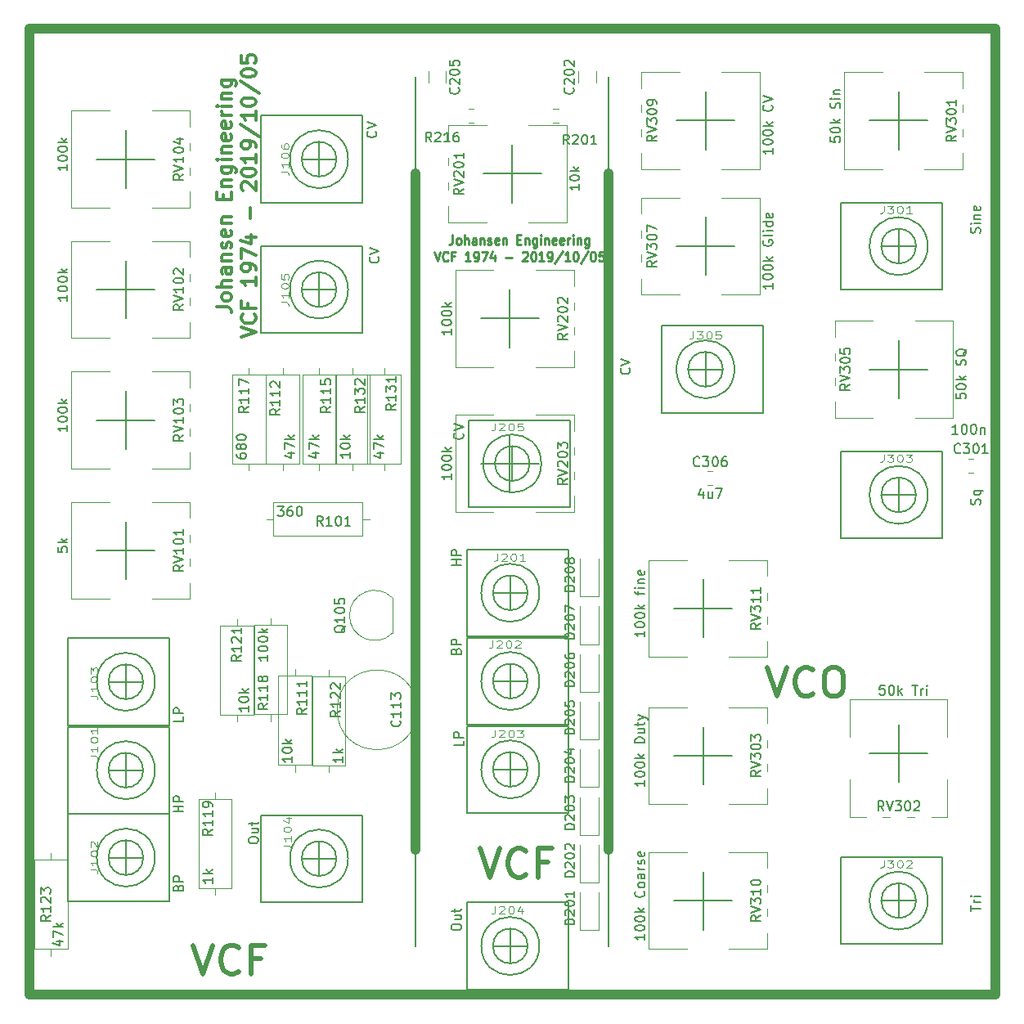
<source format=gbr>
%TF.GenerationSoftware,KiCad,Pcbnew,(5.1.0)-1*%
%TF.CreationDate,2019-10-05T22:59:41+02:00*%
%TF.ProjectId,Kicad_JE_SteinerVCF,4b696361-645f-44a4-955f-537465696e65,Rev A*%
%TF.SameCoordinates,Original*%
%TF.FileFunction,Legend,Top*%
%TF.FilePolarity,Positive*%
%FSLAX46Y46*%
G04 Gerber Fmt 4.6, Leading zero omitted, Abs format (unit mm)*
G04 Created by KiCad (PCBNEW (5.1.0)-1) date 2019-10-05 22:59:41*
%MOMM*%
%LPD*%
G04 APERTURE LIST*
%ADD10C,1.000000*%
%ADD11C,0.500000*%
%ADD12C,0.225000*%
%ADD13C,0.300000*%
%ADD14C,0.200000*%
%ADD15C,0.150000*%
%ADD16C,0.120000*%
%ADD17C,0.125000*%
G04 APERTURE END LIST*
D10*
X90000000Y-65000000D02*
X90000000Y-65000000D01*
X90000000Y-135000000D02*
X90000000Y-135000000D01*
X110000000Y-135000000D02*
X110000000Y-135000000D01*
X110000000Y-65000000D02*
X110000000Y-65000000D01*
D11*
X126428571Y-116107142D02*
X127428571Y-119107142D01*
X128428571Y-116107142D01*
X131142857Y-118821428D02*
X131000000Y-118964285D01*
X130571428Y-119107142D01*
X130285714Y-119107142D01*
X129857142Y-118964285D01*
X129571428Y-118678571D01*
X129428571Y-118392857D01*
X129285714Y-117821428D01*
X129285714Y-117392857D01*
X129428571Y-116821428D01*
X129571428Y-116535714D01*
X129857142Y-116250000D01*
X130285714Y-116107142D01*
X130571428Y-116107142D01*
X131000000Y-116250000D01*
X131142857Y-116392857D01*
X133000000Y-116107142D02*
X133571428Y-116107142D01*
X133857142Y-116250000D01*
X134142857Y-116535714D01*
X134285714Y-117107142D01*
X134285714Y-118107142D01*
X134142857Y-118678571D01*
X133857142Y-118964285D01*
X133571428Y-119107142D01*
X133000000Y-119107142D01*
X132714285Y-118964285D01*
X132428571Y-118678571D01*
X132285714Y-118107142D01*
X132285714Y-117107142D01*
X132428571Y-116535714D01*
X132714285Y-116250000D01*
X133000000Y-116107142D01*
X66964285Y-144857142D02*
X67964285Y-147857142D01*
X68964285Y-144857142D01*
X71678571Y-147571428D02*
X71535714Y-147714285D01*
X71107142Y-147857142D01*
X70821428Y-147857142D01*
X70392857Y-147714285D01*
X70107142Y-147428571D01*
X69964285Y-147142857D01*
X69821428Y-146571428D01*
X69821428Y-146142857D01*
X69964285Y-145571428D01*
X70107142Y-145285714D01*
X70392857Y-145000000D01*
X70821428Y-144857142D01*
X71107142Y-144857142D01*
X71535714Y-145000000D01*
X71678571Y-145142857D01*
X73964285Y-146285714D02*
X72964285Y-146285714D01*
X72964285Y-147857142D02*
X72964285Y-144857142D01*
X74392857Y-144857142D01*
X96714285Y-134857142D02*
X97714285Y-137857142D01*
X98714285Y-134857142D01*
X101428571Y-137571428D02*
X101285714Y-137714285D01*
X100857142Y-137857142D01*
X100571428Y-137857142D01*
X100142857Y-137714285D01*
X99857142Y-137428571D01*
X99714285Y-137142857D01*
X99571428Y-136571428D01*
X99571428Y-136142857D01*
X99714285Y-135571428D01*
X99857142Y-135285714D01*
X100142857Y-135000000D01*
X100571428Y-134857142D01*
X100857142Y-134857142D01*
X101285714Y-135000000D01*
X101428571Y-135142857D01*
X103714285Y-136285714D02*
X102714285Y-136285714D01*
X102714285Y-137857142D02*
X102714285Y-134857142D01*
X104142857Y-134857142D01*
D12*
X93828571Y-71339880D02*
X93828571Y-72054166D01*
X93785714Y-72197023D01*
X93700000Y-72292261D01*
X93571428Y-72339880D01*
X93485714Y-72339880D01*
X94385714Y-72339880D02*
X94300000Y-72292261D01*
X94257142Y-72244642D01*
X94214285Y-72149404D01*
X94214285Y-71863690D01*
X94257142Y-71768452D01*
X94300000Y-71720833D01*
X94385714Y-71673214D01*
X94514285Y-71673214D01*
X94600000Y-71720833D01*
X94642857Y-71768452D01*
X94685714Y-71863690D01*
X94685714Y-72149404D01*
X94642857Y-72244642D01*
X94600000Y-72292261D01*
X94514285Y-72339880D01*
X94385714Y-72339880D01*
X95071428Y-72339880D02*
X95071428Y-71339880D01*
X95457142Y-72339880D02*
X95457142Y-71816071D01*
X95414285Y-71720833D01*
X95328571Y-71673214D01*
X95200000Y-71673214D01*
X95114285Y-71720833D01*
X95071428Y-71768452D01*
X96271428Y-72339880D02*
X96271428Y-71816071D01*
X96228571Y-71720833D01*
X96142857Y-71673214D01*
X95971428Y-71673214D01*
X95885714Y-71720833D01*
X96271428Y-72292261D02*
X96185714Y-72339880D01*
X95971428Y-72339880D01*
X95885714Y-72292261D01*
X95842857Y-72197023D01*
X95842857Y-72101785D01*
X95885714Y-72006547D01*
X95971428Y-71958928D01*
X96185714Y-71958928D01*
X96271428Y-71911309D01*
X96700000Y-71673214D02*
X96700000Y-72339880D01*
X96700000Y-71768452D02*
X96742857Y-71720833D01*
X96828571Y-71673214D01*
X96957142Y-71673214D01*
X97042857Y-71720833D01*
X97085714Y-71816071D01*
X97085714Y-72339880D01*
X97471428Y-72292261D02*
X97557142Y-72339880D01*
X97728571Y-72339880D01*
X97814285Y-72292261D01*
X97857142Y-72197023D01*
X97857142Y-72149404D01*
X97814285Y-72054166D01*
X97728571Y-72006547D01*
X97600000Y-72006547D01*
X97514285Y-71958928D01*
X97471428Y-71863690D01*
X97471428Y-71816071D01*
X97514285Y-71720833D01*
X97600000Y-71673214D01*
X97728571Y-71673214D01*
X97814285Y-71720833D01*
X98585714Y-72292261D02*
X98500000Y-72339880D01*
X98328571Y-72339880D01*
X98242857Y-72292261D01*
X98200000Y-72197023D01*
X98200000Y-71816071D01*
X98242857Y-71720833D01*
X98328571Y-71673214D01*
X98500000Y-71673214D01*
X98585714Y-71720833D01*
X98628571Y-71816071D01*
X98628571Y-71911309D01*
X98200000Y-72006547D01*
X99014285Y-71673214D02*
X99014285Y-72339880D01*
X99014285Y-71768452D02*
X99057142Y-71720833D01*
X99142857Y-71673214D01*
X99271428Y-71673214D01*
X99357142Y-71720833D01*
X99400000Y-71816071D01*
X99400000Y-72339880D01*
X100514285Y-71816071D02*
X100814285Y-71816071D01*
X100942857Y-72339880D02*
X100514285Y-72339880D01*
X100514285Y-71339880D01*
X100942857Y-71339880D01*
X101328571Y-71673214D02*
X101328571Y-72339880D01*
X101328571Y-71768452D02*
X101371428Y-71720833D01*
X101457142Y-71673214D01*
X101585714Y-71673214D01*
X101671428Y-71720833D01*
X101714285Y-71816071D01*
X101714285Y-72339880D01*
X102528571Y-71673214D02*
X102528571Y-72482738D01*
X102485714Y-72577976D01*
X102442857Y-72625595D01*
X102357142Y-72673214D01*
X102228571Y-72673214D01*
X102142857Y-72625595D01*
X102528571Y-72292261D02*
X102442857Y-72339880D01*
X102271428Y-72339880D01*
X102185714Y-72292261D01*
X102142857Y-72244642D01*
X102100000Y-72149404D01*
X102100000Y-71863690D01*
X102142857Y-71768452D01*
X102185714Y-71720833D01*
X102271428Y-71673214D01*
X102442857Y-71673214D01*
X102528571Y-71720833D01*
X102957142Y-72339880D02*
X102957142Y-71673214D01*
X102957142Y-71339880D02*
X102914285Y-71387500D01*
X102957142Y-71435119D01*
X103000000Y-71387500D01*
X102957142Y-71339880D01*
X102957142Y-71435119D01*
X103385714Y-71673214D02*
X103385714Y-72339880D01*
X103385714Y-71768452D02*
X103428571Y-71720833D01*
X103514285Y-71673214D01*
X103642857Y-71673214D01*
X103728571Y-71720833D01*
X103771428Y-71816071D01*
X103771428Y-72339880D01*
X104542857Y-72292261D02*
X104457142Y-72339880D01*
X104285714Y-72339880D01*
X104200000Y-72292261D01*
X104157142Y-72197023D01*
X104157142Y-71816071D01*
X104200000Y-71720833D01*
X104285714Y-71673214D01*
X104457142Y-71673214D01*
X104542857Y-71720833D01*
X104585714Y-71816071D01*
X104585714Y-71911309D01*
X104157142Y-72006547D01*
X105314285Y-72292261D02*
X105228571Y-72339880D01*
X105057142Y-72339880D01*
X104971428Y-72292261D01*
X104928571Y-72197023D01*
X104928571Y-71816071D01*
X104971428Y-71720833D01*
X105057142Y-71673214D01*
X105228571Y-71673214D01*
X105314285Y-71720833D01*
X105357142Y-71816071D01*
X105357142Y-71911309D01*
X104928571Y-72006547D01*
X105742857Y-72339880D02*
X105742857Y-71673214D01*
X105742857Y-71863690D02*
X105785714Y-71768452D01*
X105828571Y-71720833D01*
X105914285Y-71673214D01*
X106000000Y-71673214D01*
X106300000Y-72339880D02*
X106300000Y-71673214D01*
X106300000Y-71339880D02*
X106257142Y-71387500D01*
X106300000Y-71435119D01*
X106342857Y-71387500D01*
X106300000Y-71339880D01*
X106300000Y-71435119D01*
X106728571Y-71673214D02*
X106728571Y-72339880D01*
X106728571Y-71768452D02*
X106771428Y-71720833D01*
X106857142Y-71673214D01*
X106985714Y-71673214D01*
X107071428Y-71720833D01*
X107114285Y-71816071D01*
X107114285Y-72339880D01*
X107928571Y-71673214D02*
X107928571Y-72482738D01*
X107885714Y-72577976D01*
X107842857Y-72625595D01*
X107757142Y-72673214D01*
X107628571Y-72673214D01*
X107542857Y-72625595D01*
X107928571Y-72292261D02*
X107842857Y-72339880D01*
X107671428Y-72339880D01*
X107585714Y-72292261D01*
X107542857Y-72244642D01*
X107500000Y-72149404D01*
X107500000Y-71863690D01*
X107542857Y-71768452D01*
X107585714Y-71720833D01*
X107671428Y-71673214D01*
X107842857Y-71673214D01*
X107928571Y-71720833D01*
X91942857Y-73064880D02*
X92242857Y-74064880D01*
X92542857Y-73064880D01*
X93357142Y-73969642D02*
X93314285Y-74017261D01*
X93185714Y-74064880D01*
X93100000Y-74064880D01*
X92971428Y-74017261D01*
X92885714Y-73922023D01*
X92842857Y-73826785D01*
X92800000Y-73636309D01*
X92800000Y-73493452D01*
X92842857Y-73302976D01*
X92885714Y-73207738D01*
X92971428Y-73112500D01*
X93100000Y-73064880D01*
X93185714Y-73064880D01*
X93314285Y-73112500D01*
X93357142Y-73160119D01*
X94042857Y-73541071D02*
X93742857Y-73541071D01*
X93742857Y-74064880D02*
X93742857Y-73064880D01*
X94171428Y-73064880D01*
X95671428Y-74064880D02*
X95157142Y-74064880D01*
X95414285Y-74064880D02*
X95414285Y-73064880D01*
X95328571Y-73207738D01*
X95242857Y-73302976D01*
X95157142Y-73350595D01*
X96100000Y-74064880D02*
X96271428Y-74064880D01*
X96357142Y-74017261D01*
X96400000Y-73969642D01*
X96485714Y-73826785D01*
X96528571Y-73636309D01*
X96528571Y-73255357D01*
X96485714Y-73160119D01*
X96442857Y-73112500D01*
X96357142Y-73064880D01*
X96185714Y-73064880D01*
X96100000Y-73112500D01*
X96057142Y-73160119D01*
X96014285Y-73255357D01*
X96014285Y-73493452D01*
X96057142Y-73588690D01*
X96100000Y-73636309D01*
X96185714Y-73683928D01*
X96357142Y-73683928D01*
X96442857Y-73636309D01*
X96485714Y-73588690D01*
X96528571Y-73493452D01*
X96828571Y-73064880D02*
X97428571Y-73064880D01*
X97042857Y-74064880D01*
X98157142Y-73398214D02*
X98157142Y-74064880D01*
X97942857Y-73017261D02*
X97728571Y-73731547D01*
X98285714Y-73731547D01*
X99314285Y-73683928D02*
X100000000Y-73683928D01*
X101071428Y-73160119D02*
X101114285Y-73112500D01*
X101200000Y-73064880D01*
X101414285Y-73064880D01*
X101500000Y-73112500D01*
X101542857Y-73160119D01*
X101585714Y-73255357D01*
X101585714Y-73350595D01*
X101542857Y-73493452D01*
X101028571Y-74064880D01*
X101585714Y-74064880D01*
X102142857Y-73064880D02*
X102228571Y-73064880D01*
X102314285Y-73112500D01*
X102357142Y-73160119D01*
X102400000Y-73255357D01*
X102442857Y-73445833D01*
X102442857Y-73683928D01*
X102400000Y-73874404D01*
X102357142Y-73969642D01*
X102314285Y-74017261D01*
X102228571Y-74064880D01*
X102142857Y-74064880D01*
X102057142Y-74017261D01*
X102014285Y-73969642D01*
X101971428Y-73874404D01*
X101928571Y-73683928D01*
X101928571Y-73445833D01*
X101971428Y-73255357D01*
X102014285Y-73160119D01*
X102057142Y-73112500D01*
X102142857Y-73064880D01*
X103300000Y-74064880D02*
X102785714Y-74064880D01*
X103042857Y-74064880D02*
X103042857Y-73064880D01*
X102957142Y-73207738D01*
X102871428Y-73302976D01*
X102785714Y-73350595D01*
X103728571Y-74064880D02*
X103900000Y-74064880D01*
X103985714Y-74017261D01*
X104028571Y-73969642D01*
X104114285Y-73826785D01*
X104157142Y-73636309D01*
X104157142Y-73255357D01*
X104114285Y-73160119D01*
X104071428Y-73112500D01*
X103985714Y-73064880D01*
X103814285Y-73064880D01*
X103728571Y-73112500D01*
X103685714Y-73160119D01*
X103642857Y-73255357D01*
X103642857Y-73493452D01*
X103685714Y-73588690D01*
X103728571Y-73636309D01*
X103814285Y-73683928D01*
X103985714Y-73683928D01*
X104071428Y-73636309D01*
X104114285Y-73588690D01*
X104157142Y-73493452D01*
X105185714Y-73017261D02*
X104414285Y-74302976D01*
X105957142Y-74064880D02*
X105442857Y-74064880D01*
X105700000Y-74064880D02*
X105700000Y-73064880D01*
X105614285Y-73207738D01*
X105528571Y-73302976D01*
X105442857Y-73350595D01*
X106514285Y-73064880D02*
X106599999Y-73064880D01*
X106685714Y-73112500D01*
X106728571Y-73160119D01*
X106771428Y-73255357D01*
X106814285Y-73445833D01*
X106814285Y-73683928D01*
X106771428Y-73874404D01*
X106728571Y-73969642D01*
X106685714Y-74017261D01*
X106599999Y-74064880D01*
X106514285Y-74064880D01*
X106428571Y-74017261D01*
X106385714Y-73969642D01*
X106342857Y-73874404D01*
X106299999Y-73683928D01*
X106299999Y-73445833D01*
X106342857Y-73255357D01*
X106385714Y-73160119D01*
X106428571Y-73112500D01*
X106514285Y-73064880D01*
X107842857Y-73017261D02*
X107071428Y-74302976D01*
X108314285Y-73064880D02*
X108399999Y-73064880D01*
X108485714Y-73112500D01*
X108528571Y-73160119D01*
X108571428Y-73255357D01*
X108614285Y-73445833D01*
X108614285Y-73683928D01*
X108571428Y-73874404D01*
X108528571Y-73969642D01*
X108485714Y-74017261D01*
X108399999Y-74064880D01*
X108314285Y-74064880D01*
X108228571Y-74017261D01*
X108185714Y-73969642D01*
X108142857Y-73874404D01*
X108099999Y-73683928D01*
X108099999Y-73445833D01*
X108142857Y-73255357D01*
X108185714Y-73160119D01*
X108228571Y-73112500D01*
X108314285Y-73064880D01*
X109428571Y-73064880D02*
X108999999Y-73064880D01*
X108957142Y-73541071D01*
X108999999Y-73493452D01*
X109085714Y-73445833D01*
X109299999Y-73445833D01*
X109385714Y-73493452D01*
X109428571Y-73541071D01*
X109471428Y-73636309D01*
X109471428Y-73874404D01*
X109428571Y-73969642D01*
X109385714Y-74017261D01*
X109299999Y-74064880D01*
X109085714Y-74064880D01*
X108999999Y-74017261D01*
X108957142Y-73969642D01*
D13*
X69403571Y-78785714D02*
X70475000Y-78785714D01*
X70689285Y-78857142D01*
X70832142Y-79000000D01*
X70903571Y-79214285D01*
X70903571Y-79357142D01*
X70903571Y-77857142D02*
X70832142Y-78000000D01*
X70760714Y-78071428D01*
X70617857Y-78142857D01*
X70189285Y-78142857D01*
X70046428Y-78071428D01*
X69975000Y-78000000D01*
X69903571Y-77857142D01*
X69903571Y-77642857D01*
X69975000Y-77500000D01*
X70046428Y-77428571D01*
X70189285Y-77357142D01*
X70617857Y-77357142D01*
X70760714Y-77428571D01*
X70832142Y-77500000D01*
X70903571Y-77642857D01*
X70903571Y-77857142D01*
X70903571Y-76714285D02*
X69403571Y-76714285D01*
X70903571Y-76071428D02*
X70117857Y-76071428D01*
X69975000Y-76142857D01*
X69903571Y-76285714D01*
X69903571Y-76500000D01*
X69975000Y-76642857D01*
X70046428Y-76714285D01*
X70903571Y-74714285D02*
X70117857Y-74714285D01*
X69975000Y-74785714D01*
X69903571Y-74928571D01*
X69903571Y-75214285D01*
X69975000Y-75357142D01*
X70832142Y-74714285D02*
X70903571Y-74857142D01*
X70903571Y-75214285D01*
X70832142Y-75357142D01*
X70689285Y-75428571D01*
X70546428Y-75428571D01*
X70403571Y-75357142D01*
X70332142Y-75214285D01*
X70332142Y-74857142D01*
X70260714Y-74714285D01*
X69903571Y-74000000D02*
X70903571Y-74000000D01*
X70046428Y-74000000D02*
X69975000Y-73928571D01*
X69903571Y-73785714D01*
X69903571Y-73571428D01*
X69975000Y-73428571D01*
X70117857Y-73357142D01*
X70903571Y-73357142D01*
X70832142Y-72714285D02*
X70903571Y-72571428D01*
X70903571Y-72285714D01*
X70832142Y-72142857D01*
X70689285Y-72071428D01*
X70617857Y-72071428D01*
X70475000Y-72142857D01*
X70403571Y-72285714D01*
X70403571Y-72500000D01*
X70332142Y-72642857D01*
X70189285Y-72714285D01*
X70117857Y-72714285D01*
X69975000Y-72642857D01*
X69903571Y-72500000D01*
X69903571Y-72285714D01*
X69975000Y-72142857D01*
X70832142Y-70857142D02*
X70903571Y-71000000D01*
X70903571Y-71285714D01*
X70832142Y-71428571D01*
X70689285Y-71500000D01*
X70117857Y-71500000D01*
X69975000Y-71428571D01*
X69903571Y-71285714D01*
X69903571Y-71000000D01*
X69975000Y-70857142D01*
X70117857Y-70785714D01*
X70260714Y-70785714D01*
X70403571Y-71500000D01*
X69903571Y-70142857D02*
X70903571Y-70142857D01*
X70046428Y-70142857D02*
X69975000Y-70071428D01*
X69903571Y-69928571D01*
X69903571Y-69714285D01*
X69975000Y-69571428D01*
X70117857Y-69500000D01*
X70903571Y-69500000D01*
X70117857Y-67642857D02*
X70117857Y-67142857D01*
X70903571Y-66928571D02*
X70903571Y-67642857D01*
X69403571Y-67642857D01*
X69403571Y-66928571D01*
X69903571Y-66285714D02*
X70903571Y-66285714D01*
X70046428Y-66285714D02*
X69975000Y-66214285D01*
X69903571Y-66071428D01*
X69903571Y-65857142D01*
X69975000Y-65714285D01*
X70117857Y-65642857D01*
X70903571Y-65642857D01*
X69903571Y-64285714D02*
X71117857Y-64285714D01*
X71260714Y-64357142D01*
X71332142Y-64428571D01*
X71403571Y-64571428D01*
X71403571Y-64785714D01*
X71332142Y-64928571D01*
X70832142Y-64285714D02*
X70903571Y-64428571D01*
X70903571Y-64714285D01*
X70832142Y-64857142D01*
X70760714Y-64928571D01*
X70617857Y-65000000D01*
X70189285Y-65000000D01*
X70046428Y-64928571D01*
X69975000Y-64857142D01*
X69903571Y-64714285D01*
X69903571Y-64428571D01*
X69975000Y-64285714D01*
X70903571Y-63571428D02*
X69903571Y-63571428D01*
X69403571Y-63571428D02*
X69475000Y-63642857D01*
X69546428Y-63571428D01*
X69475000Y-63500000D01*
X69403571Y-63571428D01*
X69546428Y-63571428D01*
X69903571Y-62857142D02*
X70903571Y-62857142D01*
X70046428Y-62857142D02*
X69975000Y-62785714D01*
X69903571Y-62642857D01*
X69903571Y-62428571D01*
X69975000Y-62285714D01*
X70117857Y-62214285D01*
X70903571Y-62214285D01*
X70832142Y-60928571D02*
X70903571Y-61071428D01*
X70903571Y-61357142D01*
X70832142Y-61500000D01*
X70689285Y-61571428D01*
X70117857Y-61571428D01*
X69975000Y-61500000D01*
X69903571Y-61357142D01*
X69903571Y-61071428D01*
X69975000Y-60928571D01*
X70117857Y-60857142D01*
X70260714Y-60857142D01*
X70403571Y-61571428D01*
X70832142Y-59642857D02*
X70903571Y-59785714D01*
X70903571Y-60071428D01*
X70832142Y-60214285D01*
X70689285Y-60285714D01*
X70117857Y-60285714D01*
X69975000Y-60214285D01*
X69903571Y-60071428D01*
X69903571Y-59785714D01*
X69975000Y-59642857D01*
X70117857Y-59571428D01*
X70260714Y-59571428D01*
X70403571Y-60285714D01*
X70903571Y-58928571D02*
X69903571Y-58928571D01*
X70189285Y-58928571D02*
X70046428Y-58857142D01*
X69975000Y-58785714D01*
X69903571Y-58642857D01*
X69903571Y-58500000D01*
X70903571Y-58000000D02*
X69903571Y-58000000D01*
X69403571Y-58000000D02*
X69475000Y-58071428D01*
X69546428Y-58000000D01*
X69475000Y-57928571D01*
X69403571Y-58000000D01*
X69546428Y-58000000D01*
X69903571Y-57285714D02*
X70903571Y-57285714D01*
X70046428Y-57285714D02*
X69975000Y-57214285D01*
X69903571Y-57071428D01*
X69903571Y-56857142D01*
X69975000Y-56714285D01*
X70117857Y-56642857D01*
X70903571Y-56642857D01*
X69903571Y-55285714D02*
X71117857Y-55285714D01*
X71260714Y-55357142D01*
X71332142Y-55428571D01*
X71403571Y-55571428D01*
X71403571Y-55785714D01*
X71332142Y-55928571D01*
X70832142Y-55285714D02*
X70903571Y-55428571D01*
X70903571Y-55714285D01*
X70832142Y-55857142D01*
X70760714Y-55928571D01*
X70617857Y-56000000D01*
X70189285Y-56000000D01*
X70046428Y-55928571D01*
X69975000Y-55857142D01*
X69903571Y-55714285D01*
X69903571Y-55428571D01*
X69975000Y-55285714D01*
X71953571Y-81928571D02*
X73453571Y-81428571D01*
X71953571Y-80928571D01*
X73310714Y-79571428D02*
X73382142Y-79642857D01*
X73453571Y-79857142D01*
X73453571Y-80000000D01*
X73382142Y-80214285D01*
X73239285Y-80357142D01*
X73096428Y-80428571D01*
X72810714Y-80500000D01*
X72596428Y-80500000D01*
X72310714Y-80428571D01*
X72167857Y-80357142D01*
X72025000Y-80214285D01*
X71953571Y-80000000D01*
X71953571Y-79857142D01*
X72025000Y-79642857D01*
X72096428Y-79571428D01*
X72667857Y-78428571D02*
X72667857Y-78928571D01*
X73453571Y-78928571D02*
X71953571Y-78928571D01*
X71953571Y-78214285D01*
X73453571Y-75714285D02*
X73453571Y-76571428D01*
X73453571Y-76142857D02*
X71953571Y-76142857D01*
X72167857Y-76285714D01*
X72310714Y-76428571D01*
X72382142Y-76571428D01*
X73453571Y-75000000D02*
X73453571Y-74714285D01*
X73382142Y-74571428D01*
X73310714Y-74500000D01*
X73096428Y-74357142D01*
X72810714Y-74285714D01*
X72239285Y-74285714D01*
X72096428Y-74357142D01*
X72025000Y-74428571D01*
X71953571Y-74571428D01*
X71953571Y-74857142D01*
X72025000Y-75000000D01*
X72096428Y-75071428D01*
X72239285Y-75142857D01*
X72596428Y-75142857D01*
X72739285Y-75071428D01*
X72810714Y-75000000D01*
X72882142Y-74857142D01*
X72882142Y-74571428D01*
X72810714Y-74428571D01*
X72739285Y-74357142D01*
X72596428Y-74285714D01*
X71953571Y-73785714D02*
X71953571Y-72785714D01*
X73453571Y-73428571D01*
X72453571Y-71571428D02*
X73453571Y-71571428D01*
X71882142Y-71928571D02*
X72953571Y-72285714D01*
X72953571Y-71357142D01*
X72882142Y-69642857D02*
X72882142Y-68500000D01*
X72096428Y-66714285D02*
X72025000Y-66642857D01*
X71953571Y-66500000D01*
X71953571Y-66142857D01*
X72025000Y-66000000D01*
X72096428Y-65928571D01*
X72239285Y-65857142D01*
X72382142Y-65857142D01*
X72596428Y-65928571D01*
X73453571Y-66785714D01*
X73453571Y-65857142D01*
X71953571Y-64928571D02*
X71953571Y-64785714D01*
X72025000Y-64642857D01*
X72096428Y-64571428D01*
X72239285Y-64500000D01*
X72525000Y-64428571D01*
X72882142Y-64428571D01*
X73167857Y-64500000D01*
X73310714Y-64571428D01*
X73382142Y-64642857D01*
X73453571Y-64785714D01*
X73453571Y-64928571D01*
X73382142Y-65071428D01*
X73310714Y-65142857D01*
X73167857Y-65214285D01*
X72882142Y-65285714D01*
X72525000Y-65285714D01*
X72239285Y-65214285D01*
X72096428Y-65142857D01*
X72025000Y-65071428D01*
X71953571Y-64928571D01*
X73453571Y-63000000D02*
X73453571Y-63857142D01*
X73453571Y-63428571D02*
X71953571Y-63428571D01*
X72167857Y-63571428D01*
X72310714Y-63714285D01*
X72382142Y-63857142D01*
X73453571Y-62285714D02*
X73453571Y-62000000D01*
X73382142Y-61857142D01*
X73310714Y-61785714D01*
X73096428Y-61642857D01*
X72810714Y-61571428D01*
X72239285Y-61571428D01*
X72096428Y-61642857D01*
X72025000Y-61714285D01*
X71953571Y-61857142D01*
X71953571Y-62142857D01*
X72025000Y-62285714D01*
X72096428Y-62357142D01*
X72239285Y-62428571D01*
X72596428Y-62428571D01*
X72739285Y-62357142D01*
X72810714Y-62285714D01*
X72882142Y-62142857D01*
X72882142Y-61857142D01*
X72810714Y-61714285D01*
X72739285Y-61642857D01*
X72596428Y-61571428D01*
X71882142Y-59857142D02*
X73810714Y-61142857D01*
X73453571Y-58571428D02*
X73453571Y-59428571D01*
X73453571Y-59000000D02*
X71953571Y-59000000D01*
X72167857Y-59142857D01*
X72310714Y-59285714D01*
X72382142Y-59428571D01*
X71953571Y-57642857D02*
X71953571Y-57500000D01*
X72025000Y-57357142D01*
X72096428Y-57285714D01*
X72239285Y-57214285D01*
X72525000Y-57142857D01*
X72882142Y-57142857D01*
X73167857Y-57214285D01*
X73310714Y-57285714D01*
X73382142Y-57357142D01*
X73453571Y-57500000D01*
X73453571Y-57642857D01*
X73382142Y-57785714D01*
X73310714Y-57857142D01*
X73167857Y-57928571D01*
X72882142Y-58000000D01*
X72525000Y-58000000D01*
X72239285Y-57928571D01*
X72096428Y-57857142D01*
X72025000Y-57785714D01*
X71953571Y-57642857D01*
X71882142Y-55428571D02*
X73810714Y-56714285D01*
X71953571Y-54642857D02*
X71953571Y-54500000D01*
X72025000Y-54357142D01*
X72096428Y-54285714D01*
X72239285Y-54214285D01*
X72525000Y-54142857D01*
X72882142Y-54142857D01*
X73167857Y-54214285D01*
X73310714Y-54285714D01*
X73382142Y-54357142D01*
X73453571Y-54500000D01*
X73453571Y-54642857D01*
X73382142Y-54785714D01*
X73310714Y-54857142D01*
X73167857Y-54928571D01*
X72882142Y-55000000D01*
X72525000Y-55000000D01*
X72239285Y-54928571D01*
X72096428Y-54857142D01*
X72025000Y-54785714D01*
X71953571Y-54642857D01*
X71953571Y-52785714D02*
X71953571Y-53500000D01*
X72667857Y-53571428D01*
X72596428Y-53500000D01*
X72525000Y-53357142D01*
X72525000Y-53000000D01*
X72596428Y-52857142D01*
X72667857Y-52785714D01*
X72810714Y-52714285D01*
X73167857Y-52714285D01*
X73310714Y-52785714D01*
X73382142Y-52857142D01*
X73453571Y-53000000D01*
X73453571Y-53357142D01*
X73382142Y-53500000D01*
X73310714Y-53571428D01*
D14*
X90000000Y-145000000D02*
X90000000Y-55000000D01*
X110000000Y-145000000D02*
X110000000Y-55000000D01*
D10*
X110000000Y-135000000D02*
X110000000Y-65000000D01*
X110000000Y-65000000D02*
X110000000Y-135000000D01*
X90000000Y-135000000D02*
X90000000Y-65000000D01*
X90000000Y-65000000D02*
X90000000Y-135000000D01*
X150000000Y-50000000D02*
X50000000Y-50000000D01*
X150000000Y-150000000D02*
X150000000Y-50000000D01*
X50000000Y-150000000D02*
X150000000Y-150000000D01*
X50000000Y-50000000D02*
X50000000Y-150000000D01*
D15*
X60000000Y-115800000D02*
X60000000Y-119400000D01*
X58200000Y-117600000D02*
X61800000Y-117600000D01*
X64500000Y-122100000D02*
X64500000Y-113100000D01*
X64500000Y-113100000D02*
X54000000Y-113100000D01*
X54000000Y-113100000D02*
X54000000Y-122100000D01*
X54000000Y-122100000D02*
X64500000Y-122100000D01*
X63006659Y-117600000D02*
G75*
G03X63006659Y-117600000I-3006659J0D01*
G01*
X61800000Y-117600000D02*
G75*
G03X61800000Y-117600000I-1800000J0D01*
G01*
X81800000Y-77000000D02*
G75*
G03X81800000Y-77000000I-1800000J0D01*
G01*
X83006659Y-77000000D02*
G75*
G03X83006659Y-77000000I-3006659J0D01*
G01*
X74000000Y-81500000D02*
X84500000Y-81500000D01*
X74000000Y-72500000D02*
X74000000Y-81500000D01*
X84500000Y-72500000D02*
X74000000Y-72500000D01*
X84500000Y-81500000D02*
X84500000Y-72500000D01*
X78200000Y-77000000D02*
X81800000Y-77000000D01*
X80000000Y-75200000D02*
X80000000Y-78800000D01*
D16*
X106986181Y-143295825D02*
X108986181Y-143295825D01*
X108986181Y-143295825D02*
X108986181Y-139395825D01*
X106986181Y-143295825D02*
X106986181Y-139395825D01*
X106986181Y-138363441D02*
X106986181Y-134463441D01*
X108986181Y-138363441D02*
X108986181Y-134463441D01*
X106986181Y-138363441D02*
X108986181Y-138363441D01*
X106986181Y-133431057D02*
X108986181Y-133431057D01*
X108986181Y-133431057D02*
X108986181Y-129531057D01*
X106986181Y-133431057D02*
X106986181Y-129531057D01*
X106986181Y-128498673D02*
X106986181Y-124598673D01*
X108986181Y-128498673D02*
X108986181Y-124598673D01*
X106986181Y-128498673D02*
X108986181Y-128498673D01*
X106986181Y-123566289D02*
X108986181Y-123566289D01*
X108986181Y-123566289D02*
X108986181Y-119666289D01*
X106986181Y-123566289D02*
X106986181Y-119666289D01*
X106986181Y-118633905D02*
X106986181Y-114733905D01*
X108986181Y-118633905D02*
X108986181Y-114733905D01*
X106986181Y-118633905D02*
X108986181Y-118633905D01*
X106986181Y-113701521D02*
X108986181Y-113701521D01*
X108986181Y-113701521D02*
X108986181Y-109801521D01*
X106986181Y-113701521D02*
X106986181Y-109801521D01*
X106986181Y-108769137D02*
X106986181Y-104869137D01*
X108986181Y-108769137D02*
X108986181Y-104869137D01*
X106986181Y-108769137D02*
X108986181Y-108769137D01*
D15*
X61800000Y-126750000D02*
G75*
G03X61800000Y-126750000I-1800000J0D01*
G01*
X63006659Y-126750000D02*
G75*
G03X63006659Y-126750000I-3006659J0D01*
G01*
X54000000Y-131250000D02*
X64500000Y-131250000D01*
X54000000Y-122250000D02*
X54000000Y-131250000D01*
X64500000Y-122250000D02*
X54000000Y-122250000D01*
X64500000Y-131250000D02*
X64500000Y-122250000D01*
X58200000Y-126750000D02*
X61800000Y-126750000D01*
X60000000Y-124950000D02*
X60000000Y-128550000D01*
X60000000Y-134000000D02*
X60000000Y-137600000D01*
X58200000Y-135800000D02*
X61800000Y-135800000D01*
X64500000Y-140300000D02*
X64500000Y-131300000D01*
X64500000Y-131300000D02*
X54000000Y-131300000D01*
X54000000Y-131300000D02*
X54000000Y-140300000D01*
X54000000Y-140300000D02*
X64500000Y-140300000D01*
X63006659Y-135800000D02*
G75*
G03X63006659Y-135800000I-3006659J0D01*
G01*
X61800000Y-135800000D02*
G75*
G03X61800000Y-135800000I-1800000J0D01*
G01*
X80000000Y-134100000D02*
X80000000Y-137700000D01*
X78200000Y-135900000D02*
X81800000Y-135900000D01*
X84500000Y-140400000D02*
X84500000Y-131400000D01*
X84500000Y-131400000D02*
X74000000Y-131400000D01*
X74000000Y-131400000D02*
X74000000Y-140400000D01*
X74000000Y-140400000D02*
X84500000Y-140400000D01*
X83006659Y-135900000D02*
G75*
G03X83006659Y-135900000I-3006659J0D01*
G01*
X81800000Y-135900000D02*
G75*
G03X81800000Y-135900000I-1800000J0D01*
G01*
X101600341Y-108385056D02*
G75*
G03X101600341Y-108385056I-1800000J0D01*
G01*
X102807000Y-108385056D02*
G75*
G03X102807000Y-108385056I-3006659J0D01*
G01*
X105800341Y-103885056D02*
X95300341Y-103885056D01*
X105800341Y-112885056D02*
X105800341Y-103885056D01*
X95300341Y-112885056D02*
X105800341Y-112885056D01*
X95300341Y-103885056D02*
X95300341Y-112885056D01*
X101600341Y-108385056D02*
X98000341Y-108385056D01*
X99800341Y-110185056D02*
X99800341Y-106585056D01*
X99800341Y-119325797D02*
X99800341Y-115725797D01*
X101600341Y-117525797D02*
X98000341Y-117525797D01*
X95300341Y-113025797D02*
X95300341Y-122025797D01*
X95300341Y-122025797D02*
X105800341Y-122025797D01*
X105800341Y-122025797D02*
X105800341Y-113025797D01*
X105800341Y-113025797D02*
X95300341Y-113025797D01*
X102807000Y-117525797D02*
G75*
G03X102807000Y-117525797I-3006659J0D01*
G01*
X101600341Y-117525797D02*
G75*
G03X101600341Y-117525797I-1800000J0D01*
G01*
X101600341Y-126666538D02*
G75*
G03X101600341Y-126666538I-1800000J0D01*
G01*
X102807000Y-126666538D02*
G75*
G03X102807000Y-126666538I-3006659J0D01*
G01*
X105800341Y-122166538D02*
X95300341Y-122166538D01*
X105800341Y-131166538D02*
X105800341Y-122166538D01*
X95300341Y-131166538D02*
X105800341Y-131166538D01*
X95300341Y-122166538D02*
X95300341Y-131166538D01*
X101600341Y-126666538D02*
X98000341Y-126666538D01*
X99800341Y-128466538D02*
X99800341Y-124866538D01*
X99800341Y-146748020D02*
X99800341Y-143148020D01*
X101600341Y-144948020D02*
X98000341Y-144948020D01*
X95300341Y-140448020D02*
X95300341Y-149448020D01*
X95300341Y-149448020D02*
X105800341Y-149448020D01*
X105800341Y-149448020D02*
X105800341Y-140448020D01*
X105800341Y-140448020D02*
X95300341Y-140448020D01*
X102807000Y-144948020D02*
G75*
G03X102807000Y-144948020I-3006659J0D01*
G01*
X101600341Y-144948020D02*
G75*
G03X101600341Y-144948020I-1800000J0D01*
G01*
X101800000Y-95000000D02*
G75*
G03X101800000Y-95000000I-1800000J0D01*
G01*
X103006659Y-95000000D02*
G75*
G03X103006659Y-95000000I-3006659J0D01*
G01*
X106000000Y-90500000D02*
X95500000Y-90500000D01*
X106000000Y-99500000D02*
X106000000Y-90500000D01*
X95500000Y-99500000D02*
X106000000Y-99500000D01*
X95500000Y-90500000D02*
X95500000Y-99500000D01*
X101800000Y-95000000D02*
X98200000Y-95000000D01*
X100000000Y-96800000D02*
X100000000Y-93200000D01*
D16*
X84520000Y-102470000D02*
X84520000Y-99030000D01*
X84520000Y-99030000D02*
X75280000Y-99030000D01*
X75280000Y-99030000D02*
X75280000Y-102470000D01*
X75280000Y-102470000D02*
X84520000Y-102470000D01*
X85210000Y-100750000D02*
X84520000Y-100750000D01*
X74590000Y-100750000D02*
X75280000Y-100750000D01*
X74530000Y-95020000D02*
X77970000Y-95020000D01*
X77970000Y-95020000D02*
X77970000Y-85780000D01*
X77970000Y-85780000D02*
X74530000Y-85780000D01*
X74530000Y-85780000D02*
X74530000Y-95020000D01*
X76250000Y-95710000D02*
X76250000Y-95020000D01*
X76250000Y-85090000D02*
X76250000Y-85780000D01*
X78280000Y-95020000D02*
X81720000Y-95020000D01*
X81720000Y-95020000D02*
X81720000Y-85780000D01*
X81720000Y-85780000D02*
X78280000Y-85780000D01*
X78280000Y-85780000D02*
X78280000Y-95020000D01*
X80000000Y-95710000D02*
X80000000Y-95020000D01*
X80000000Y-85090000D02*
X80000000Y-85780000D01*
X72750000Y-95710000D02*
X72750000Y-95020000D01*
X72750000Y-85090000D02*
X72750000Y-85780000D01*
X74470000Y-95020000D02*
X74470000Y-85780000D01*
X71030000Y-95020000D02*
X74470000Y-95020000D01*
X71030000Y-85780000D02*
X71030000Y-95020000D01*
X74470000Y-85780000D02*
X71030000Y-85780000D01*
X104761252Y-58290000D02*
X104238748Y-58290000D01*
X104761252Y-59710000D02*
X104238748Y-59710000D01*
X95488748Y-59710000D02*
X96011252Y-59710000D01*
X95488748Y-58290000D02*
X96011252Y-58290000D01*
X147761252Y-94540000D02*
X147238748Y-94540000D01*
X147761252Y-95960000D02*
X147238748Y-95960000D01*
X120238748Y-95790000D02*
X120761252Y-95790000D01*
X120238748Y-97210000D02*
X120761252Y-97210000D01*
D15*
X140000000Y-70700000D02*
X140000000Y-74300000D01*
X138200000Y-72500000D02*
X141800000Y-72500000D01*
X144500000Y-77000000D02*
X144500000Y-68000000D01*
X144500000Y-68000000D02*
X134000000Y-68000000D01*
X134000000Y-68000000D02*
X134000000Y-77000000D01*
X134000000Y-77000000D02*
X144500000Y-77000000D01*
X143006659Y-72500000D02*
G75*
G03X143006659Y-72500000I-3006659J0D01*
G01*
X141800000Y-72500000D02*
G75*
G03X141800000Y-72500000I-1800000J0D01*
G01*
X141800000Y-140250000D02*
G75*
G03X141800000Y-140250000I-1800000J0D01*
G01*
X143006659Y-140250000D02*
G75*
G03X143006659Y-140250000I-3006659J0D01*
G01*
X134000000Y-144750000D02*
X144500000Y-144750000D01*
X134000000Y-135750000D02*
X134000000Y-144750000D01*
X144500000Y-135750000D02*
X134000000Y-135750000D01*
X144500000Y-144750000D02*
X144500000Y-135750000D01*
X138200000Y-140250000D02*
X141800000Y-140250000D01*
X140000000Y-138450000D02*
X140000000Y-142050000D01*
X140000000Y-96450000D02*
X140000000Y-100050000D01*
X138200000Y-98250000D02*
X141800000Y-98250000D01*
X144500000Y-102750000D02*
X144500000Y-93750000D01*
X144500000Y-93750000D02*
X134000000Y-93750000D01*
X134000000Y-93750000D02*
X134000000Y-102750000D01*
X134000000Y-102750000D02*
X144500000Y-102750000D01*
X143006659Y-98250000D02*
G75*
G03X143006659Y-98250000I-3006659J0D01*
G01*
X141800000Y-98250000D02*
G75*
G03X141800000Y-98250000I-1800000J0D01*
G01*
X121800000Y-85250000D02*
G75*
G03X121800000Y-85250000I-1800000J0D01*
G01*
X123006659Y-85250000D02*
G75*
G03X123006659Y-85250000I-3006659J0D01*
G01*
X126000000Y-80750000D02*
X115500000Y-80750000D01*
X126000000Y-89750000D02*
X126000000Y-80750000D01*
X115500000Y-89750000D02*
X126000000Y-89750000D01*
X115500000Y-80750000D02*
X115500000Y-89750000D01*
X121800000Y-85250000D02*
X118200000Y-85250000D01*
X120000000Y-87050000D02*
X120000000Y-83450000D01*
D16*
X106840000Y-55602064D02*
X106840000Y-54397936D01*
X108660000Y-55602064D02*
X108660000Y-54397936D01*
X93160000Y-54397936D02*
X93160000Y-55602064D01*
X91340000Y-54397936D02*
X91340000Y-55602064D01*
D15*
X81800000Y-63500000D02*
G75*
G03X81800000Y-63500000I-1800000J0D01*
G01*
X83006659Y-63500000D02*
G75*
G03X83006659Y-63500000I-3006659J0D01*
G01*
X74000000Y-68000000D02*
X84500000Y-68000000D01*
X74000000Y-59000000D02*
X74000000Y-68000000D01*
X84500000Y-59000000D02*
X74000000Y-59000000D01*
X84500000Y-68000000D02*
X84500000Y-59000000D01*
X78200000Y-63500000D02*
X81800000Y-63500000D01*
X80000000Y-61700000D02*
X80000000Y-65300000D01*
D16*
X87600000Y-112530000D02*
X87600000Y-108930000D01*
X87588478Y-112568478D02*
G75*
G02X83150000Y-110730000I-1838478J1838478D01*
G01*
X87588478Y-108891522D02*
G75*
G03X83150000Y-110730000I-1838478J-1838478D01*
G01*
X79220000Y-116980000D02*
X75780000Y-116980000D01*
X75780000Y-116980000D02*
X75780000Y-126220000D01*
X75780000Y-126220000D02*
X79220000Y-126220000D01*
X79220000Y-126220000D02*
X79220000Y-116980000D01*
X77500000Y-116290000D02*
X77500000Y-116980000D01*
X77500000Y-126910000D02*
X77500000Y-126220000D01*
X76720000Y-111730000D02*
X73280000Y-111730000D01*
X73280000Y-111730000D02*
X73280000Y-120970000D01*
X73280000Y-120970000D02*
X76720000Y-120970000D01*
X76720000Y-120970000D02*
X76720000Y-111730000D01*
X75000000Y-111040000D02*
X75000000Y-111730000D01*
X75000000Y-121660000D02*
X75000000Y-120970000D01*
X70970000Y-129730000D02*
X67530000Y-129730000D01*
X67530000Y-129730000D02*
X67530000Y-138970000D01*
X67530000Y-138970000D02*
X70970000Y-138970000D01*
X70970000Y-138970000D02*
X70970000Y-129730000D01*
X69250000Y-129040000D02*
X69250000Y-129730000D01*
X69250000Y-139660000D02*
X69250000Y-138970000D01*
X71500000Y-111090000D02*
X71500000Y-111780000D01*
X71500000Y-121710000D02*
X71500000Y-121020000D01*
X69780000Y-111780000D02*
X69780000Y-121020000D01*
X73220000Y-111780000D02*
X69780000Y-111780000D01*
X73220000Y-121020000D02*
X73220000Y-111780000D01*
X69780000Y-121020000D02*
X73220000Y-121020000D01*
X81000000Y-116340000D02*
X81000000Y-117030000D01*
X81000000Y-126960000D02*
X81000000Y-126270000D01*
X79280000Y-117030000D02*
X79280000Y-126270000D01*
X82720000Y-117030000D02*
X79280000Y-117030000D01*
X82720000Y-126270000D02*
X82720000Y-117030000D01*
X79280000Y-126270000D02*
X82720000Y-126270000D01*
X50530000Y-145270000D02*
X53970000Y-145270000D01*
X53970000Y-145270000D02*
X53970000Y-136030000D01*
X53970000Y-136030000D02*
X50530000Y-136030000D01*
X50530000Y-136030000D02*
X50530000Y-145270000D01*
X52250000Y-145960000D02*
X52250000Y-145270000D01*
X52250000Y-135340000D02*
X52250000Y-136030000D01*
X85030000Y-95020000D02*
X88470000Y-95020000D01*
X88470000Y-95020000D02*
X88470000Y-85780000D01*
X88470000Y-85780000D02*
X85030000Y-85780000D01*
X85030000Y-85780000D02*
X85030000Y-95020000D01*
X86750000Y-95710000D02*
X86750000Y-95020000D01*
X86750000Y-85090000D02*
X86750000Y-85780000D01*
X83500000Y-95710000D02*
X83500000Y-95020000D01*
X83500000Y-85090000D02*
X83500000Y-85780000D01*
X85220000Y-95020000D02*
X85220000Y-85780000D01*
X81780000Y-95020000D02*
X85220000Y-95020000D01*
X81780000Y-85780000D02*
X81780000Y-95020000D01*
X85220000Y-85780000D02*
X81780000Y-85780000D01*
X66620000Y-109021000D02*
X62683000Y-109021000D01*
X58316000Y-109021000D02*
X54380000Y-109021000D01*
X66620000Y-98980000D02*
X62683000Y-98980000D01*
X58316000Y-98980000D02*
X54380000Y-98980000D01*
X66620000Y-109021000D02*
X66620000Y-107371000D01*
X66620000Y-105629000D02*
X66620000Y-104870000D01*
X66620000Y-103129000D02*
X66620000Y-102370000D01*
X66620000Y-100630000D02*
X66620000Y-98980000D01*
X54380000Y-109021000D02*
X54380000Y-98980000D01*
D15*
X60000000Y-101000000D02*
X60000000Y-107000000D01*
X63000000Y-104000000D02*
X57000000Y-104000000D01*
X63000000Y-77000000D02*
X57000000Y-77000000D01*
X60000000Y-74000000D02*
X60000000Y-80000000D01*
D16*
X54380000Y-82021000D02*
X54380000Y-71980000D01*
X66620000Y-73630000D02*
X66620000Y-71980000D01*
X66620000Y-76129000D02*
X66620000Y-75370000D01*
X66620000Y-78629000D02*
X66620000Y-77870000D01*
X66620000Y-82021000D02*
X66620000Y-80371000D01*
X58316000Y-71980000D02*
X54380000Y-71980000D01*
X66620000Y-71980000D02*
X62683000Y-71980000D01*
X58316000Y-82021000D02*
X54380000Y-82021000D01*
X66620000Y-82021000D02*
X62683000Y-82021000D01*
X66620000Y-95521000D02*
X62683000Y-95521000D01*
X58316000Y-95521000D02*
X54380000Y-95521000D01*
X66620000Y-85480000D02*
X62683000Y-85480000D01*
X58316000Y-85480000D02*
X54380000Y-85480000D01*
X66620000Y-95521000D02*
X66620000Y-93871000D01*
X66620000Y-92129000D02*
X66620000Y-91370000D01*
X66620000Y-89629000D02*
X66620000Y-88870000D01*
X66620000Y-87130000D02*
X66620000Y-85480000D01*
X54380000Y-95521000D02*
X54380000Y-85480000D01*
D15*
X60000000Y-87500000D02*
X60000000Y-93500000D01*
X63000000Y-90500000D02*
X57000000Y-90500000D01*
D16*
X66620000Y-68521000D02*
X62683000Y-68521000D01*
X58316000Y-68521000D02*
X54380000Y-68521000D01*
X66620000Y-58480000D02*
X62683000Y-58480000D01*
X58316000Y-58480000D02*
X54380000Y-58480000D01*
X66620000Y-68521000D02*
X66620000Y-66871000D01*
X66620000Y-65129000D02*
X66620000Y-64370000D01*
X66620000Y-62629000D02*
X66620000Y-61870000D01*
X66620000Y-60130000D02*
X66620000Y-58480000D01*
X54380000Y-68521000D02*
X54380000Y-58480000D01*
D15*
X60000000Y-60500000D02*
X60000000Y-66500000D01*
X63000000Y-63500000D02*
X57000000Y-63500000D01*
X97000000Y-65000000D02*
X103000000Y-65000000D01*
X100000000Y-68000000D02*
X100000000Y-62000000D01*
D16*
X105620000Y-59979000D02*
X105620000Y-70020000D01*
X93380000Y-68370000D02*
X93380000Y-70020000D01*
X93380000Y-65871000D02*
X93380000Y-66630000D01*
X93380000Y-63371000D02*
X93380000Y-64130000D01*
X93380000Y-59979000D02*
X93380000Y-61629000D01*
X101684000Y-70020000D02*
X105620000Y-70020000D01*
X93380000Y-70020000D02*
X97317000Y-70020000D01*
X101684000Y-59979000D02*
X105620000Y-59979000D01*
X93380000Y-59979000D02*
X97317000Y-59979000D01*
X146620000Y-64521000D02*
X142683000Y-64521000D01*
X138316000Y-64521000D02*
X134380000Y-64521000D01*
X146620000Y-54480000D02*
X142683000Y-54480000D01*
X138316000Y-54480000D02*
X134380000Y-54480000D01*
X146620000Y-64521000D02*
X146620000Y-62871000D01*
X146620000Y-61129000D02*
X146620000Y-60370000D01*
X146620000Y-58629000D02*
X146620000Y-57870000D01*
X146620000Y-56130000D02*
X146620000Y-54480000D01*
X134380000Y-64521000D02*
X134380000Y-54480000D01*
D15*
X140000000Y-56500000D02*
X140000000Y-62500000D01*
X143000000Y-59500000D02*
X137000000Y-59500000D01*
D16*
X134979000Y-131620000D02*
X134979000Y-127683000D01*
X134979000Y-123316000D02*
X134979000Y-119380000D01*
X145020000Y-131620000D02*
X145020000Y-127683000D01*
X145020000Y-123316000D02*
X145020000Y-119380000D01*
X134979000Y-131620000D02*
X136629000Y-131620000D01*
X138371000Y-131620000D02*
X139130000Y-131620000D01*
X140871000Y-131620000D02*
X141630000Y-131620000D01*
X143370000Y-131620000D02*
X145020000Y-131620000D01*
X134979000Y-119380000D02*
X145020000Y-119380000D01*
D15*
X143000000Y-125000000D02*
X137000000Y-125000000D01*
X140000000Y-128000000D02*
X140000000Y-122000000D01*
X122750000Y-125250000D02*
X116750000Y-125250000D01*
X119750000Y-122250000D02*
X119750000Y-128250000D01*
D16*
X114130000Y-130271000D02*
X114130000Y-120230000D01*
X126370000Y-121880000D02*
X126370000Y-120230000D01*
X126370000Y-124379000D02*
X126370000Y-123620000D01*
X126370000Y-126879000D02*
X126370000Y-126120000D01*
X126370000Y-130271000D02*
X126370000Y-128621000D01*
X118066000Y-120230000D02*
X114130000Y-120230000D01*
X126370000Y-120230000D02*
X122433000Y-120230000D01*
X118066000Y-130271000D02*
X114130000Y-130271000D01*
X126370000Y-130271000D02*
X122433000Y-130271000D01*
X133380000Y-80229000D02*
X137317000Y-80229000D01*
X141684000Y-80229000D02*
X145620000Y-80229000D01*
X133380000Y-90270000D02*
X137317000Y-90270000D01*
X141684000Y-90270000D02*
X145620000Y-90270000D01*
X133380000Y-80229000D02*
X133380000Y-81879000D01*
X133380000Y-83621000D02*
X133380000Y-84380000D01*
X133380000Y-86121000D02*
X133380000Y-86880000D01*
X133380000Y-88620000D02*
X133380000Y-90270000D01*
X145620000Y-80229000D02*
X145620000Y-90270000D01*
D15*
X140000000Y-88250000D02*
X140000000Y-82250000D01*
X137000000Y-85250000D02*
X143000000Y-85250000D01*
D16*
X113380000Y-67479000D02*
X117317000Y-67479000D01*
X121684000Y-67479000D02*
X125620000Y-67479000D01*
X113380000Y-77520000D02*
X117317000Y-77520000D01*
X121684000Y-77520000D02*
X125620000Y-77520000D01*
X113380000Y-67479000D02*
X113380000Y-69129000D01*
X113380000Y-70871000D02*
X113380000Y-71630000D01*
X113380000Y-73371000D02*
X113380000Y-74130000D01*
X113380000Y-75870000D02*
X113380000Y-77520000D01*
X125620000Y-67479000D02*
X125620000Y-77520000D01*
D15*
X120000000Y-75500000D02*
X120000000Y-69500000D01*
X117000000Y-72500000D02*
X123000000Y-72500000D01*
X117000000Y-59500000D02*
X123000000Y-59500000D01*
X120000000Y-62500000D02*
X120000000Y-56500000D01*
D16*
X125620000Y-54479000D02*
X125620000Y-64520000D01*
X113380000Y-62870000D02*
X113380000Y-64520000D01*
X113380000Y-60371000D02*
X113380000Y-61130000D01*
X113380000Y-57871000D02*
X113380000Y-58630000D01*
X113380000Y-54479000D02*
X113380000Y-56129000D01*
X121684000Y-64520000D02*
X125620000Y-64520000D01*
X113380000Y-64520000D02*
X117317000Y-64520000D01*
X121684000Y-54479000D02*
X125620000Y-54479000D01*
X113380000Y-54479000D02*
X117317000Y-54479000D01*
X126370000Y-145271000D02*
X122433000Y-145271000D01*
X118066000Y-145271000D02*
X114130000Y-145271000D01*
X126370000Y-135230000D02*
X122433000Y-135230000D01*
X118066000Y-135230000D02*
X114130000Y-135230000D01*
X126370000Y-145271000D02*
X126370000Y-143621000D01*
X126370000Y-141879000D02*
X126370000Y-141120000D01*
X126370000Y-139379000D02*
X126370000Y-138620000D01*
X126370000Y-136880000D02*
X126370000Y-135230000D01*
X114130000Y-145271000D02*
X114130000Y-135230000D01*
D15*
X119750000Y-137250000D02*
X119750000Y-143250000D01*
X122750000Y-140250000D02*
X116750000Y-140250000D01*
X122750000Y-110000000D02*
X116750000Y-110000000D01*
X119750000Y-107000000D02*
X119750000Y-113000000D01*
D16*
X114130000Y-115021000D02*
X114130000Y-104980000D01*
X126370000Y-106630000D02*
X126370000Y-104980000D01*
X126370000Y-109129000D02*
X126370000Y-108370000D01*
X126370000Y-111629000D02*
X126370000Y-110870000D01*
X126370000Y-115021000D02*
X126370000Y-113371000D01*
X118066000Y-104980000D02*
X114130000Y-104980000D01*
X126370000Y-104980000D02*
X122433000Y-104980000D01*
X118066000Y-115021000D02*
X114130000Y-115021000D01*
X126370000Y-115021000D02*
X122433000Y-115021000D01*
X106370000Y-85021000D02*
X102433000Y-85021000D01*
X98066000Y-85021000D02*
X94130000Y-85021000D01*
X106370000Y-74980000D02*
X102433000Y-74980000D01*
X98066000Y-74980000D02*
X94130000Y-74980000D01*
X106370000Y-85021000D02*
X106370000Y-83371000D01*
X106370000Y-81629000D02*
X106370000Y-80870000D01*
X106370000Y-79129000D02*
X106370000Y-78370000D01*
X106370000Y-76630000D02*
X106370000Y-74980000D01*
X94130000Y-85021000D02*
X94130000Y-74980000D01*
D15*
X99750000Y-77000000D02*
X99750000Y-83000000D01*
X102750000Y-80000000D02*
X96750000Y-80000000D01*
D16*
X106370000Y-100021000D02*
X102433000Y-100021000D01*
X98066000Y-100021000D02*
X94130000Y-100021000D01*
X106370000Y-89980000D02*
X102433000Y-89980000D01*
X98066000Y-89980000D02*
X94130000Y-89980000D01*
X106370000Y-100021000D02*
X106370000Y-98371000D01*
X106370000Y-96629000D02*
X106370000Y-95870000D01*
X106370000Y-94129000D02*
X106370000Y-93370000D01*
X106370000Y-91630000D02*
X106370000Y-89980000D01*
X94130000Y-100021000D02*
X94130000Y-89980000D01*
D15*
X99750000Y-92000000D02*
X99750000Y-98000000D01*
X102750000Y-95000000D02*
X96750000Y-95000000D01*
D16*
X90120000Y-120500000D02*
G75*
G03X90120000Y-120500000I-4120000J0D01*
G01*
D17*
X56339285Y-119035714D02*
X56875000Y-119035714D01*
X56982142Y-119083333D01*
X57053571Y-119178571D01*
X57089285Y-119321428D01*
X57089285Y-119416666D01*
X57089285Y-118035714D02*
X57089285Y-118607142D01*
X57089285Y-118321428D02*
X56339285Y-118321428D01*
X56446428Y-118416666D01*
X56517857Y-118511904D01*
X56553571Y-118607142D01*
X56339285Y-117416666D02*
X56339285Y-117321428D01*
X56375000Y-117226190D01*
X56410714Y-117178571D01*
X56482142Y-117130952D01*
X56625000Y-117083333D01*
X56803571Y-117083333D01*
X56946428Y-117130952D01*
X57017857Y-117178571D01*
X57053571Y-117226190D01*
X57089285Y-117321428D01*
X57089285Y-117416666D01*
X57053571Y-117511904D01*
X57017857Y-117559523D01*
X56946428Y-117607142D01*
X56803571Y-117654761D01*
X56625000Y-117654761D01*
X56482142Y-117607142D01*
X56410714Y-117559523D01*
X56375000Y-117511904D01*
X56339285Y-117416666D01*
X56339285Y-116750000D02*
X56339285Y-116130952D01*
X56625000Y-116464285D01*
X56625000Y-116321428D01*
X56660714Y-116226190D01*
X56696428Y-116178571D01*
X56767857Y-116130952D01*
X56946428Y-116130952D01*
X57017857Y-116178571D01*
X57053571Y-116226190D01*
X57089285Y-116321428D01*
X57089285Y-116607142D01*
X57053571Y-116702380D01*
X57017857Y-116750000D01*
D15*
X65952380Y-121190476D02*
X65952380Y-121666666D01*
X64952380Y-121666666D01*
X65952380Y-120857142D02*
X64952380Y-120857142D01*
X64952380Y-120476190D01*
X65000000Y-120380952D01*
X65047619Y-120333333D01*
X65142857Y-120285714D01*
X65285714Y-120285714D01*
X65380952Y-120333333D01*
X65428571Y-120380952D01*
X65476190Y-120476190D01*
X65476190Y-120857142D01*
D17*
X76089285Y-78285714D02*
X76625000Y-78285714D01*
X76732142Y-78333333D01*
X76803571Y-78428571D01*
X76839285Y-78571428D01*
X76839285Y-78666666D01*
X76839285Y-77285714D02*
X76839285Y-77857142D01*
X76839285Y-77571428D02*
X76089285Y-77571428D01*
X76196428Y-77666666D01*
X76267857Y-77761904D01*
X76303571Y-77857142D01*
X76089285Y-76666666D02*
X76089285Y-76571428D01*
X76125000Y-76476190D01*
X76160714Y-76428571D01*
X76232142Y-76380952D01*
X76375000Y-76333333D01*
X76553571Y-76333333D01*
X76696428Y-76380952D01*
X76767857Y-76428571D01*
X76803571Y-76476190D01*
X76839285Y-76571428D01*
X76839285Y-76666666D01*
X76803571Y-76761904D01*
X76767857Y-76809523D01*
X76696428Y-76857142D01*
X76553571Y-76904761D01*
X76375000Y-76904761D01*
X76232142Y-76857142D01*
X76160714Y-76809523D01*
X76125000Y-76761904D01*
X76089285Y-76666666D01*
X76089285Y-75428571D02*
X76089285Y-75904761D01*
X76446428Y-75952380D01*
X76410714Y-75904761D01*
X76375000Y-75809523D01*
X76375000Y-75571428D01*
X76410714Y-75476190D01*
X76446428Y-75428571D01*
X76517857Y-75380952D01*
X76696428Y-75380952D01*
X76767857Y-75428571D01*
X76803571Y-75476190D01*
X76839285Y-75571428D01*
X76839285Y-75809523D01*
X76803571Y-75904761D01*
X76767857Y-75952380D01*
D15*
X86107142Y-73619047D02*
X86154761Y-73666666D01*
X86202380Y-73809523D01*
X86202380Y-73904761D01*
X86154761Y-74047619D01*
X86059523Y-74142857D01*
X85964285Y-74190476D01*
X85773809Y-74238095D01*
X85630952Y-74238095D01*
X85440476Y-74190476D01*
X85345238Y-74142857D01*
X85250000Y-74047619D01*
X85202380Y-73904761D01*
X85202380Y-73809523D01*
X85250000Y-73666666D01*
X85297619Y-73619047D01*
X85202380Y-73333333D02*
X86202380Y-73000000D01*
X85202380Y-72666666D01*
X106438561Y-142736301D02*
X105438561Y-142736301D01*
X105438561Y-142498205D01*
X105486181Y-142355348D01*
X105581419Y-142260110D01*
X105676657Y-142212491D01*
X105867133Y-142164872D01*
X106009990Y-142164872D01*
X106200466Y-142212491D01*
X106295704Y-142260110D01*
X106390942Y-142355348D01*
X106438561Y-142498205D01*
X106438561Y-142736301D01*
X105533800Y-141783920D02*
X105486181Y-141736301D01*
X105438561Y-141641063D01*
X105438561Y-141402967D01*
X105486181Y-141307729D01*
X105533800Y-141260110D01*
X105629038Y-141212491D01*
X105724276Y-141212491D01*
X105867133Y-141260110D01*
X106438561Y-141831539D01*
X106438561Y-141212491D01*
X105438561Y-140593444D02*
X105438561Y-140498205D01*
X105486181Y-140402967D01*
X105533800Y-140355348D01*
X105629038Y-140307729D01*
X105819514Y-140260110D01*
X106057609Y-140260110D01*
X106248085Y-140307729D01*
X106343323Y-140355348D01*
X106390942Y-140402967D01*
X106438561Y-140498205D01*
X106438561Y-140593444D01*
X106390942Y-140688682D01*
X106343323Y-140736301D01*
X106248085Y-140783920D01*
X106057609Y-140831539D01*
X105819514Y-140831539D01*
X105629038Y-140783920D01*
X105533800Y-140736301D01*
X105486181Y-140688682D01*
X105438561Y-140593444D01*
X106438561Y-139307729D02*
X106438561Y-139879158D01*
X106438561Y-139593444D02*
X105438561Y-139593444D01*
X105581419Y-139688682D01*
X105676657Y-139783920D01*
X105724276Y-139879158D01*
X106438561Y-137803917D02*
X105438561Y-137803917D01*
X105438561Y-137565821D01*
X105486181Y-137422964D01*
X105581419Y-137327726D01*
X105676657Y-137280107D01*
X105867133Y-137232488D01*
X106009990Y-137232488D01*
X106200466Y-137280107D01*
X106295704Y-137327726D01*
X106390942Y-137422964D01*
X106438561Y-137565821D01*
X106438561Y-137803917D01*
X105533800Y-136851536D02*
X105486181Y-136803917D01*
X105438561Y-136708679D01*
X105438561Y-136470583D01*
X105486181Y-136375345D01*
X105533800Y-136327726D01*
X105629038Y-136280107D01*
X105724276Y-136280107D01*
X105867133Y-136327726D01*
X106438561Y-136899155D01*
X106438561Y-136280107D01*
X105438561Y-135661060D02*
X105438561Y-135565821D01*
X105486181Y-135470583D01*
X105533800Y-135422964D01*
X105629038Y-135375345D01*
X105819514Y-135327726D01*
X106057609Y-135327726D01*
X106248085Y-135375345D01*
X106343323Y-135422964D01*
X106390942Y-135470583D01*
X106438561Y-135565821D01*
X106438561Y-135661060D01*
X106390942Y-135756298D01*
X106343323Y-135803917D01*
X106248085Y-135851536D01*
X106057609Y-135899155D01*
X105819514Y-135899155D01*
X105629038Y-135851536D01*
X105533800Y-135803917D01*
X105486181Y-135756298D01*
X105438561Y-135661060D01*
X105533800Y-134946774D02*
X105486181Y-134899155D01*
X105438561Y-134803917D01*
X105438561Y-134565821D01*
X105486181Y-134470583D01*
X105533800Y-134422964D01*
X105629038Y-134375345D01*
X105724276Y-134375345D01*
X105867133Y-134422964D01*
X106438561Y-134994393D01*
X106438561Y-134375345D01*
X106438561Y-132871533D02*
X105438561Y-132871533D01*
X105438561Y-132633437D01*
X105486181Y-132490580D01*
X105581419Y-132395342D01*
X105676657Y-132347723D01*
X105867133Y-132300104D01*
X106009990Y-132300104D01*
X106200466Y-132347723D01*
X106295704Y-132395342D01*
X106390942Y-132490580D01*
X106438561Y-132633437D01*
X106438561Y-132871533D01*
X105533800Y-131919152D02*
X105486181Y-131871533D01*
X105438561Y-131776295D01*
X105438561Y-131538199D01*
X105486181Y-131442961D01*
X105533800Y-131395342D01*
X105629038Y-131347723D01*
X105724276Y-131347723D01*
X105867133Y-131395342D01*
X106438561Y-131966771D01*
X106438561Y-131347723D01*
X105438561Y-130728676D02*
X105438561Y-130633437D01*
X105486181Y-130538199D01*
X105533800Y-130490580D01*
X105629038Y-130442961D01*
X105819514Y-130395342D01*
X106057609Y-130395342D01*
X106248085Y-130442961D01*
X106343323Y-130490580D01*
X106390942Y-130538199D01*
X106438561Y-130633437D01*
X106438561Y-130728676D01*
X106390942Y-130823914D01*
X106343323Y-130871533D01*
X106248085Y-130919152D01*
X106057609Y-130966771D01*
X105819514Y-130966771D01*
X105629038Y-130919152D01*
X105533800Y-130871533D01*
X105486181Y-130823914D01*
X105438561Y-130728676D01*
X105438561Y-130062009D02*
X105438561Y-129442961D01*
X105819514Y-129776295D01*
X105819514Y-129633437D01*
X105867133Y-129538199D01*
X105914752Y-129490580D01*
X106009990Y-129442961D01*
X106248085Y-129442961D01*
X106343323Y-129490580D01*
X106390942Y-129538199D01*
X106438561Y-129633437D01*
X106438561Y-129919152D01*
X106390942Y-130014390D01*
X106343323Y-130062009D01*
X106438561Y-127939149D02*
X105438561Y-127939149D01*
X105438561Y-127701053D01*
X105486181Y-127558196D01*
X105581419Y-127462958D01*
X105676657Y-127415339D01*
X105867133Y-127367720D01*
X106009990Y-127367720D01*
X106200466Y-127415339D01*
X106295704Y-127462958D01*
X106390942Y-127558196D01*
X106438561Y-127701053D01*
X106438561Y-127939149D01*
X105533800Y-126986768D02*
X105486181Y-126939149D01*
X105438561Y-126843911D01*
X105438561Y-126605815D01*
X105486181Y-126510577D01*
X105533800Y-126462958D01*
X105629038Y-126415339D01*
X105724276Y-126415339D01*
X105867133Y-126462958D01*
X106438561Y-127034387D01*
X106438561Y-126415339D01*
X105438561Y-125796292D02*
X105438561Y-125701053D01*
X105486181Y-125605815D01*
X105533800Y-125558196D01*
X105629038Y-125510577D01*
X105819514Y-125462958D01*
X106057609Y-125462958D01*
X106248085Y-125510577D01*
X106343323Y-125558196D01*
X106390942Y-125605815D01*
X106438561Y-125701053D01*
X106438561Y-125796292D01*
X106390942Y-125891530D01*
X106343323Y-125939149D01*
X106248085Y-125986768D01*
X106057609Y-126034387D01*
X105819514Y-126034387D01*
X105629038Y-125986768D01*
X105533800Y-125939149D01*
X105486181Y-125891530D01*
X105438561Y-125796292D01*
X105771895Y-124605815D02*
X106438561Y-124605815D01*
X105390942Y-124843911D02*
X106105228Y-125082006D01*
X106105228Y-124462958D01*
X106438561Y-123006765D02*
X105438561Y-123006765D01*
X105438561Y-122768669D01*
X105486181Y-122625812D01*
X105581419Y-122530574D01*
X105676657Y-122482955D01*
X105867133Y-122435336D01*
X106009990Y-122435336D01*
X106200466Y-122482955D01*
X106295704Y-122530574D01*
X106390942Y-122625812D01*
X106438561Y-122768669D01*
X106438561Y-123006765D01*
X105533800Y-122054384D02*
X105486181Y-122006765D01*
X105438561Y-121911527D01*
X105438561Y-121673431D01*
X105486181Y-121578193D01*
X105533800Y-121530574D01*
X105629038Y-121482955D01*
X105724276Y-121482955D01*
X105867133Y-121530574D01*
X106438561Y-122102003D01*
X106438561Y-121482955D01*
X105438561Y-120863908D02*
X105438561Y-120768669D01*
X105486181Y-120673431D01*
X105533800Y-120625812D01*
X105629038Y-120578193D01*
X105819514Y-120530574D01*
X106057609Y-120530574D01*
X106248085Y-120578193D01*
X106343323Y-120625812D01*
X106390942Y-120673431D01*
X106438561Y-120768669D01*
X106438561Y-120863908D01*
X106390942Y-120959146D01*
X106343323Y-121006765D01*
X106248085Y-121054384D01*
X106057609Y-121102003D01*
X105819514Y-121102003D01*
X105629038Y-121054384D01*
X105533800Y-121006765D01*
X105486181Y-120959146D01*
X105438561Y-120863908D01*
X105438561Y-119625812D02*
X105438561Y-120102003D01*
X105914752Y-120149622D01*
X105867133Y-120102003D01*
X105819514Y-120006765D01*
X105819514Y-119768669D01*
X105867133Y-119673431D01*
X105914752Y-119625812D01*
X106009990Y-119578193D01*
X106248085Y-119578193D01*
X106343323Y-119625812D01*
X106390942Y-119673431D01*
X106438561Y-119768669D01*
X106438561Y-120006765D01*
X106390942Y-120102003D01*
X106343323Y-120149622D01*
X106438561Y-118074381D02*
X105438561Y-118074381D01*
X105438561Y-117836285D01*
X105486181Y-117693428D01*
X105581419Y-117598190D01*
X105676657Y-117550571D01*
X105867133Y-117502952D01*
X106009990Y-117502952D01*
X106200466Y-117550571D01*
X106295704Y-117598190D01*
X106390942Y-117693428D01*
X106438561Y-117836285D01*
X106438561Y-118074381D01*
X105533800Y-117122000D02*
X105486181Y-117074381D01*
X105438561Y-116979143D01*
X105438561Y-116741047D01*
X105486181Y-116645809D01*
X105533800Y-116598190D01*
X105629038Y-116550571D01*
X105724276Y-116550571D01*
X105867133Y-116598190D01*
X106438561Y-117169619D01*
X106438561Y-116550571D01*
X105438561Y-115931524D02*
X105438561Y-115836285D01*
X105486181Y-115741047D01*
X105533800Y-115693428D01*
X105629038Y-115645809D01*
X105819514Y-115598190D01*
X106057609Y-115598190D01*
X106248085Y-115645809D01*
X106343323Y-115693428D01*
X106390942Y-115741047D01*
X106438561Y-115836285D01*
X106438561Y-115931524D01*
X106390942Y-116026762D01*
X106343323Y-116074381D01*
X106248085Y-116122000D01*
X106057609Y-116169619D01*
X105819514Y-116169619D01*
X105629038Y-116122000D01*
X105533800Y-116074381D01*
X105486181Y-116026762D01*
X105438561Y-115931524D01*
X105438561Y-114741047D02*
X105438561Y-114931524D01*
X105486181Y-115026762D01*
X105533800Y-115074381D01*
X105676657Y-115169619D01*
X105867133Y-115217238D01*
X106248085Y-115217238D01*
X106343323Y-115169619D01*
X106390942Y-115122000D01*
X106438561Y-115026762D01*
X106438561Y-114836285D01*
X106390942Y-114741047D01*
X106343323Y-114693428D01*
X106248085Y-114645809D01*
X106009990Y-114645809D01*
X105914752Y-114693428D01*
X105867133Y-114741047D01*
X105819514Y-114836285D01*
X105819514Y-115026762D01*
X105867133Y-115122000D01*
X105914752Y-115169619D01*
X106009990Y-115217238D01*
X106438561Y-113141997D02*
X105438561Y-113141997D01*
X105438561Y-112903901D01*
X105486181Y-112761044D01*
X105581419Y-112665806D01*
X105676657Y-112618187D01*
X105867133Y-112570568D01*
X106009990Y-112570568D01*
X106200466Y-112618187D01*
X106295704Y-112665806D01*
X106390942Y-112761044D01*
X106438561Y-112903901D01*
X106438561Y-113141997D01*
X105533800Y-112189616D02*
X105486181Y-112141997D01*
X105438561Y-112046759D01*
X105438561Y-111808663D01*
X105486181Y-111713425D01*
X105533800Y-111665806D01*
X105629038Y-111618187D01*
X105724276Y-111618187D01*
X105867133Y-111665806D01*
X106438561Y-112237235D01*
X106438561Y-111618187D01*
X105438561Y-110999140D02*
X105438561Y-110903901D01*
X105486181Y-110808663D01*
X105533800Y-110761044D01*
X105629038Y-110713425D01*
X105819514Y-110665806D01*
X106057609Y-110665806D01*
X106248085Y-110713425D01*
X106343323Y-110761044D01*
X106390942Y-110808663D01*
X106438561Y-110903901D01*
X106438561Y-110999140D01*
X106390942Y-111094378D01*
X106343323Y-111141997D01*
X106248085Y-111189616D01*
X106057609Y-111237235D01*
X105819514Y-111237235D01*
X105629038Y-111189616D01*
X105533800Y-111141997D01*
X105486181Y-111094378D01*
X105438561Y-110999140D01*
X105438561Y-110332473D02*
X105438561Y-109665806D01*
X106438561Y-110094378D01*
X106438561Y-108209613D02*
X105438561Y-108209613D01*
X105438561Y-107971517D01*
X105486181Y-107828660D01*
X105581419Y-107733422D01*
X105676657Y-107685803D01*
X105867133Y-107638184D01*
X106009990Y-107638184D01*
X106200466Y-107685803D01*
X106295704Y-107733422D01*
X106390942Y-107828660D01*
X106438561Y-107971517D01*
X106438561Y-108209613D01*
X105533800Y-107257232D02*
X105486181Y-107209613D01*
X105438561Y-107114375D01*
X105438561Y-106876279D01*
X105486181Y-106781041D01*
X105533800Y-106733422D01*
X105629038Y-106685803D01*
X105724276Y-106685803D01*
X105867133Y-106733422D01*
X106438561Y-107304851D01*
X106438561Y-106685803D01*
X105438561Y-106066756D02*
X105438561Y-105971517D01*
X105486181Y-105876279D01*
X105533800Y-105828660D01*
X105629038Y-105781041D01*
X105819514Y-105733422D01*
X106057609Y-105733422D01*
X106248085Y-105781041D01*
X106343323Y-105828660D01*
X106390942Y-105876279D01*
X106438561Y-105971517D01*
X106438561Y-106066756D01*
X106390942Y-106161994D01*
X106343323Y-106209613D01*
X106248085Y-106257232D01*
X106057609Y-106304851D01*
X105819514Y-106304851D01*
X105629038Y-106257232D01*
X105533800Y-106209613D01*
X105486181Y-106161994D01*
X105438561Y-106066756D01*
X105867133Y-105161994D02*
X105819514Y-105257232D01*
X105771895Y-105304851D01*
X105676657Y-105352470D01*
X105629038Y-105352470D01*
X105533800Y-105304851D01*
X105486181Y-105257232D01*
X105438561Y-105161994D01*
X105438561Y-104971517D01*
X105486181Y-104876279D01*
X105533800Y-104828660D01*
X105629038Y-104781041D01*
X105676657Y-104781041D01*
X105771895Y-104828660D01*
X105819514Y-104876279D01*
X105867133Y-104971517D01*
X105867133Y-105161994D01*
X105914752Y-105257232D01*
X105962371Y-105304851D01*
X106057609Y-105352470D01*
X106248085Y-105352470D01*
X106343323Y-105304851D01*
X106390942Y-105257232D01*
X106438561Y-105161994D01*
X106438561Y-104971517D01*
X106390942Y-104876279D01*
X106343323Y-104828660D01*
X106248085Y-104781041D01*
X106057609Y-104781041D01*
X105962371Y-104828660D01*
X105914752Y-104876279D01*
X105867133Y-104971517D01*
D17*
X56339285Y-125285714D02*
X56875000Y-125285714D01*
X56982142Y-125333333D01*
X57053571Y-125428571D01*
X57089285Y-125571428D01*
X57089285Y-125666666D01*
X57089285Y-124285714D02*
X57089285Y-124857142D01*
X57089285Y-124571428D02*
X56339285Y-124571428D01*
X56446428Y-124666666D01*
X56517857Y-124761904D01*
X56553571Y-124857142D01*
X56339285Y-123666666D02*
X56339285Y-123571428D01*
X56375000Y-123476190D01*
X56410714Y-123428571D01*
X56482142Y-123380952D01*
X56625000Y-123333333D01*
X56803571Y-123333333D01*
X56946428Y-123380952D01*
X57017857Y-123428571D01*
X57053571Y-123476190D01*
X57089285Y-123571428D01*
X57089285Y-123666666D01*
X57053571Y-123761904D01*
X57017857Y-123809523D01*
X56946428Y-123857142D01*
X56803571Y-123904761D01*
X56625000Y-123904761D01*
X56482142Y-123857142D01*
X56410714Y-123809523D01*
X56375000Y-123761904D01*
X56339285Y-123666666D01*
X57089285Y-122380952D02*
X57089285Y-122952380D01*
X57089285Y-122666666D02*
X56339285Y-122666666D01*
X56446428Y-122761904D01*
X56517857Y-122857142D01*
X56553571Y-122952380D01*
D15*
X65952380Y-131035714D02*
X64952380Y-131035714D01*
X65428571Y-131035714D02*
X65428571Y-130464285D01*
X65952380Y-130464285D02*
X64952380Y-130464285D01*
X65952380Y-129988095D02*
X64952380Y-129988095D01*
X64952380Y-129607142D01*
X65000000Y-129511904D01*
X65047619Y-129464285D01*
X65142857Y-129416666D01*
X65285714Y-129416666D01*
X65380952Y-129464285D01*
X65428571Y-129511904D01*
X65476190Y-129607142D01*
X65476190Y-129988095D01*
D17*
X56339285Y-137035714D02*
X56875000Y-137035714D01*
X56982142Y-137083333D01*
X57053571Y-137178571D01*
X57089285Y-137321428D01*
X57089285Y-137416666D01*
X57089285Y-136035714D02*
X57089285Y-136607142D01*
X57089285Y-136321428D02*
X56339285Y-136321428D01*
X56446428Y-136416666D01*
X56517857Y-136511904D01*
X56553571Y-136607142D01*
X56339285Y-135416666D02*
X56339285Y-135321428D01*
X56375000Y-135226190D01*
X56410714Y-135178571D01*
X56482142Y-135130952D01*
X56625000Y-135083333D01*
X56803571Y-135083333D01*
X56946428Y-135130952D01*
X57017857Y-135178571D01*
X57053571Y-135226190D01*
X57089285Y-135321428D01*
X57089285Y-135416666D01*
X57053571Y-135511904D01*
X57017857Y-135559523D01*
X56946428Y-135607142D01*
X56803571Y-135654761D01*
X56625000Y-135654761D01*
X56482142Y-135607142D01*
X56410714Y-135559523D01*
X56375000Y-135511904D01*
X56339285Y-135416666D01*
X56410714Y-134702380D02*
X56375000Y-134654761D01*
X56339285Y-134559523D01*
X56339285Y-134321428D01*
X56375000Y-134226190D01*
X56410714Y-134178571D01*
X56482142Y-134130952D01*
X56553571Y-134130952D01*
X56660714Y-134178571D01*
X57089285Y-134750000D01*
X57089285Y-134130952D01*
D15*
X65428571Y-138928571D02*
X65476190Y-138785714D01*
X65523809Y-138738095D01*
X65619047Y-138690476D01*
X65761904Y-138690476D01*
X65857142Y-138738095D01*
X65904761Y-138785714D01*
X65952380Y-138880952D01*
X65952380Y-139261904D01*
X64952380Y-139261904D01*
X64952380Y-138928571D01*
X65000000Y-138833333D01*
X65047619Y-138785714D01*
X65142857Y-138738095D01*
X65238095Y-138738095D01*
X65333333Y-138785714D01*
X65380952Y-138833333D01*
X65428571Y-138928571D01*
X65428571Y-139261904D01*
X65952380Y-138261904D02*
X64952380Y-138261904D01*
X64952380Y-137880952D01*
X65000000Y-137785714D01*
X65047619Y-137738095D01*
X65142857Y-137690476D01*
X65285714Y-137690476D01*
X65380952Y-137738095D01*
X65428571Y-137785714D01*
X65476190Y-137880952D01*
X65476190Y-138261904D01*
D17*
X76339285Y-134535714D02*
X76875000Y-134535714D01*
X76982142Y-134583333D01*
X77053571Y-134678571D01*
X77089285Y-134821428D01*
X77089285Y-134916666D01*
X77089285Y-133535714D02*
X77089285Y-134107142D01*
X77089285Y-133821428D02*
X76339285Y-133821428D01*
X76446428Y-133916666D01*
X76517857Y-134011904D01*
X76553571Y-134107142D01*
X76339285Y-132916666D02*
X76339285Y-132821428D01*
X76375000Y-132726190D01*
X76410714Y-132678571D01*
X76482142Y-132630952D01*
X76625000Y-132583333D01*
X76803571Y-132583333D01*
X76946428Y-132630952D01*
X77017857Y-132678571D01*
X77053571Y-132726190D01*
X77089285Y-132821428D01*
X77089285Y-132916666D01*
X77053571Y-133011904D01*
X77017857Y-133059523D01*
X76946428Y-133107142D01*
X76803571Y-133154761D01*
X76625000Y-133154761D01*
X76482142Y-133107142D01*
X76410714Y-133059523D01*
X76375000Y-133011904D01*
X76339285Y-132916666D01*
X76589285Y-131726190D02*
X77089285Y-131726190D01*
X76303571Y-131964285D02*
X76839285Y-132202380D01*
X76839285Y-131583333D01*
D15*
X72702380Y-134083333D02*
X72702380Y-133892857D01*
X72750000Y-133797619D01*
X72845238Y-133702380D01*
X73035714Y-133654761D01*
X73369047Y-133654761D01*
X73559523Y-133702380D01*
X73654761Y-133797619D01*
X73702380Y-133892857D01*
X73702380Y-134083333D01*
X73654761Y-134178571D01*
X73559523Y-134273809D01*
X73369047Y-134321428D01*
X73035714Y-134321428D01*
X72845238Y-134273809D01*
X72750000Y-134178571D01*
X72702380Y-134083333D01*
X73035714Y-132797619D02*
X73702380Y-132797619D01*
X73035714Y-133226190D02*
X73559523Y-133226190D01*
X73654761Y-133178571D01*
X73702380Y-133083333D01*
X73702380Y-132940476D01*
X73654761Y-132845238D01*
X73607142Y-132797619D01*
X73035714Y-132464285D02*
X73035714Y-132083333D01*
X72702380Y-132321428D02*
X73559523Y-132321428D01*
X73654761Y-132273809D01*
X73702380Y-132178571D01*
X73702380Y-132083333D01*
D17*
X98464285Y-104339285D02*
X98464285Y-104875000D01*
X98416666Y-104982142D01*
X98321428Y-105053571D01*
X98178571Y-105089285D01*
X98083333Y-105089285D01*
X98892857Y-104410714D02*
X98940476Y-104375000D01*
X99035714Y-104339285D01*
X99273809Y-104339285D01*
X99369047Y-104375000D01*
X99416666Y-104410714D01*
X99464285Y-104482142D01*
X99464285Y-104553571D01*
X99416666Y-104660714D01*
X98845238Y-105089285D01*
X99464285Y-105089285D01*
X100083333Y-104339285D02*
X100178571Y-104339285D01*
X100273809Y-104375000D01*
X100321428Y-104410714D01*
X100369047Y-104482142D01*
X100416666Y-104625000D01*
X100416666Y-104803571D01*
X100369047Y-104946428D01*
X100321428Y-105017857D01*
X100273809Y-105053571D01*
X100178571Y-105089285D01*
X100083333Y-105089285D01*
X99988095Y-105053571D01*
X99940476Y-105017857D01*
X99892857Y-104946428D01*
X99845238Y-104803571D01*
X99845238Y-104625000D01*
X99892857Y-104482142D01*
X99940476Y-104410714D01*
X99988095Y-104375000D01*
X100083333Y-104339285D01*
X101369047Y-105089285D02*
X100797619Y-105089285D01*
X101083333Y-105089285D02*
X101083333Y-104339285D01*
X100988095Y-104446428D01*
X100892857Y-104517857D01*
X100797619Y-104553571D01*
D15*
X94702380Y-105535714D02*
X93702380Y-105535714D01*
X94178571Y-105535714D02*
X94178571Y-104964285D01*
X94702380Y-104964285D02*
X93702380Y-104964285D01*
X94702380Y-104488095D02*
X93702380Y-104488095D01*
X93702380Y-104107142D01*
X93750000Y-104011904D01*
X93797619Y-103964285D01*
X93892857Y-103916666D01*
X94035714Y-103916666D01*
X94130952Y-103964285D01*
X94178571Y-104011904D01*
X94226190Y-104107142D01*
X94226190Y-104488095D01*
D17*
X97964285Y-113339285D02*
X97964285Y-113875000D01*
X97916666Y-113982142D01*
X97821428Y-114053571D01*
X97678571Y-114089285D01*
X97583333Y-114089285D01*
X98392857Y-113410714D02*
X98440476Y-113375000D01*
X98535714Y-113339285D01*
X98773809Y-113339285D01*
X98869047Y-113375000D01*
X98916666Y-113410714D01*
X98964285Y-113482142D01*
X98964285Y-113553571D01*
X98916666Y-113660714D01*
X98345238Y-114089285D01*
X98964285Y-114089285D01*
X99583333Y-113339285D02*
X99678571Y-113339285D01*
X99773809Y-113375000D01*
X99821428Y-113410714D01*
X99869047Y-113482142D01*
X99916666Y-113625000D01*
X99916666Y-113803571D01*
X99869047Y-113946428D01*
X99821428Y-114017857D01*
X99773809Y-114053571D01*
X99678571Y-114089285D01*
X99583333Y-114089285D01*
X99488095Y-114053571D01*
X99440476Y-114017857D01*
X99392857Y-113946428D01*
X99345238Y-113803571D01*
X99345238Y-113625000D01*
X99392857Y-113482142D01*
X99440476Y-113410714D01*
X99488095Y-113375000D01*
X99583333Y-113339285D01*
X100297619Y-113410714D02*
X100345238Y-113375000D01*
X100440476Y-113339285D01*
X100678571Y-113339285D01*
X100773809Y-113375000D01*
X100821428Y-113410714D01*
X100869047Y-113482142D01*
X100869047Y-113553571D01*
X100821428Y-113660714D01*
X100250000Y-114089285D01*
X100869047Y-114089285D01*
D15*
X94178571Y-114428571D02*
X94226190Y-114285714D01*
X94273809Y-114238095D01*
X94369047Y-114190476D01*
X94511904Y-114190476D01*
X94607142Y-114238095D01*
X94654761Y-114285714D01*
X94702380Y-114380952D01*
X94702380Y-114761904D01*
X93702380Y-114761904D01*
X93702380Y-114428571D01*
X93750000Y-114333333D01*
X93797619Y-114285714D01*
X93892857Y-114238095D01*
X93988095Y-114238095D01*
X94083333Y-114285714D01*
X94130952Y-114333333D01*
X94178571Y-114428571D01*
X94178571Y-114761904D01*
X94702380Y-113761904D02*
X93702380Y-113761904D01*
X93702380Y-113380952D01*
X93750000Y-113285714D01*
X93797619Y-113238095D01*
X93892857Y-113190476D01*
X94035714Y-113190476D01*
X94130952Y-113238095D01*
X94178571Y-113285714D01*
X94226190Y-113380952D01*
X94226190Y-113761904D01*
D17*
X98214285Y-122589285D02*
X98214285Y-123125000D01*
X98166666Y-123232142D01*
X98071428Y-123303571D01*
X97928571Y-123339285D01*
X97833333Y-123339285D01*
X98642857Y-122660714D02*
X98690476Y-122625000D01*
X98785714Y-122589285D01*
X99023809Y-122589285D01*
X99119047Y-122625000D01*
X99166666Y-122660714D01*
X99214285Y-122732142D01*
X99214285Y-122803571D01*
X99166666Y-122910714D01*
X98595238Y-123339285D01*
X99214285Y-123339285D01*
X99833333Y-122589285D02*
X99928571Y-122589285D01*
X100023809Y-122625000D01*
X100071428Y-122660714D01*
X100119047Y-122732142D01*
X100166666Y-122875000D01*
X100166666Y-123053571D01*
X100119047Y-123196428D01*
X100071428Y-123267857D01*
X100023809Y-123303571D01*
X99928571Y-123339285D01*
X99833333Y-123339285D01*
X99738095Y-123303571D01*
X99690476Y-123267857D01*
X99642857Y-123196428D01*
X99595238Y-123053571D01*
X99595238Y-122875000D01*
X99642857Y-122732142D01*
X99690476Y-122660714D01*
X99738095Y-122625000D01*
X99833333Y-122589285D01*
X100500000Y-122589285D02*
X101119047Y-122589285D01*
X100785714Y-122875000D01*
X100928571Y-122875000D01*
X101023809Y-122910714D01*
X101071428Y-122946428D01*
X101119047Y-123017857D01*
X101119047Y-123196428D01*
X101071428Y-123267857D01*
X101023809Y-123303571D01*
X100928571Y-123339285D01*
X100642857Y-123339285D01*
X100547619Y-123303571D01*
X100500000Y-123267857D01*
D15*
X94952380Y-123690476D02*
X94952380Y-124166666D01*
X93952380Y-124166666D01*
X94952380Y-123357142D02*
X93952380Y-123357142D01*
X93952380Y-122976190D01*
X94000000Y-122880952D01*
X94047619Y-122833333D01*
X94142857Y-122785714D01*
X94285714Y-122785714D01*
X94380952Y-122833333D01*
X94428571Y-122880952D01*
X94476190Y-122976190D01*
X94476190Y-123357142D01*
D17*
X98214285Y-140839285D02*
X98214285Y-141375000D01*
X98166666Y-141482142D01*
X98071428Y-141553571D01*
X97928571Y-141589285D01*
X97833333Y-141589285D01*
X98642857Y-140910714D02*
X98690476Y-140875000D01*
X98785714Y-140839285D01*
X99023809Y-140839285D01*
X99119047Y-140875000D01*
X99166666Y-140910714D01*
X99214285Y-140982142D01*
X99214285Y-141053571D01*
X99166666Y-141160714D01*
X98595238Y-141589285D01*
X99214285Y-141589285D01*
X99833333Y-140839285D02*
X99928571Y-140839285D01*
X100023809Y-140875000D01*
X100071428Y-140910714D01*
X100119047Y-140982142D01*
X100166666Y-141125000D01*
X100166666Y-141303571D01*
X100119047Y-141446428D01*
X100071428Y-141517857D01*
X100023809Y-141553571D01*
X99928571Y-141589285D01*
X99833333Y-141589285D01*
X99738095Y-141553571D01*
X99690476Y-141517857D01*
X99642857Y-141446428D01*
X99595238Y-141303571D01*
X99595238Y-141125000D01*
X99642857Y-140982142D01*
X99690476Y-140910714D01*
X99738095Y-140875000D01*
X99833333Y-140839285D01*
X101023809Y-141089285D02*
X101023809Y-141589285D01*
X100785714Y-140803571D02*
X100547619Y-141339285D01*
X101166666Y-141339285D01*
D15*
X93702380Y-143083333D02*
X93702380Y-142892857D01*
X93750000Y-142797619D01*
X93845238Y-142702380D01*
X94035714Y-142654761D01*
X94369047Y-142654761D01*
X94559523Y-142702380D01*
X94654761Y-142797619D01*
X94702380Y-142892857D01*
X94702380Y-143083333D01*
X94654761Y-143178571D01*
X94559523Y-143273809D01*
X94369047Y-143321428D01*
X94035714Y-143321428D01*
X93845238Y-143273809D01*
X93750000Y-143178571D01*
X93702380Y-143083333D01*
X94035714Y-141797619D02*
X94702380Y-141797619D01*
X94035714Y-142226190D02*
X94559523Y-142226190D01*
X94654761Y-142178571D01*
X94702380Y-142083333D01*
X94702380Y-141940476D01*
X94654761Y-141845238D01*
X94607142Y-141797619D01*
X94035714Y-141464285D02*
X94035714Y-141083333D01*
X93702380Y-141321428D02*
X94559523Y-141321428D01*
X94654761Y-141273809D01*
X94702380Y-141178571D01*
X94702380Y-141083333D01*
D17*
X98214285Y-90839285D02*
X98214285Y-91375000D01*
X98166666Y-91482142D01*
X98071428Y-91553571D01*
X97928571Y-91589285D01*
X97833333Y-91589285D01*
X98642857Y-90910714D02*
X98690476Y-90875000D01*
X98785714Y-90839285D01*
X99023809Y-90839285D01*
X99119047Y-90875000D01*
X99166666Y-90910714D01*
X99214285Y-90982142D01*
X99214285Y-91053571D01*
X99166666Y-91160714D01*
X98595238Y-91589285D01*
X99214285Y-91589285D01*
X99833333Y-90839285D02*
X99928571Y-90839285D01*
X100023809Y-90875000D01*
X100071428Y-90910714D01*
X100119047Y-90982142D01*
X100166666Y-91125000D01*
X100166666Y-91303571D01*
X100119047Y-91446428D01*
X100071428Y-91517857D01*
X100023809Y-91553571D01*
X99928571Y-91589285D01*
X99833333Y-91589285D01*
X99738095Y-91553571D01*
X99690476Y-91517857D01*
X99642857Y-91446428D01*
X99595238Y-91303571D01*
X99595238Y-91125000D01*
X99642857Y-90982142D01*
X99690476Y-90910714D01*
X99738095Y-90875000D01*
X99833333Y-90839285D01*
X101071428Y-90839285D02*
X100595238Y-90839285D01*
X100547619Y-91196428D01*
X100595238Y-91160714D01*
X100690476Y-91125000D01*
X100928571Y-91125000D01*
X101023809Y-91160714D01*
X101071428Y-91196428D01*
X101119047Y-91267857D01*
X101119047Y-91446428D01*
X101071428Y-91517857D01*
X101023809Y-91553571D01*
X100928571Y-91589285D01*
X100690476Y-91589285D01*
X100595238Y-91553571D01*
X100547619Y-91517857D01*
D15*
X94857142Y-91869047D02*
X94904761Y-91916666D01*
X94952380Y-92059523D01*
X94952380Y-92154761D01*
X94904761Y-92297619D01*
X94809523Y-92392857D01*
X94714285Y-92440476D01*
X94523809Y-92488095D01*
X94380952Y-92488095D01*
X94190476Y-92440476D01*
X94095238Y-92392857D01*
X94000000Y-92297619D01*
X93952380Y-92154761D01*
X93952380Y-92059523D01*
X94000000Y-91916666D01*
X94047619Y-91869047D01*
X93952380Y-91583333D02*
X94952380Y-91250000D01*
X93952380Y-90916666D01*
X80380952Y-101452380D02*
X80047619Y-100976190D01*
X79809523Y-101452380D02*
X79809523Y-100452380D01*
X80190476Y-100452380D01*
X80285714Y-100500000D01*
X80333333Y-100547619D01*
X80380952Y-100642857D01*
X80380952Y-100785714D01*
X80333333Y-100880952D01*
X80285714Y-100928571D01*
X80190476Y-100976190D01*
X79809523Y-100976190D01*
X81333333Y-101452380D02*
X80761904Y-101452380D01*
X81047619Y-101452380D02*
X81047619Y-100452380D01*
X80952380Y-100595238D01*
X80857142Y-100690476D01*
X80761904Y-100738095D01*
X81952380Y-100452380D02*
X82047619Y-100452380D01*
X82142857Y-100500000D01*
X82190476Y-100547619D01*
X82238095Y-100642857D01*
X82285714Y-100833333D01*
X82285714Y-101071428D01*
X82238095Y-101261904D01*
X82190476Y-101357142D01*
X82142857Y-101404761D01*
X82047619Y-101452380D01*
X81952380Y-101452380D01*
X81857142Y-101404761D01*
X81809523Y-101357142D01*
X81761904Y-101261904D01*
X81714285Y-101071428D01*
X81714285Y-100833333D01*
X81761904Y-100642857D01*
X81809523Y-100547619D01*
X81857142Y-100500000D01*
X81952380Y-100452380D01*
X83238095Y-101452380D02*
X82666666Y-101452380D01*
X82952380Y-101452380D02*
X82952380Y-100452380D01*
X82857142Y-100595238D01*
X82761904Y-100690476D01*
X82666666Y-100738095D01*
X75714285Y-99452380D02*
X76333333Y-99452380D01*
X76000000Y-99833333D01*
X76142857Y-99833333D01*
X76238095Y-99880952D01*
X76285714Y-99928571D01*
X76333333Y-100023809D01*
X76333333Y-100261904D01*
X76285714Y-100357142D01*
X76238095Y-100404761D01*
X76142857Y-100452380D01*
X75857142Y-100452380D01*
X75761904Y-100404761D01*
X75714285Y-100357142D01*
X77190476Y-99452380D02*
X77000000Y-99452380D01*
X76904761Y-99500000D01*
X76857142Y-99547619D01*
X76761904Y-99690476D01*
X76714285Y-99880952D01*
X76714285Y-100261904D01*
X76761904Y-100357142D01*
X76809523Y-100404761D01*
X76904761Y-100452380D01*
X77095238Y-100452380D01*
X77190476Y-100404761D01*
X77238095Y-100357142D01*
X77285714Y-100261904D01*
X77285714Y-100023809D01*
X77238095Y-99928571D01*
X77190476Y-99880952D01*
X77095238Y-99833333D01*
X76904761Y-99833333D01*
X76809523Y-99880952D01*
X76761904Y-99928571D01*
X76714285Y-100023809D01*
X77904761Y-99452380D02*
X78000000Y-99452380D01*
X78095238Y-99500000D01*
X78142857Y-99547619D01*
X78190476Y-99642857D01*
X78238095Y-99833333D01*
X78238095Y-100071428D01*
X78190476Y-100261904D01*
X78142857Y-100357142D01*
X78095238Y-100404761D01*
X78000000Y-100452380D01*
X77904761Y-100452380D01*
X77809523Y-100404761D01*
X77761904Y-100357142D01*
X77714285Y-100261904D01*
X77666666Y-100071428D01*
X77666666Y-99833333D01*
X77714285Y-99642857D01*
X77761904Y-99547619D01*
X77809523Y-99500000D01*
X77904761Y-99452380D01*
X75952380Y-89369047D02*
X75476190Y-89702380D01*
X75952380Y-89940476D02*
X74952380Y-89940476D01*
X74952380Y-89559523D01*
X75000000Y-89464285D01*
X75047619Y-89416666D01*
X75142857Y-89369047D01*
X75285714Y-89369047D01*
X75380952Y-89416666D01*
X75428571Y-89464285D01*
X75476190Y-89559523D01*
X75476190Y-89940476D01*
X75952380Y-88416666D02*
X75952380Y-88988095D01*
X75952380Y-88702380D02*
X74952380Y-88702380D01*
X75095238Y-88797619D01*
X75190476Y-88892857D01*
X75238095Y-88988095D01*
X75952380Y-87464285D02*
X75952380Y-88035714D01*
X75952380Y-87750000D02*
X74952380Y-87750000D01*
X75095238Y-87845238D01*
X75190476Y-87940476D01*
X75238095Y-88035714D01*
X75047619Y-87083333D02*
X75000000Y-87035714D01*
X74952380Y-86940476D01*
X74952380Y-86702380D01*
X75000000Y-86607142D01*
X75047619Y-86559523D01*
X75142857Y-86511904D01*
X75238095Y-86511904D01*
X75380952Y-86559523D01*
X75952380Y-87130952D01*
X75952380Y-86511904D01*
X76785714Y-93940476D02*
X77452380Y-93940476D01*
X76404761Y-94178571D02*
X77119047Y-94416666D01*
X77119047Y-93797619D01*
X76452380Y-93511904D02*
X76452380Y-92845238D01*
X77452380Y-93273809D01*
X77452380Y-92464285D02*
X76452380Y-92464285D01*
X77071428Y-92369047D02*
X77452380Y-92083333D01*
X76785714Y-92083333D02*
X77166666Y-92464285D01*
X81202380Y-89119047D02*
X80726190Y-89452380D01*
X81202380Y-89690476D02*
X80202380Y-89690476D01*
X80202380Y-89309523D01*
X80250000Y-89214285D01*
X80297619Y-89166666D01*
X80392857Y-89119047D01*
X80535714Y-89119047D01*
X80630952Y-89166666D01*
X80678571Y-89214285D01*
X80726190Y-89309523D01*
X80726190Y-89690476D01*
X81202380Y-88166666D02*
X81202380Y-88738095D01*
X81202380Y-88452380D02*
X80202380Y-88452380D01*
X80345238Y-88547619D01*
X80440476Y-88642857D01*
X80488095Y-88738095D01*
X81202380Y-87214285D02*
X81202380Y-87785714D01*
X81202380Y-87500000D02*
X80202380Y-87500000D01*
X80345238Y-87595238D01*
X80440476Y-87690476D01*
X80488095Y-87785714D01*
X80202380Y-86309523D02*
X80202380Y-86785714D01*
X80678571Y-86833333D01*
X80630952Y-86785714D01*
X80583333Y-86690476D01*
X80583333Y-86452380D01*
X80630952Y-86357142D01*
X80678571Y-86309523D01*
X80773809Y-86261904D01*
X81011904Y-86261904D01*
X81107142Y-86309523D01*
X81154761Y-86357142D01*
X81202380Y-86452380D01*
X81202380Y-86690476D01*
X81154761Y-86785714D01*
X81107142Y-86833333D01*
X79285714Y-93940476D02*
X79952380Y-93940476D01*
X78904761Y-94178571D02*
X79619047Y-94416666D01*
X79619047Y-93797619D01*
X78952380Y-93511904D02*
X78952380Y-92845238D01*
X79952380Y-93273809D01*
X79952380Y-92464285D02*
X78952380Y-92464285D01*
X79571428Y-92369047D02*
X79952380Y-92083333D01*
X79285714Y-92083333D02*
X79666666Y-92464285D01*
X72702380Y-89119047D02*
X72226190Y-89452380D01*
X72702380Y-89690476D02*
X71702380Y-89690476D01*
X71702380Y-89309523D01*
X71750000Y-89214285D01*
X71797619Y-89166666D01*
X71892857Y-89119047D01*
X72035714Y-89119047D01*
X72130952Y-89166666D01*
X72178571Y-89214285D01*
X72226190Y-89309523D01*
X72226190Y-89690476D01*
X72702380Y-88166666D02*
X72702380Y-88738095D01*
X72702380Y-88452380D02*
X71702380Y-88452380D01*
X71845238Y-88547619D01*
X71940476Y-88642857D01*
X71988095Y-88738095D01*
X72702380Y-87214285D02*
X72702380Y-87785714D01*
X72702380Y-87500000D02*
X71702380Y-87500000D01*
X71845238Y-87595238D01*
X71940476Y-87690476D01*
X71988095Y-87785714D01*
X71702380Y-86880952D02*
X71702380Y-86214285D01*
X72702380Y-86642857D01*
X71452380Y-94011904D02*
X71452380Y-94202380D01*
X71500000Y-94297619D01*
X71547619Y-94345238D01*
X71690476Y-94440476D01*
X71880952Y-94488095D01*
X72261904Y-94488095D01*
X72357142Y-94440476D01*
X72404761Y-94392857D01*
X72452380Y-94297619D01*
X72452380Y-94107142D01*
X72404761Y-94011904D01*
X72357142Y-93964285D01*
X72261904Y-93916666D01*
X72023809Y-93916666D01*
X71928571Y-93964285D01*
X71880952Y-94011904D01*
X71833333Y-94107142D01*
X71833333Y-94297619D01*
X71880952Y-94392857D01*
X71928571Y-94440476D01*
X72023809Y-94488095D01*
X71880952Y-93345238D02*
X71833333Y-93440476D01*
X71785714Y-93488095D01*
X71690476Y-93535714D01*
X71642857Y-93535714D01*
X71547619Y-93488095D01*
X71500000Y-93440476D01*
X71452380Y-93345238D01*
X71452380Y-93154761D01*
X71500000Y-93059523D01*
X71547619Y-93011904D01*
X71642857Y-92964285D01*
X71690476Y-92964285D01*
X71785714Y-93011904D01*
X71833333Y-93059523D01*
X71880952Y-93154761D01*
X71880952Y-93345238D01*
X71928571Y-93440476D01*
X71976190Y-93488095D01*
X72071428Y-93535714D01*
X72261904Y-93535714D01*
X72357142Y-93488095D01*
X72404761Y-93440476D01*
X72452380Y-93345238D01*
X72452380Y-93154761D01*
X72404761Y-93059523D01*
X72357142Y-93011904D01*
X72261904Y-92964285D01*
X72071428Y-92964285D01*
X71976190Y-93011904D01*
X71928571Y-93059523D01*
X71880952Y-93154761D01*
X71452380Y-92345238D02*
X71452380Y-92250000D01*
X71500000Y-92154761D01*
X71547619Y-92107142D01*
X71642857Y-92059523D01*
X71833333Y-92011904D01*
X72071428Y-92011904D01*
X72261904Y-92059523D01*
X72357142Y-92107142D01*
X72404761Y-92154761D01*
X72452380Y-92250000D01*
X72452380Y-92345238D01*
X72404761Y-92440476D01*
X72357142Y-92488095D01*
X72261904Y-92535714D01*
X72071428Y-92583333D01*
X71833333Y-92583333D01*
X71642857Y-92535714D01*
X71547619Y-92488095D01*
X71500000Y-92440476D01*
X71452380Y-92345238D01*
X105880952Y-61952380D02*
X105547619Y-61476190D01*
X105309523Y-61952380D02*
X105309523Y-60952380D01*
X105690476Y-60952380D01*
X105785714Y-61000000D01*
X105833333Y-61047619D01*
X105880952Y-61142857D01*
X105880952Y-61285714D01*
X105833333Y-61380952D01*
X105785714Y-61428571D01*
X105690476Y-61476190D01*
X105309523Y-61476190D01*
X106261904Y-61047619D02*
X106309523Y-61000000D01*
X106404761Y-60952380D01*
X106642857Y-60952380D01*
X106738095Y-61000000D01*
X106785714Y-61047619D01*
X106833333Y-61142857D01*
X106833333Y-61238095D01*
X106785714Y-61380952D01*
X106214285Y-61952380D01*
X106833333Y-61952380D01*
X107452380Y-60952380D02*
X107547619Y-60952380D01*
X107642857Y-61000000D01*
X107690476Y-61047619D01*
X107738095Y-61142857D01*
X107785714Y-61333333D01*
X107785714Y-61571428D01*
X107738095Y-61761904D01*
X107690476Y-61857142D01*
X107642857Y-61904761D01*
X107547619Y-61952380D01*
X107452380Y-61952380D01*
X107357142Y-61904761D01*
X107309523Y-61857142D01*
X107261904Y-61761904D01*
X107214285Y-61571428D01*
X107214285Y-61333333D01*
X107261904Y-61142857D01*
X107309523Y-61047619D01*
X107357142Y-61000000D01*
X107452380Y-60952380D01*
X108738095Y-61952380D02*
X108166666Y-61952380D01*
X108452380Y-61952380D02*
X108452380Y-60952380D01*
X108357142Y-61095238D01*
X108261904Y-61190476D01*
X108166666Y-61238095D01*
X91630952Y-61702380D02*
X91297619Y-61226190D01*
X91059523Y-61702380D02*
X91059523Y-60702380D01*
X91440476Y-60702380D01*
X91535714Y-60750000D01*
X91583333Y-60797619D01*
X91630952Y-60892857D01*
X91630952Y-61035714D01*
X91583333Y-61130952D01*
X91535714Y-61178571D01*
X91440476Y-61226190D01*
X91059523Y-61226190D01*
X92011904Y-60797619D02*
X92059523Y-60750000D01*
X92154761Y-60702380D01*
X92392857Y-60702380D01*
X92488095Y-60750000D01*
X92535714Y-60797619D01*
X92583333Y-60892857D01*
X92583333Y-60988095D01*
X92535714Y-61130952D01*
X91964285Y-61702380D01*
X92583333Y-61702380D01*
X93535714Y-61702380D02*
X92964285Y-61702380D01*
X93250000Y-61702380D02*
X93250000Y-60702380D01*
X93154761Y-60845238D01*
X93059523Y-60940476D01*
X92964285Y-60988095D01*
X94392857Y-60702380D02*
X94202380Y-60702380D01*
X94107142Y-60750000D01*
X94059523Y-60797619D01*
X93964285Y-60940476D01*
X93916666Y-61130952D01*
X93916666Y-61511904D01*
X93964285Y-61607142D01*
X94011904Y-61654761D01*
X94107142Y-61702380D01*
X94297619Y-61702380D01*
X94392857Y-61654761D01*
X94440476Y-61607142D01*
X94488095Y-61511904D01*
X94488095Y-61273809D01*
X94440476Y-61178571D01*
X94392857Y-61130952D01*
X94297619Y-61083333D01*
X94107142Y-61083333D01*
X94011904Y-61130952D01*
X93964285Y-61178571D01*
X93916666Y-61273809D01*
X146380952Y-93857142D02*
X146333333Y-93904761D01*
X146190476Y-93952380D01*
X146095238Y-93952380D01*
X145952380Y-93904761D01*
X145857142Y-93809523D01*
X145809523Y-93714285D01*
X145761904Y-93523809D01*
X145761904Y-93380952D01*
X145809523Y-93190476D01*
X145857142Y-93095238D01*
X145952380Y-93000000D01*
X146095238Y-92952380D01*
X146190476Y-92952380D01*
X146333333Y-93000000D01*
X146380952Y-93047619D01*
X146714285Y-92952380D02*
X147333333Y-92952380D01*
X147000000Y-93333333D01*
X147142857Y-93333333D01*
X147238095Y-93380952D01*
X147285714Y-93428571D01*
X147333333Y-93523809D01*
X147333333Y-93761904D01*
X147285714Y-93857142D01*
X147238095Y-93904761D01*
X147142857Y-93952380D01*
X146857142Y-93952380D01*
X146761904Y-93904761D01*
X146714285Y-93857142D01*
X147952380Y-92952380D02*
X148047619Y-92952380D01*
X148142857Y-93000000D01*
X148190476Y-93047619D01*
X148238095Y-93142857D01*
X148285714Y-93333333D01*
X148285714Y-93571428D01*
X148238095Y-93761904D01*
X148190476Y-93857142D01*
X148142857Y-93904761D01*
X148047619Y-93952380D01*
X147952380Y-93952380D01*
X147857142Y-93904761D01*
X147809523Y-93857142D01*
X147761904Y-93761904D01*
X147714285Y-93571428D01*
X147714285Y-93333333D01*
X147761904Y-93142857D01*
X147809523Y-93047619D01*
X147857142Y-93000000D01*
X147952380Y-92952380D01*
X149238095Y-93952380D02*
X148666666Y-93952380D01*
X148952380Y-93952380D02*
X148952380Y-92952380D01*
X148857142Y-93095238D01*
X148761904Y-93190476D01*
X148666666Y-93238095D01*
X146130952Y-91952380D02*
X145559523Y-91952380D01*
X145845238Y-91952380D02*
X145845238Y-90952380D01*
X145750000Y-91095238D01*
X145654761Y-91190476D01*
X145559523Y-91238095D01*
X146750000Y-90952380D02*
X146845238Y-90952380D01*
X146940476Y-91000000D01*
X146988095Y-91047619D01*
X147035714Y-91142857D01*
X147083333Y-91333333D01*
X147083333Y-91571428D01*
X147035714Y-91761904D01*
X146988095Y-91857142D01*
X146940476Y-91904761D01*
X146845238Y-91952380D01*
X146750000Y-91952380D01*
X146654761Y-91904761D01*
X146607142Y-91857142D01*
X146559523Y-91761904D01*
X146511904Y-91571428D01*
X146511904Y-91333333D01*
X146559523Y-91142857D01*
X146607142Y-91047619D01*
X146654761Y-91000000D01*
X146750000Y-90952380D01*
X147702380Y-90952380D02*
X147797619Y-90952380D01*
X147892857Y-91000000D01*
X147940476Y-91047619D01*
X147988095Y-91142857D01*
X148035714Y-91333333D01*
X148035714Y-91571428D01*
X147988095Y-91761904D01*
X147940476Y-91857142D01*
X147892857Y-91904761D01*
X147797619Y-91952380D01*
X147702380Y-91952380D01*
X147607142Y-91904761D01*
X147559523Y-91857142D01*
X147511904Y-91761904D01*
X147464285Y-91571428D01*
X147464285Y-91333333D01*
X147511904Y-91142857D01*
X147559523Y-91047619D01*
X147607142Y-91000000D01*
X147702380Y-90952380D01*
X148464285Y-91285714D02*
X148464285Y-91952380D01*
X148464285Y-91380952D02*
X148511904Y-91333333D01*
X148607142Y-91285714D01*
X148750000Y-91285714D01*
X148845238Y-91333333D01*
X148892857Y-91428571D01*
X148892857Y-91952380D01*
X119380952Y-95207142D02*
X119333333Y-95254761D01*
X119190476Y-95302380D01*
X119095238Y-95302380D01*
X118952380Y-95254761D01*
X118857142Y-95159523D01*
X118809523Y-95064285D01*
X118761904Y-94873809D01*
X118761904Y-94730952D01*
X118809523Y-94540476D01*
X118857142Y-94445238D01*
X118952380Y-94350000D01*
X119095238Y-94302380D01*
X119190476Y-94302380D01*
X119333333Y-94350000D01*
X119380952Y-94397619D01*
X119714285Y-94302380D02*
X120333333Y-94302380D01*
X120000000Y-94683333D01*
X120142857Y-94683333D01*
X120238095Y-94730952D01*
X120285714Y-94778571D01*
X120333333Y-94873809D01*
X120333333Y-95111904D01*
X120285714Y-95207142D01*
X120238095Y-95254761D01*
X120142857Y-95302380D01*
X119857142Y-95302380D01*
X119761904Y-95254761D01*
X119714285Y-95207142D01*
X120952380Y-94302380D02*
X121047619Y-94302380D01*
X121142857Y-94350000D01*
X121190476Y-94397619D01*
X121238095Y-94492857D01*
X121285714Y-94683333D01*
X121285714Y-94921428D01*
X121238095Y-95111904D01*
X121190476Y-95207142D01*
X121142857Y-95254761D01*
X121047619Y-95302380D01*
X120952380Y-95302380D01*
X120857142Y-95254761D01*
X120809523Y-95207142D01*
X120761904Y-95111904D01*
X120714285Y-94921428D01*
X120714285Y-94683333D01*
X120761904Y-94492857D01*
X120809523Y-94397619D01*
X120857142Y-94350000D01*
X120952380Y-94302380D01*
X122142857Y-94302380D02*
X121952380Y-94302380D01*
X121857142Y-94350000D01*
X121809523Y-94397619D01*
X121714285Y-94540476D01*
X121666666Y-94730952D01*
X121666666Y-95111904D01*
X121714285Y-95207142D01*
X121761904Y-95254761D01*
X121857142Y-95302380D01*
X122047619Y-95302380D01*
X122142857Y-95254761D01*
X122190476Y-95207142D01*
X122238095Y-95111904D01*
X122238095Y-94873809D01*
X122190476Y-94778571D01*
X122142857Y-94730952D01*
X122047619Y-94683333D01*
X121857142Y-94683333D01*
X121761904Y-94730952D01*
X121714285Y-94778571D01*
X121666666Y-94873809D01*
X119761904Y-97935714D02*
X119761904Y-98602380D01*
X119523809Y-97554761D02*
X119285714Y-98269047D01*
X119904761Y-98269047D01*
X120714285Y-97935714D02*
X120714285Y-98602380D01*
X120285714Y-97935714D02*
X120285714Y-98459523D01*
X120333333Y-98554761D01*
X120428571Y-98602380D01*
X120571428Y-98602380D01*
X120666666Y-98554761D01*
X120714285Y-98507142D01*
X121095238Y-97602380D02*
X121761904Y-97602380D01*
X121333333Y-98602380D01*
D17*
X138464285Y-68339285D02*
X138464285Y-68875000D01*
X138416666Y-68982142D01*
X138321428Y-69053571D01*
X138178571Y-69089285D01*
X138083333Y-69089285D01*
X138845238Y-68339285D02*
X139464285Y-68339285D01*
X139130952Y-68625000D01*
X139273809Y-68625000D01*
X139369047Y-68660714D01*
X139416666Y-68696428D01*
X139464285Y-68767857D01*
X139464285Y-68946428D01*
X139416666Y-69017857D01*
X139369047Y-69053571D01*
X139273809Y-69089285D01*
X138988095Y-69089285D01*
X138892857Y-69053571D01*
X138845238Y-69017857D01*
X140083333Y-68339285D02*
X140178571Y-68339285D01*
X140273809Y-68375000D01*
X140321428Y-68410714D01*
X140369047Y-68482142D01*
X140416666Y-68625000D01*
X140416666Y-68803571D01*
X140369047Y-68946428D01*
X140321428Y-69017857D01*
X140273809Y-69053571D01*
X140178571Y-69089285D01*
X140083333Y-69089285D01*
X139988095Y-69053571D01*
X139940476Y-69017857D01*
X139892857Y-68946428D01*
X139845238Y-68803571D01*
X139845238Y-68625000D01*
X139892857Y-68482142D01*
X139940476Y-68410714D01*
X139988095Y-68375000D01*
X140083333Y-68339285D01*
X141369047Y-69089285D02*
X140797619Y-69089285D01*
X141083333Y-69089285D02*
X141083333Y-68339285D01*
X140988095Y-68446428D01*
X140892857Y-68517857D01*
X140797619Y-68553571D01*
D15*
X148404761Y-71154761D02*
X148452380Y-71011904D01*
X148452380Y-70773809D01*
X148404761Y-70678571D01*
X148357142Y-70630952D01*
X148261904Y-70583333D01*
X148166666Y-70583333D01*
X148071428Y-70630952D01*
X148023809Y-70678571D01*
X147976190Y-70773809D01*
X147928571Y-70964285D01*
X147880952Y-71059523D01*
X147833333Y-71107142D01*
X147738095Y-71154761D01*
X147642857Y-71154761D01*
X147547619Y-71107142D01*
X147500000Y-71059523D01*
X147452380Y-70964285D01*
X147452380Y-70726190D01*
X147500000Y-70583333D01*
X148452380Y-70154761D02*
X147785714Y-70154761D01*
X147452380Y-70154761D02*
X147500000Y-70202380D01*
X147547619Y-70154761D01*
X147500000Y-70107142D01*
X147452380Y-70154761D01*
X147547619Y-70154761D01*
X147785714Y-69678571D02*
X148452380Y-69678571D01*
X147880952Y-69678571D02*
X147833333Y-69630952D01*
X147785714Y-69535714D01*
X147785714Y-69392857D01*
X147833333Y-69297619D01*
X147928571Y-69250000D01*
X148452380Y-69250000D01*
X148404761Y-68392857D02*
X148452380Y-68488095D01*
X148452380Y-68678571D01*
X148404761Y-68773809D01*
X148309523Y-68821428D01*
X147928571Y-68821428D01*
X147833333Y-68773809D01*
X147785714Y-68678571D01*
X147785714Y-68488095D01*
X147833333Y-68392857D01*
X147928571Y-68345238D01*
X148023809Y-68345238D01*
X148119047Y-68821428D01*
D17*
X138464285Y-136089285D02*
X138464285Y-136625000D01*
X138416666Y-136732142D01*
X138321428Y-136803571D01*
X138178571Y-136839285D01*
X138083333Y-136839285D01*
X138845238Y-136089285D02*
X139464285Y-136089285D01*
X139130952Y-136375000D01*
X139273809Y-136375000D01*
X139369047Y-136410714D01*
X139416666Y-136446428D01*
X139464285Y-136517857D01*
X139464285Y-136696428D01*
X139416666Y-136767857D01*
X139369047Y-136803571D01*
X139273809Y-136839285D01*
X138988095Y-136839285D01*
X138892857Y-136803571D01*
X138845238Y-136767857D01*
X140083333Y-136089285D02*
X140178571Y-136089285D01*
X140273809Y-136125000D01*
X140321428Y-136160714D01*
X140369047Y-136232142D01*
X140416666Y-136375000D01*
X140416666Y-136553571D01*
X140369047Y-136696428D01*
X140321428Y-136767857D01*
X140273809Y-136803571D01*
X140178571Y-136839285D01*
X140083333Y-136839285D01*
X139988095Y-136803571D01*
X139940476Y-136767857D01*
X139892857Y-136696428D01*
X139845238Y-136553571D01*
X139845238Y-136375000D01*
X139892857Y-136232142D01*
X139940476Y-136160714D01*
X139988095Y-136125000D01*
X140083333Y-136089285D01*
X140797619Y-136160714D02*
X140845238Y-136125000D01*
X140940476Y-136089285D01*
X141178571Y-136089285D01*
X141273809Y-136125000D01*
X141321428Y-136160714D01*
X141369047Y-136232142D01*
X141369047Y-136303571D01*
X141321428Y-136410714D01*
X140750000Y-136839285D01*
X141369047Y-136839285D01*
D15*
X147452380Y-141333333D02*
X147452380Y-140761904D01*
X148452380Y-141047619D02*
X147452380Y-141047619D01*
X148452380Y-140428571D02*
X147785714Y-140428571D01*
X147976190Y-140428571D02*
X147880952Y-140380952D01*
X147833333Y-140333333D01*
X147785714Y-140238095D01*
X147785714Y-140142857D01*
X148452380Y-139809523D02*
X147785714Y-139809523D01*
X147452380Y-139809523D02*
X147500000Y-139857142D01*
X147547619Y-139809523D01*
X147500000Y-139761904D01*
X147452380Y-139809523D01*
X147547619Y-139809523D01*
D17*
X138464285Y-94089285D02*
X138464285Y-94625000D01*
X138416666Y-94732142D01*
X138321428Y-94803571D01*
X138178571Y-94839285D01*
X138083333Y-94839285D01*
X138845238Y-94089285D02*
X139464285Y-94089285D01*
X139130952Y-94375000D01*
X139273809Y-94375000D01*
X139369047Y-94410714D01*
X139416666Y-94446428D01*
X139464285Y-94517857D01*
X139464285Y-94696428D01*
X139416666Y-94767857D01*
X139369047Y-94803571D01*
X139273809Y-94839285D01*
X138988095Y-94839285D01*
X138892857Y-94803571D01*
X138845238Y-94767857D01*
X140083333Y-94089285D02*
X140178571Y-94089285D01*
X140273809Y-94125000D01*
X140321428Y-94160714D01*
X140369047Y-94232142D01*
X140416666Y-94375000D01*
X140416666Y-94553571D01*
X140369047Y-94696428D01*
X140321428Y-94767857D01*
X140273809Y-94803571D01*
X140178571Y-94839285D01*
X140083333Y-94839285D01*
X139988095Y-94803571D01*
X139940476Y-94767857D01*
X139892857Y-94696428D01*
X139845238Y-94553571D01*
X139845238Y-94375000D01*
X139892857Y-94232142D01*
X139940476Y-94160714D01*
X139988095Y-94125000D01*
X140083333Y-94089285D01*
X140750000Y-94089285D02*
X141369047Y-94089285D01*
X141035714Y-94375000D01*
X141178571Y-94375000D01*
X141273809Y-94410714D01*
X141321428Y-94446428D01*
X141369047Y-94517857D01*
X141369047Y-94696428D01*
X141321428Y-94767857D01*
X141273809Y-94803571D01*
X141178571Y-94839285D01*
X140892857Y-94839285D01*
X140797619Y-94803571D01*
X140750000Y-94767857D01*
D15*
X148404761Y-99238095D02*
X148452380Y-99095238D01*
X148452380Y-98857142D01*
X148404761Y-98761904D01*
X148357142Y-98714285D01*
X148261904Y-98666666D01*
X148166666Y-98666666D01*
X148071428Y-98714285D01*
X148023809Y-98761904D01*
X147976190Y-98857142D01*
X147928571Y-99047619D01*
X147880952Y-99142857D01*
X147833333Y-99190476D01*
X147738095Y-99238095D01*
X147642857Y-99238095D01*
X147547619Y-99190476D01*
X147500000Y-99142857D01*
X147452380Y-99047619D01*
X147452380Y-98809523D01*
X147500000Y-98666666D01*
X147785714Y-97809523D02*
X148785714Y-97809523D01*
X148404761Y-97809523D02*
X148452380Y-97904761D01*
X148452380Y-98095238D01*
X148404761Y-98190476D01*
X148357142Y-98238095D01*
X148261904Y-98285714D01*
X147976190Y-98285714D01*
X147880952Y-98238095D01*
X147833333Y-98190476D01*
X147785714Y-98095238D01*
X147785714Y-97904761D01*
X147833333Y-97809523D01*
D17*
X118714285Y-81339285D02*
X118714285Y-81875000D01*
X118666666Y-81982142D01*
X118571428Y-82053571D01*
X118428571Y-82089285D01*
X118333333Y-82089285D01*
X119095238Y-81339285D02*
X119714285Y-81339285D01*
X119380952Y-81625000D01*
X119523809Y-81625000D01*
X119619047Y-81660714D01*
X119666666Y-81696428D01*
X119714285Y-81767857D01*
X119714285Y-81946428D01*
X119666666Y-82017857D01*
X119619047Y-82053571D01*
X119523809Y-82089285D01*
X119238095Y-82089285D01*
X119142857Y-82053571D01*
X119095238Y-82017857D01*
X120333333Y-81339285D02*
X120428571Y-81339285D01*
X120523809Y-81375000D01*
X120571428Y-81410714D01*
X120619047Y-81482142D01*
X120666666Y-81625000D01*
X120666666Y-81803571D01*
X120619047Y-81946428D01*
X120571428Y-82017857D01*
X120523809Y-82053571D01*
X120428571Y-82089285D01*
X120333333Y-82089285D01*
X120238095Y-82053571D01*
X120190476Y-82017857D01*
X120142857Y-81946428D01*
X120095238Y-81803571D01*
X120095238Y-81625000D01*
X120142857Y-81482142D01*
X120190476Y-81410714D01*
X120238095Y-81375000D01*
X120333333Y-81339285D01*
X121571428Y-81339285D02*
X121095238Y-81339285D01*
X121047619Y-81696428D01*
X121095238Y-81660714D01*
X121190476Y-81625000D01*
X121428571Y-81625000D01*
X121523809Y-81660714D01*
X121571428Y-81696428D01*
X121619047Y-81767857D01*
X121619047Y-81946428D01*
X121571428Y-82017857D01*
X121523809Y-82053571D01*
X121428571Y-82089285D01*
X121190476Y-82089285D01*
X121095238Y-82053571D01*
X121047619Y-82017857D01*
D15*
X112107142Y-85119047D02*
X112154761Y-85166666D01*
X112202380Y-85309523D01*
X112202380Y-85404761D01*
X112154761Y-85547619D01*
X112059523Y-85642857D01*
X111964285Y-85690476D01*
X111773809Y-85738095D01*
X111630952Y-85738095D01*
X111440476Y-85690476D01*
X111345238Y-85642857D01*
X111250000Y-85547619D01*
X111202380Y-85404761D01*
X111202380Y-85309523D01*
X111250000Y-85166666D01*
X111297619Y-85119047D01*
X111202380Y-84833333D02*
X112202380Y-84500000D01*
X111202380Y-84166666D01*
X106287142Y-56119047D02*
X106334761Y-56166666D01*
X106382380Y-56309523D01*
X106382380Y-56404761D01*
X106334761Y-56547619D01*
X106239523Y-56642857D01*
X106144285Y-56690476D01*
X105953809Y-56738095D01*
X105810952Y-56738095D01*
X105620476Y-56690476D01*
X105525238Y-56642857D01*
X105430000Y-56547619D01*
X105382380Y-56404761D01*
X105382380Y-56309523D01*
X105430000Y-56166666D01*
X105477619Y-56119047D01*
X105477619Y-55738095D02*
X105430000Y-55690476D01*
X105382380Y-55595238D01*
X105382380Y-55357142D01*
X105430000Y-55261904D01*
X105477619Y-55214285D01*
X105572857Y-55166666D01*
X105668095Y-55166666D01*
X105810952Y-55214285D01*
X106382380Y-55785714D01*
X106382380Y-55166666D01*
X105382380Y-54547619D02*
X105382380Y-54452380D01*
X105430000Y-54357142D01*
X105477619Y-54309523D01*
X105572857Y-54261904D01*
X105763333Y-54214285D01*
X106001428Y-54214285D01*
X106191904Y-54261904D01*
X106287142Y-54309523D01*
X106334761Y-54357142D01*
X106382380Y-54452380D01*
X106382380Y-54547619D01*
X106334761Y-54642857D01*
X106287142Y-54690476D01*
X106191904Y-54738095D01*
X106001428Y-54785714D01*
X105763333Y-54785714D01*
X105572857Y-54738095D01*
X105477619Y-54690476D01*
X105430000Y-54642857D01*
X105382380Y-54547619D01*
X105477619Y-53833333D02*
X105430000Y-53785714D01*
X105382380Y-53690476D01*
X105382380Y-53452380D01*
X105430000Y-53357142D01*
X105477619Y-53309523D01*
X105572857Y-53261904D01*
X105668095Y-53261904D01*
X105810952Y-53309523D01*
X106382380Y-53880952D01*
X106382380Y-53261904D01*
X94427142Y-56119047D02*
X94474761Y-56166666D01*
X94522380Y-56309523D01*
X94522380Y-56404761D01*
X94474761Y-56547619D01*
X94379523Y-56642857D01*
X94284285Y-56690476D01*
X94093809Y-56738095D01*
X93950952Y-56738095D01*
X93760476Y-56690476D01*
X93665238Y-56642857D01*
X93570000Y-56547619D01*
X93522380Y-56404761D01*
X93522380Y-56309523D01*
X93570000Y-56166666D01*
X93617619Y-56119047D01*
X93617619Y-55738095D02*
X93570000Y-55690476D01*
X93522380Y-55595238D01*
X93522380Y-55357142D01*
X93570000Y-55261904D01*
X93617619Y-55214285D01*
X93712857Y-55166666D01*
X93808095Y-55166666D01*
X93950952Y-55214285D01*
X94522380Y-55785714D01*
X94522380Y-55166666D01*
X93522380Y-54547619D02*
X93522380Y-54452380D01*
X93570000Y-54357142D01*
X93617619Y-54309523D01*
X93712857Y-54261904D01*
X93903333Y-54214285D01*
X94141428Y-54214285D01*
X94331904Y-54261904D01*
X94427142Y-54309523D01*
X94474761Y-54357142D01*
X94522380Y-54452380D01*
X94522380Y-54547619D01*
X94474761Y-54642857D01*
X94427142Y-54690476D01*
X94331904Y-54738095D01*
X94141428Y-54785714D01*
X93903333Y-54785714D01*
X93712857Y-54738095D01*
X93617619Y-54690476D01*
X93570000Y-54642857D01*
X93522380Y-54547619D01*
X93522380Y-53309523D02*
X93522380Y-53785714D01*
X93998571Y-53833333D01*
X93950952Y-53785714D01*
X93903333Y-53690476D01*
X93903333Y-53452380D01*
X93950952Y-53357142D01*
X93998571Y-53309523D01*
X94093809Y-53261904D01*
X94331904Y-53261904D01*
X94427142Y-53309523D01*
X94474761Y-53357142D01*
X94522380Y-53452380D01*
X94522380Y-53690476D01*
X94474761Y-53785714D01*
X94427142Y-53833333D01*
D17*
X76089285Y-64785714D02*
X76625000Y-64785714D01*
X76732142Y-64833333D01*
X76803571Y-64928571D01*
X76839285Y-65071428D01*
X76839285Y-65166666D01*
X76839285Y-63785714D02*
X76839285Y-64357142D01*
X76839285Y-64071428D02*
X76089285Y-64071428D01*
X76196428Y-64166666D01*
X76267857Y-64261904D01*
X76303571Y-64357142D01*
X76089285Y-63166666D02*
X76089285Y-63071428D01*
X76125000Y-62976190D01*
X76160714Y-62928571D01*
X76232142Y-62880952D01*
X76375000Y-62833333D01*
X76553571Y-62833333D01*
X76696428Y-62880952D01*
X76767857Y-62928571D01*
X76803571Y-62976190D01*
X76839285Y-63071428D01*
X76839285Y-63166666D01*
X76803571Y-63261904D01*
X76767857Y-63309523D01*
X76696428Y-63357142D01*
X76553571Y-63404761D01*
X76375000Y-63404761D01*
X76232142Y-63357142D01*
X76160714Y-63309523D01*
X76125000Y-63261904D01*
X76089285Y-63166666D01*
X76089285Y-61976190D02*
X76089285Y-62166666D01*
X76125000Y-62261904D01*
X76160714Y-62309523D01*
X76267857Y-62404761D01*
X76410714Y-62452380D01*
X76696428Y-62452380D01*
X76767857Y-62404761D01*
X76803571Y-62357142D01*
X76839285Y-62261904D01*
X76839285Y-62071428D01*
X76803571Y-61976190D01*
X76767857Y-61928571D01*
X76696428Y-61880952D01*
X76517857Y-61880952D01*
X76446428Y-61928571D01*
X76410714Y-61976190D01*
X76375000Y-62071428D01*
X76375000Y-62261904D01*
X76410714Y-62357142D01*
X76446428Y-62404761D01*
X76517857Y-62452380D01*
D15*
X85857142Y-60619047D02*
X85904761Y-60666666D01*
X85952380Y-60809523D01*
X85952380Y-60904761D01*
X85904761Y-61047619D01*
X85809523Y-61142857D01*
X85714285Y-61190476D01*
X85523809Y-61238095D01*
X85380952Y-61238095D01*
X85190476Y-61190476D01*
X85095238Y-61142857D01*
X85000000Y-61047619D01*
X84952380Y-60904761D01*
X84952380Y-60809523D01*
X85000000Y-60666666D01*
X85047619Y-60619047D01*
X84952380Y-60333333D02*
X85952380Y-60000000D01*
X84952380Y-59666666D01*
X82737619Y-111777619D02*
X82690000Y-111872857D01*
X82594761Y-111968095D01*
X82451904Y-112110952D01*
X82404285Y-112206190D01*
X82404285Y-112301428D01*
X82642380Y-112253809D02*
X82594761Y-112349047D01*
X82499523Y-112444285D01*
X82309047Y-112491904D01*
X81975714Y-112491904D01*
X81785238Y-112444285D01*
X81690000Y-112349047D01*
X81642380Y-112253809D01*
X81642380Y-112063333D01*
X81690000Y-111968095D01*
X81785238Y-111872857D01*
X81975714Y-111825238D01*
X82309047Y-111825238D01*
X82499523Y-111872857D01*
X82594761Y-111968095D01*
X82642380Y-112063333D01*
X82642380Y-112253809D01*
X82642380Y-110872857D02*
X82642380Y-111444285D01*
X82642380Y-111158571D02*
X81642380Y-111158571D01*
X81785238Y-111253809D01*
X81880476Y-111349047D01*
X81928095Y-111444285D01*
X81642380Y-110253809D02*
X81642380Y-110158571D01*
X81690000Y-110063333D01*
X81737619Y-110015714D01*
X81832857Y-109968095D01*
X82023333Y-109920476D01*
X82261428Y-109920476D01*
X82451904Y-109968095D01*
X82547142Y-110015714D01*
X82594761Y-110063333D01*
X82642380Y-110158571D01*
X82642380Y-110253809D01*
X82594761Y-110349047D01*
X82547142Y-110396666D01*
X82451904Y-110444285D01*
X82261428Y-110491904D01*
X82023333Y-110491904D01*
X81832857Y-110444285D01*
X81737619Y-110396666D01*
X81690000Y-110349047D01*
X81642380Y-110253809D01*
X81642380Y-109015714D02*
X81642380Y-109491904D01*
X82118571Y-109539523D01*
X82070952Y-109491904D01*
X82023333Y-109396666D01*
X82023333Y-109158571D01*
X82070952Y-109063333D01*
X82118571Y-109015714D01*
X82213809Y-108968095D01*
X82451904Y-108968095D01*
X82547142Y-109015714D01*
X82594761Y-109063333D01*
X82642380Y-109158571D01*
X82642380Y-109396666D01*
X82594761Y-109491904D01*
X82547142Y-109539523D01*
X78702380Y-120369047D02*
X78226190Y-120702380D01*
X78702380Y-120940476D02*
X77702380Y-120940476D01*
X77702380Y-120559523D01*
X77750000Y-120464285D01*
X77797619Y-120416666D01*
X77892857Y-120369047D01*
X78035714Y-120369047D01*
X78130952Y-120416666D01*
X78178571Y-120464285D01*
X78226190Y-120559523D01*
X78226190Y-120940476D01*
X78702380Y-119416666D02*
X78702380Y-119988095D01*
X78702380Y-119702380D02*
X77702380Y-119702380D01*
X77845238Y-119797619D01*
X77940476Y-119892857D01*
X77988095Y-119988095D01*
X78702380Y-118464285D02*
X78702380Y-119035714D01*
X78702380Y-118750000D02*
X77702380Y-118750000D01*
X77845238Y-118845238D01*
X77940476Y-118940476D01*
X77988095Y-119035714D01*
X78702380Y-117511904D02*
X78702380Y-118083333D01*
X78702380Y-117797619D02*
X77702380Y-117797619D01*
X77845238Y-117892857D01*
X77940476Y-117988095D01*
X77988095Y-118083333D01*
X77202380Y-125345238D02*
X77202380Y-125916666D01*
X77202380Y-125630952D02*
X76202380Y-125630952D01*
X76345238Y-125726190D01*
X76440476Y-125821428D01*
X76488095Y-125916666D01*
X76202380Y-124726190D02*
X76202380Y-124630952D01*
X76250000Y-124535714D01*
X76297619Y-124488095D01*
X76392857Y-124440476D01*
X76583333Y-124392857D01*
X76821428Y-124392857D01*
X77011904Y-124440476D01*
X77107142Y-124488095D01*
X77154761Y-124535714D01*
X77202380Y-124630952D01*
X77202380Y-124726190D01*
X77154761Y-124821428D01*
X77107142Y-124869047D01*
X77011904Y-124916666D01*
X76821428Y-124964285D01*
X76583333Y-124964285D01*
X76392857Y-124916666D01*
X76297619Y-124869047D01*
X76250000Y-124821428D01*
X76202380Y-124726190D01*
X77202380Y-123964285D02*
X76202380Y-123964285D01*
X76821428Y-123869047D02*
X77202380Y-123583333D01*
X76535714Y-123583333D02*
X76916666Y-123964285D01*
X74702380Y-119869047D02*
X74226190Y-120202380D01*
X74702380Y-120440476D02*
X73702380Y-120440476D01*
X73702380Y-120059523D01*
X73750000Y-119964285D01*
X73797619Y-119916666D01*
X73892857Y-119869047D01*
X74035714Y-119869047D01*
X74130952Y-119916666D01*
X74178571Y-119964285D01*
X74226190Y-120059523D01*
X74226190Y-120440476D01*
X74702380Y-118916666D02*
X74702380Y-119488095D01*
X74702380Y-119202380D02*
X73702380Y-119202380D01*
X73845238Y-119297619D01*
X73940476Y-119392857D01*
X73988095Y-119488095D01*
X74702380Y-117964285D02*
X74702380Y-118535714D01*
X74702380Y-118250000D02*
X73702380Y-118250000D01*
X73845238Y-118345238D01*
X73940476Y-118440476D01*
X73988095Y-118535714D01*
X74130952Y-117392857D02*
X74083333Y-117488095D01*
X74035714Y-117535714D01*
X73940476Y-117583333D01*
X73892857Y-117583333D01*
X73797619Y-117535714D01*
X73750000Y-117488095D01*
X73702380Y-117392857D01*
X73702380Y-117202380D01*
X73750000Y-117107142D01*
X73797619Y-117059523D01*
X73892857Y-117011904D01*
X73940476Y-117011904D01*
X74035714Y-117059523D01*
X74083333Y-117107142D01*
X74130952Y-117202380D01*
X74130952Y-117392857D01*
X74178571Y-117488095D01*
X74226190Y-117535714D01*
X74321428Y-117583333D01*
X74511904Y-117583333D01*
X74607142Y-117535714D01*
X74654761Y-117488095D01*
X74702380Y-117392857D01*
X74702380Y-117202380D01*
X74654761Y-117107142D01*
X74607142Y-117059523D01*
X74511904Y-117011904D01*
X74321428Y-117011904D01*
X74226190Y-117059523D01*
X74178571Y-117107142D01*
X74130952Y-117202380D01*
X74702380Y-114821428D02*
X74702380Y-115392857D01*
X74702380Y-115107142D02*
X73702380Y-115107142D01*
X73845238Y-115202380D01*
X73940476Y-115297619D01*
X73988095Y-115392857D01*
X73702380Y-114202380D02*
X73702380Y-114107142D01*
X73750000Y-114011904D01*
X73797619Y-113964285D01*
X73892857Y-113916666D01*
X74083333Y-113869047D01*
X74321428Y-113869047D01*
X74511904Y-113916666D01*
X74607142Y-113964285D01*
X74654761Y-114011904D01*
X74702380Y-114107142D01*
X74702380Y-114202380D01*
X74654761Y-114297619D01*
X74607142Y-114345238D01*
X74511904Y-114392857D01*
X74321428Y-114440476D01*
X74083333Y-114440476D01*
X73892857Y-114392857D01*
X73797619Y-114345238D01*
X73750000Y-114297619D01*
X73702380Y-114202380D01*
X73702380Y-113250000D02*
X73702380Y-113154761D01*
X73750000Y-113059523D01*
X73797619Y-113011904D01*
X73892857Y-112964285D01*
X74083333Y-112916666D01*
X74321428Y-112916666D01*
X74511904Y-112964285D01*
X74607142Y-113011904D01*
X74654761Y-113059523D01*
X74702380Y-113154761D01*
X74702380Y-113250000D01*
X74654761Y-113345238D01*
X74607142Y-113392857D01*
X74511904Y-113440476D01*
X74321428Y-113488095D01*
X74083333Y-113488095D01*
X73892857Y-113440476D01*
X73797619Y-113392857D01*
X73750000Y-113345238D01*
X73702380Y-113250000D01*
X74702380Y-112488095D02*
X73702380Y-112488095D01*
X74321428Y-112392857D02*
X74702380Y-112107142D01*
X74035714Y-112107142D02*
X74416666Y-112488095D01*
X68952380Y-132869047D02*
X68476190Y-133202380D01*
X68952380Y-133440476D02*
X67952380Y-133440476D01*
X67952380Y-133059523D01*
X68000000Y-132964285D01*
X68047619Y-132916666D01*
X68142857Y-132869047D01*
X68285714Y-132869047D01*
X68380952Y-132916666D01*
X68428571Y-132964285D01*
X68476190Y-133059523D01*
X68476190Y-133440476D01*
X68952380Y-131916666D02*
X68952380Y-132488095D01*
X68952380Y-132202380D02*
X67952380Y-132202380D01*
X68095238Y-132297619D01*
X68190476Y-132392857D01*
X68238095Y-132488095D01*
X68952380Y-130964285D02*
X68952380Y-131535714D01*
X68952380Y-131250000D02*
X67952380Y-131250000D01*
X68095238Y-131345238D01*
X68190476Y-131440476D01*
X68238095Y-131535714D01*
X68952380Y-130488095D02*
X68952380Y-130297619D01*
X68904761Y-130202380D01*
X68857142Y-130154761D01*
X68714285Y-130059523D01*
X68523809Y-130011904D01*
X68142857Y-130011904D01*
X68047619Y-130059523D01*
X68000000Y-130107142D01*
X67952380Y-130202380D01*
X67952380Y-130392857D01*
X68000000Y-130488095D01*
X68047619Y-130535714D01*
X68142857Y-130583333D01*
X68380952Y-130583333D01*
X68476190Y-130535714D01*
X68523809Y-130488095D01*
X68571428Y-130392857D01*
X68571428Y-130202380D01*
X68523809Y-130107142D01*
X68476190Y-130059523D01*
X68380952Y-130011904D01*
X68952380Y-137869047D02*
X68952380Y-138440476D01*
X68952380Y-138154761D02*
X67952380Y-138154761D01*
X68095238Y-138250000D01*
X68190476Y-138345238D01*
X68238095Y-138440476D01*
X68952380Y-137440476D02*
X67952380Y-137440476D01*
X68571428Y-137345238D02*
X68952380Y-137059523D01*
X68285714Y-137059523D02*
X68666666Y-137440476D01*
X71952380Y-114869047D02*
X71476190Y-115202380D01*
X71952380Y-115440476D02*
X70952380Y-115440476D01*
X70952380Y-115059523D01*
X71000000Y-114964285D01*
X71047619Y-114916666D01*
X71142857Y-114869047D01*
X71285714Y-114869047D01*
X71380952Y-114916666D01*
X71428571Y-114964285D01*
X71476190Y-115059523D01*
X71476190Y-115440476D01*
X71952380Y-113916666D02*
X71952380Y-114488095D01*
X71952380Y-114202380D02*
X70952380Y-114202380D01*
X71095238Y-114297619D01*
X71190476Y-114392857D01*
X71238095Y-114488095D01*
X71047619Y-113535714D02*
X71000000Y-113488095D01*
X70952380Y-113392857D01*
X70952380Y-113154761D01*
X71000000Y-113059523D01*
X71047619Y-113011904D01*
X71142857Y-112964285D01*
X71238095Y-112964285D01*
X71380952Y-113011904D01*
X71952380Y-113583333D01*
X71952380Y-112964285D01*
X71952380Y-112011904D02*
X71952380Y-112583333D01*
X71952380Y-112297619D02*
X70952380Y-112297619D01*
X71095238Y-112392857D01*
X71190476Y-112488095D01*
X71238095Y-112583333D01*
X72702380Y-120095238D02*
X72702380Y-120666666D01*
X72702380Y-120380952D02*
X71702380Y-120380952D01*
X71845238Y-120476190D01*
X71940476Y-120571428D01*
X71988095Y-120666666D01*
X71702380Y-119476190D02*
X71702380Y-119380952D01*
X71750000Y-119285714D01*
X71797619Y-119238095D01*
X71892857Y-119190476D01*
X72083333Y-119142857D01*
X72321428Y-119142857D01*
X72511904Y-119190476D01*
X72607142Y-119238095D01*
X72654761Y-119285714D01*
X72702380Y-119380952D01*
X72702380Y-119476190D01*
X72654761Y-119571428D01*
X72607142Y-119619047D01*
X72511904Y-119666666D01*
X72321428Y-119714285D01*
X72083333Y-119714285D01*
X71892857Y-119666666D01*
X71797619Y-119619047D01*
X71750000Y-119571428D01*
X71702380Y-119476190D01*
X72702380Y-118714285D02*
X71702380Y-118714285D01*
X72321428Y-118619047D02*
X72702380Y-118333333D01*
X72035714Y-118333333D02*
X72416666Y-118714285D01*
X82202380Y-120619047D02*
X81726190Y-120952380D01*
X82202380Y-121190476D02*
X81202380Y-121190476D01*
X81202380Y-120809523D01*
X81250000Y-120714285D01*
X81297619Y-120666666D01*
X81392857Y-120619047D01*
X81535714Y-120619047D01*
X81630952Y-120666666D01*
X81678571Y-120714285D01*
X81726190Y-120809523D01*
X81726190Y-121190476D01*
X82202380Y-119666666D02*
X82202380Y-120238095D01*
X82202380Y-119952380D02*
X81202380Y-119952380D01*
X81345238Y-120047619D01*
X81440476Y-120142857D01*
X81488095Y-120238095D01*
X81297619Y-119285714D02*
X81250000Y-119238095D01*
X81202380Y-119142857D01*
X81202380Y-118904761D01*
X81250000Y-118809523D01*
X81297619Y-118761904D01*
X81392857Y-118714285D01*
X81488095Y-118714285D01*
X81630952Y-118761904D01*
X82202380Y-119333333D01*
X82202380Y-118714285D01*
X81297619Y-118333333D02*
X81250000Y-118285714D01*
X81202380Y-118190476D01*
X81202380Y-117952380D01*
X81250000Y-117857142D01*
X81297619Y-117809523D01*
X81392857Y-117761904D01*
X81488095Y-117761904D01*
X81630952Y-117809523D01*
X82202380Y-118380952D01*
X82202380Y-117761904D01*
X82452380Y-125369047D02*
X82452380Y-125940476D01*
X82452380Y-125654761D02*
X81452380Y-125654761D01*
X81595238Y-125750000D01*
X81690476Y-125845238D01*
X81738095Y-125940476D01*
X82452380Y-124940476D02*
X81452380Y-124940476D01*
X82071428Y-124845238D02*
X82452380Y-124559523D01*
X81785714Y-124559523D02*
X82166666Y-124940476D01*
X52202380Y-141769047D02*
X51726190Y-142102380D01*
X52202380Y-142340476D02*
X51202380Y-142340476D01*
X51202380Y-141959523D01*
X51250000Y-141864285D01*
X51297619Y-141816666D01*
X51392857Y-141769047D01*
X51535714Y-141769047D01*
X51630952Y-141816666D01*
X51678571Y-141864285D01*
X51726190Y-141959523D01*
X51726190Y-142340476D01*
X52202380Y-140816666D02*
X52202380Y-141388095D01*
X52202380Y-141102380D02*
X51202380Y-141102380D01*
X51345238Y-141197619D01*
X51440476Y-141292857D01*
X51488095Y-141388095D01*
X51297619Y-140435714D02*
X51250000Y-140388095D01*
X51202380Y-140292857D01*
X51202380Y-140054761D01*
X51250000Y-139959523D01*
X51297619Y-139911904D01*
X51392857Y-139864285D01*
X51488095Y-139864285D01*
X51630952Y-139911904D01*
X52202380Y-140483333D01*
X52202380Y-139864285D01*
X51202380Y-139530952D02*
X51202380Y-138911904D01*
X51583333Y-139245238D01*
X51583333Y-139102380D01*
X51630952Y-139007142D01*
X51678571Y-138959523D01*
X51773809Y-138911904D01*
X52011904Y-138911904D01*
X52107142Y-138959523D01*
X52154761Y-139007142D01*
X52202380Y-139102380D01*
X52202380Y-139388095D01*
X52154761Y-139483333D01*
X52107142Y-139530952D01*
X52785714Y-144440476D02*
X53452380Y-144440476D01*
X52404761Y-144678571D02*
X53119047Y-144916666D01*
X53119047Y-144297619D01*
X52452380Y-144011904D02*
X52452380Y-143345238D01*
X53452380Y-143773809D01*
X53452380Y-142964285D02*
X52452380Y-142964285D01*
X53071428Y-142869047D02*
X53452380Y-142583333D01*
X52785714Y-142583333D02*
X53166666Y-142964285D01*
X87952380Y-88869047D02*
X87476190Y-89202380D01*
X87952380Y-89440476D02*
X86952380Y-89440476D01*
X86952380Y-89059523D01*
X87000000Y-88964285D01*
X87047619Y-88916666D01*
X87142857Y-88869047D01*
X87285714Y-88869047D01*
X87380952Y-88916666D01*
X87428571Y-88964285D01*
X87476190Y-89059523D01*
X87476190Y-89440476D01*
X87952380Y-87916666D02*
X87952380Y-88488095D01*
X87952380Y-88202380D02*
X86952380Y-88202380D01*
X87095238Y-88297619D01*
X87190476Y-88392857D01*
X87238095Y-88488095D01*
X86952380Y-87583333D02*
X86952380Y-86964285D01*
X87333333Y-87297619D01*
X87333333Y-87154761D01*
X87380952Y-87059523D01*
X87428571Y-87011904D01*
X87523809Y-86964285D01*
X87761904Y-86964285D01*
X87857142Y-87011904D01*
X87904761Y-87059523D01*
X87952380Y-87154761D01*
X87952380Y-87440476D01*
X87904761Y-87535714D01*
X87857142Y-87583333D01*
X87952380Y-86011904D02*
X87952380Y-86583333D01*
X87952380Y-86297619D02*
X86952380Y-86297619D01*
X87095238Y-86392857D01*
X87190476Y-86488095D01*
X87238095Y-86583333D01*
X86035714Y-93940476D02*
X86702380Y-93940476D01*
X85654761Y-94178571D02*
X86369047Y-94416666D01*
X86369047Y-93797619D01*
X85702380Y-93511904D02*
X85702380Y-92845238D01*
X86702380Y-93273809D01*
X86702380Y-92464285D02*
X85702380Y-92464285D01*
X86321428Y-92369047D02*
X86702380Y-92083333D01*
X86035714Y-92083333D02*
X86416666Y-92464285D01*
X84702380Y-89119047D02*
X84226190Y-89452380D01*
X84702380Y-89690476D02*
X83702380Y-89690476D01*
X83702380Y-89309523D01*
X83750000Y-89214285D01*
X83797619Y-89166666D01*
X83892857Y-89119047D01*
X84035714Y-89119047D01*
X84130952Y-89166666D01*
X84178571Y-89214285D01*
X84226190Y-89309523D01*
X84226190Y-89690476D01*
X84702380Y-88166666D02*
X84702380Y-88738095D01*
X84702380Y-88452380D02*
X83702380Y-88452380D01*
X83845238Y-88547619D01*
X83940476Y-88642857D01*
X83988095Y-88738095D01*
X83702380Y-87833333D02*
X83702380Y-87214285D01*
X84083333Y-87547619D01*
X84083333Y-87404761D01*
X84130952Y-87309523D01*
X84178571Y-87261904D01*
X84273809Y-87214285D01*
X84511904Y-87214285D01*
X84607142Y-87261904D01*
X84654761Y-87309523D01*
X84702380Y-87404761D01*
X84702380Y-87690476D01*
X84654761Y-87785714D01*
X84607142Y-87833333D01*
X83797619Y-86833333D02*
X83750000Y-86785714D01*
X83702380Y-86690476D01*
X83702380Y-86452380D01*
X83750000Y-86357142D01*
X83797619Y-86309523D01*
X83892857Y-86261904D01*
X83988095Y-86261904D01*
X84130952Y-86309523D01*
X84702380Y-86880952D01*
X84702380Y-86261904D01*
X83202380Y-93845238D02*
X83202380Y-94416666D01*
X83202380Y-94130952D02*
X82202380Y-94130952D01*
X82345238Y-94226190D01*
X82440476Y-94321428D01*
X82488095Y-94416666D01*
X82202380Y-93226190D02*
X82202380Y-93130952D01*
X82250000Y-93035714D01*
X82297619Y-92988095D01*
X82392857Y-92940476D01*
X82583333Y-92892857D01*
X82821428Y-92892857D01*
X83011904Y-92940476D01*
X83107142Y-92988095D01*
X83154761Y-93035714D01*
X83202380Y-93130952D01*
X83202380Y-93226190D01*
X83154761Y-93321428D01*
X83107142Y-93369047D01*
X83011904Y-93416666D01*
X82821428Y-93464285D01*
X82583333Y-93464285D01*
X82392857Y-93416666D01*
X82297619Y-93369047D01*
X82250000Y-93321428D01*
X82202380Y-93226190D01*
X83202380Y-92464285D02*
X82202380Y-92464285D01*
X82821428Y-92369047D02*
X83202380Y-92083333D01*
X82535714Y-92083333D02*
X82916666Y-92464285D01*
X65952380Y-105547619D02*
X65476190Y-105880952D01*
X65952380Y-106119047D02*
X64952380Y-106119047D01*
X64952380Y-105738095D01*
X65000000Y-105642857D01*
X65047619Y-105595238D01*
X65142857Y-105547619D01*
X65285714Y-105547619D01*
X65380952Y-105595238D01*
X65428571Y-105642857D01*
X65476190Y-105738095D01*
X65476190Y-106119047D01*
X64952380Y-105261904D02*
X65952380Y-104928571D01*
X64952380Y-104595238D01*
X65952380Y-103738095D02*
X65952380Y-104309523D01*
X65952380Y-104023809D02*
X64952380Y-104023809D01*
X65095238Y-104119047D01*
X65190476Y-104214285D01*
X65238095Y-104309523D01*
X64952380Y-103119047D02*
X64952380Y-103023809D01*
X65000000Y-102928571D01*
X65047619Y-102880952D01*
X65142857Y-102833333D01*
X65333333Y-102785714D01*
X65571428Y-102785714D01*
X65761904Y-102833333D01*
X65857142Y-102880952D01*
X65904761Y-102928571D01*
X65952380Y-103023809D01*
X65952380Y-103119047D01*
X65904761Y-103214285D01*
X65857142Y-103261904D01*
X65761904Y-103309523D01*
X65571428Y-103357142D01*
X65333333Y-103357142D01*
X65142857Y-103309523D01*
X65047619Y-103261904D01*
X65000000Y-103214285D01*
X64952380Y-103119047D01*
X65952380Y-101833333D02*
X65952380Y-102404761D01*
X65952380Y-102119047D02*
X64952380Y-102119047D01*
X65095238Y-102214285D01*
X65190476Y-102309523D01*
X65238095Y-102404761D01*
X52952380Y-103666666D02*
X52952380Y-104142857D01*
X53428571Y-104190476D01*
X53380952Y-104142857D01*
X53333333Y-104047619D01*
X53333333Y-103809523D01*
X53380952Y-103714285D01*
X53428571Y-103666666D01*
X53523809Y-103619047D01*
X53761904Y-103619047D01*
X53857142Y-103666666D01*
X53904761Y-103714285D01*
X53952380Y-103809523D01*
X53952380Y-104047619D01*
X53904761Y-104142857D01*
X53857142Y-104190476D01*
X53952380Y-103190476D02*
X52952380Y-103190476D01*
X53571428Y-103095238D02*
X53952380Y-102809523D01*
X53285714Y-102809523D02*
X53666666Y-103190476D01*
X65952380Y-78547619D02*
X65476190Y-78880952D01*
X65952380Y-79119047D02*
X64952380Y-79119047D01*
X64952380Y-78738095D01*
X65000000Y-78642857D01*
X65047619Y-78595238D01*
X65142857Y-78547619D01*
X65285714Y-78547619D01*
X65380952Y-78595238D01*
X65428571Y-78642857D01*
X65476190Y-78738095D01*
X65476190Y-79119047D01*
X64952380Y-78261904D02*
X65952380Y-77928571D01*
X64952380Y-77595238D01*
X65952380Y-76738095D02*
X65952380Y-77309523D01*
X65952380Y-77023809D02*
X64952380Y-77023809D01*
X65095238Y-77119047D01*
X65190476Y-77214285D01*
X65238095Y-77309523D01*
X64952380Y-76119047D02*
X64952380Y-76023809D01*
X65000000Y-75928571D01*
X65047619Y-75880952D01*
X65142857Y-75833333D01*
X65333333Y-75785714D01*
X65571428Y-75785714D01*
X65761904Y-75833333D01*
X65857142Y-75880952D01*
X65904761Y-75928571D01*
X65952380Y-76023809D01*
X65952380Y-76119047D01*
X65904761Y-76214285D01*
X65857142Y-76261904D01*
X65761904Y-76309523D01*
X65571428Y-76357142D01*
X65333333Y-76357142D01*
X65142857Y-76309523D01*
X65047619Y-76261904D01*
X65000000Y-76214285D01*
X64952380Y-76119047D01*
X65047619Y-75404761D02*
X65000000Y-75357142D01*
X64952380Y-75261904D01*
X64952380Y-75023809D01*
X65000000Y-74928571D01*
X65047619Y-74880952D01*
X65142857Y-74833333D01*
X65238095Y-74833333D01*
X65380952Y-74880952D01*
X65952380Y-75452380D01*
X65952380Y-74833333D01*
X53952380Y-77571428D02*
X53952380Y-78142857D01*
X53952380Y-77857142D02*
X52952380Y-77857142D01*
X53095238Y-77952380D01*
X53190476Y-78047619D01*
X53238095Y-78142857D01*
X52952380Y-76952380D02*
X52952380Y-76857142D01*
X53000000Y-76761904D01*
X53047619Y-76714285D01*
X53142857Y-76666666D01*
X53333333Y-76619047D01*
X53571428Y-76619047D01*
X53761904Y-76666666D01*
X53857142Y-76714285D01*
X53904761Y-76761904D01*
X53952380Y-76857142D01*
X53952380Y-76952380D01*
X53904761Y-77047619D01*
X53857142Y-77095238D01*
X53761904Y-77142857D01*
X53571428Y-77190476D01*
X53333333Y-77190476D01*
X53142857Y-77142857D01*
X53047619Y-77095238D01*
X53000000Y-77047619D01*
X52952380Y-76952380D01*
X52952380Y-76000000D02*
X52952380Y-75904761D01*
X53000000Y-75809523D01*
X53047619Y-75761904D01*
X53142857Y-75714285D01*
X53333333Y-75666666D01*
X53571428Y-75666666D01*
X53761904Y-75714285D01*
X53857142Y-75761904D01*
X53904761Y-75809523D01*
X53952380Y-75904761D01*
X53952380Y-76000000D01*
X53904761Y-76095238D01*
X53857142Y-76142857D01*
X53761904Y-76190476D01*
X53571428Y-76238095D01*
X53333333Y-76238095D01*
X53142857Y-76190476D01*
X53047619Y-76142857D01*
X53000000Y-76095238D01*
X52952380Y-76000000D01*
X53952380Y-75238095D02*
X52952380Y-75238095D01*
X53571428Y-75142857D02*
X53952380Y-74857142D01*
X53285714Y-74857142D02*
X53666666Y-75238095D01*
X65952380Y-92047619D02*
X65476190Y-92380952D01*
X65952380Y-92619047D02*
X64952380Y-92619047D01*
X64952380Y-92238095D01*
X65000000Y-92142857D01*
X65047619Y-92095238D01*
X65142857Y-92047619D01*
X65285714Y-92047619D01*
X65380952Y-92095238D01*
X65428571Y-92142857D01*
X65476190Y-92238095D01*
X65476190Y-92619047D01*
X64952380Y-91761904D02*
X65952380Y-91428571D01*
X64952380Y-91095238D01*
X65952380Y-90238095D02*
X65952380Y-90809523D01*
X65952380Y-90523809D02*
X64952380Y-90523809D01*
X65095238Y-90619047D01*
X65190476Y-90714285D01*
X65238095Y-90809523D01*
X64952380Y-89619047D02*
X64952380Y-89523809D01*
X65000000Y-89428571D01*
X65047619Y-89380952D01*
X65142857Y-89333333D01*
X65333333Y-89285714D01*
X65571428Y-89285714D01*
X65761904Y-89333333D01*
X65857142Y-89380952D01*
X65904761Y-89428571D01*
X65952380Y-89523809D01*
X65952380Y-89619047D01*
X65904761Y-89714285D01*
X65857142Y-89761904D01*
X65761904Y-89809523D01*
X65571428Y-89857142D01*
X65333333Y-89857142D01*
X65142857Y-89809523D01*
X65047619Y-89761904D01*
X65000000Y-89714285D01*
X64952380Y-89619047D01*
X64952380Y-88952380D02*
X64952380Y-88333333D01*
X65333333Y-88666666D01*
X65333333Y-88523809D01*
X65380952Y-88428571D01*
X65428571Y-88380952D01*
X65523809Y-88333333D01*
X65761904Y-88333333D01*
X65857142Y-88380952D01*
X65904761Y-88428571D01*
X65952380Y-88523809D01*
X65952380Y-88809523D01*
X65904761Y-88904761D01*
X65857142Y-88952380D01*
X53952380Y-91071428D02*
X53952380Y-91642857D01*
X53952380Y-91357142D02*
X52952380Y-91357142D01*
X53095238Y-91452380D01*
X53190476Y-91547619D01*
X53238095Y-91642857D01*
X52952380Y-90452380D02*
X52952380Y-90357142D01*
X53000000Y-90261904D01*
X53047619Y-90214285D01*
X53142857Y-90166666D01*
X53333333Y-90119047D01*
X53571428Y-90119047D01*
X53761904Y-90166666D01*
X53857142Y-90214285D01*
X53904761Y-90261904D01*
X53952380Y-90357142D01*
X53952380Y-90452380D01*
X53904761Y-90547619D01*
X53857142Y-90595238D01*
X53761904Y-90642857D01*
X53571428Y-90690476D01*
X53333333Y-90690476D01*
X53142857Y-90642857D01*
X53047619Y-90595238D01*
X53000000Y-90547619D01*
X52952380Y-90452380D01*
X52952380Y-89500000D02*
X52952380Y-89404761D01*
X53000000Y-89309523D01*
X53047619Y-89261904D01*
X53142857Y-89214285D01*
X53333333Y-89166666D01*
X53571428Y-89166666D01*
X53761904Y-89214285D01*
X53857142Y-89261904D01*
X53904761Y-89309523D01*
X53952380Y-89404761D01*
X53952380Y-89500000D01*
X53904761Y-89595238D01*
X53857142Y-89642857D01*
X53761904Y-89690476D01*
X53571428Y-89738095D01*
X53333333Y-89738095D01*
X53142857Y-89690476D01*
X53047619Y-89642857D01*
X53000000Y-89595238D01*
X52952380Y-89500000D01*
X53952380Y-88738095D02*
X52952380Y-88738095D01*
X53571428Y-88642857D02*
X53952380Y-88357142D01*
X53285714Y-88357142D02*
X53666666Y-88738095D01*
X65952380Y-65047619D02*
X65476190Y-65380952D01*
X65952380Y-65619047D02*
X64952380Y-65619047D01*
X64952380Y-65238095D01*
X65000000Y-65142857D01*
X65047619Y-65095238D01*
X65142857Y-65047619D01*
X65285714Y-65047619D01*
X65380952Y-65095238D01*
X65428571Y-65142857D01*
X65476190Y-65238095D01*
X65476190Y-65619047D01*
X64952380Y-64761904D02*
X65952380Y-64428571D01*
X64952380Y-64095238D01*
X65952380Y-63238095D02*
X65952380Y-63809523D01*
X65952380Y-63523809D02*
X64952380Y-63523809D01*
X65095238Y-63619047D01*
X65190476Y-63714285D01*
X65238095Y-63809523D01*
X64952380Y-62619047D02*
X64952380Y-62523809D01*
X65000000Y-62428571D01*
X65047619Y-62380952D01*
X65142857Y-62333333D01*
X65333333Y-62285714D01*
X65571428Y-62285714D01*
X65761904Y-62333333D01*
X65857142Y-62380952D01*
X65904761Y-62428571D01*
X65952380Y-62523809D01*
X65952380Y-62619047D01*
X65904761Y-62714285D01*
X65857142Y-62761904D01*
X65761904Y-62809523D01*
X65571428Y-62857142D01*
X65333333Y-62857142D01*
X65142857Y-62809523D01*
X65047619Y-62761904D01*
X65000000Y-62714285D01*
X64952380Y-62619047D01*
X65285714Y-61428571D02*
X65952380Y-61428571D01*
X64904761Y-61666666D02*
X65619047Y-61904761D01*
X65619047Y-61285714D01*
X53952380Y-64071428D02*
X53952380Y-64642857D01*
X53952380Y-64357142D02*
X52952380Y-64357142D01*
X53095238Y-64452380D01*
X53190476Y-64547619D01*
X53238095Y-64642857D01*
X52952380Y-63452380D02*
X52952380Y-63357142D01*
X53000000Y-63261904D01*
X53047619Y-63214285D01*
X53142857Y-63166666D01*
X53333333Y-63119047D01*
X53571428Y-63119047D01*
X53761904Y-63166666D01*
X53857142Y-63214285D01*
X53904761Y-63261904D01*
X53952380Y-63357142D01*
X53952380Y-63452380D01*
X53904761Y-63547619D01*
X53857142Y-63595238D01*
X53761904Y-63642857D01*
X53571428Y-63690476D01*
X53333333Y-63690476D01*
X53142857Y-63642857D01*
X53047619Y-63595238D01*
X53000000Y-63547619D01*
X52952380Y-63452380D01*
X52952380Y-62500000D02*
X52952380Y-62404761D01*
X53000000Y-62309523D01*
X53047619Y-62261904D01*
X53142857Y-62214285D01*
X53333333Y-62166666D01*
X53571428Y-62166666D01*
X53761904Y-62214285D01*
X53857142Y-62261904D01*
X53904761Y-62309523D01*
X53952380Y-62404761D01*
X53952380Y-62500000D01*
X53904761Y-62595238D01*
X53857142Y-62642857D01*
X53761904Y-62690476D01*
X53571428Y-62738095D01*
X53333333Y-62738095D01*
X53142857Y-62690476D01*
X53047619Y-62642857D01*
X53000000Y-62595238D01*
X52952380Y-62500000D01*
X53952380Y-61738095D02*
X52952380Y-61738095D01*
X53571428Y-61642857D02*
X53952380Y-61357142D01*
X53285714Y-61357142D02*
X53666666Y-61738095D01*
X94952380Y-66547619D02*
X94476190Y-66880952D01*
X94952380Y-67119047D02*
X93952380Y-67119047D01*
X93952380Y-66738095D01*
X94000000Y-66642857D01*
X94047619Y-66595238D01*
X94142857Y-66547619D01*
X94285714Y-66547619D01*
X94380952Y-66595238D01*
X94428571Y-66642857D01*
X94476190Y-66738095D01*
X94476190Y-67119047D01*
X93952380Y-66261904D02*
X94952380Y-65928571D01*
X93952380Y-65595238D01*
X94047619Y-65309523D02*
X94000000Y-65261904D01*
X93952380Y-65166666D01*
X93952380Y-64928571D01*
X94000000Y-64833333D01*
X94047619Y-64785714D01*
X94142857Y-64738095D01*
X94238095Y-64738095D01*
X94380952Y-64785714D01*
X94952380Y-65357142D01*
X94952380Y-64738095D01*
X93952380Y-64119047D02*
X93952380Y-64023809D01*
X94000000Y-63928571D01*
X94047619Y-63880952D01*
X94142857Y-63833333D01*
X94333333Y-63785714D01*
X94571428Y-63785714D01*
X94761904Y-63833333D01*
X94857142Y-63880952D01*
X94904761Y-63928571D01*
X94952380Y-64023809D01*
X94952380Y-64119047D01*
X94904761Y-64214285D01*
X94857142Y-64261904D01*
X94761904Y-64309523D01*
X94571428Y-64357142D01*
X94333333Y-64357142D01*
X94142857Y-64309523D01*
X94047619Y-64261904D01*
X94000000Y-64214285D01*
X93952380Y-64119047D01*
X94952380Y-62833333D02*
X94952380Y-63404761D01*
X94952380Y-63119047D02*
X93952380Y-63119047D01*
X94095238Y-63214285D01*
X94190476Y-63309523D01*
X94238095Y-63404761D01*
X106952380Y-66095238D02*
X106952380Y-66666666D01*
X106952380Y-66380952D02*
X105952380Y-66380952D01*
X106095238Y-66476190D01*
X106190476Y-66571428D01*
X106238095Y-66666666D01*
X105952380Y-65476190D02*
X105952380Y-65380952D01*
X106000000Y-65285714D01*
X106047619Y-65238095D01*
X106142857Y-65190476D01*
X106333333Y-65142857D01*
X106571428Y-65142857D01*
X106761904Y-65190476D01*
X106857142Y-65238095D01*
X106904761Y-65285714D01*
X106952380Y-65380952D01*
X106952380Y-65476190D01*
X106904761Y-65571428D01*
X106857142Y-65619047D01*
X106761904Y-65666666D01*
X106571428Y-65714285D01*
X106333333Y-65714285D01*
X106142857Y-65666666D01*
X106047619Y-65619047D01*
X106000000Y-65571428D01*
X105952380Y-65476190D01*
X106952380Y-64714285D02*
X105952380Y-64714285D01*
X106571428Y-64619047D02*
X106952380Y-64333333D01*
X106285714Y-64333333D02*
X106666666Y-64714285D01*
X145952380Y-61047619D02*
X145476190Y-61380952D01*
X145952380Y-61619047D02*
X144952380Y-61619047D01*
X144952380Y-61238095D01*
X145000000Y-61142857D01*
X145047619Y-61095238D01*
X145142857Y-61047619D01*
X145285714Y-61047619D01*
X145380952Y-61095238D01*
X145428571Y-61142857D01*
X145476190Y-61238095D01*
X145476190Y-61619047D01*
X144952380Y-60761904D02*
X145952380Y-60428571D01*
X144952380Y-60095238D01*
X144952380Y-59857142D02*
X144952380Y-59238095D01*
X145333333Y-59571428D01*
X145333333Y-59428571D01*
X145380952Y-59333333D01*
X145428571Y-59285714D01*
X145523809Y-59238095D01*
X145761904Y-59238095D01*
X145857142Y-59285714D01*
X145904761Y-59333333D01*
X145952380Y-59428571D01*
X145952380Y-59714285D01*
X145904761Y-59809523D01*
X145857142Y-59857142D01*
X144952380Y-58619047D02*
X144952380Y-58523809D01*
X145000000Y-58428571D01*
X145047619Y-58380952D01*
X145142857Y-58333333D01*
X145333333Y-58285714D01*
X145571428Y-58285714D01*
X145761904Y-58333333D01*
X145857142Y-58380952D01*
X145904761Y-58428571D01*
X145952380Y-58523809D01*
X145952380Y-58619047D01*
X145904761Y-58714285D01*
X145857142Y-58761904D01*
X145761904Y-58809523D01*
X145571428Y-58857142D01*
X145333333Y-58857142D01*
X145142857Y-58809523D01*
X145047619Y-58761904D01*
X145000000Y-58714285D01*
X144952380Y-58619047D01*
X145952380Y-57333333D02*
X145952380Y-57904761D01*
X145952380Y-57619047D02*
X144952380Y-57619047D01*
X145095238Y-57714285D01*
X145190476Y-57809523D01*
X145238095Y-57904761D01*
X132952380Y-61190476D02*
X132952380Y-61666666D01*
X133428571Y-61714285D01*
X133380952Y-61666666D01*
X133333333Y-61571428D01*
X133333333Y-61333333D01*
X133380952Y-61238095D01*
X133428571Y-61190476D01*
X133523809Y-61142857D01*
X133761904Y-61142857D01*
X133857142Y-61190476D01*
X133904761Y-61238095D01*
X133952380Y-61333333D01*
X133952380Y-61571428D01*
X133904761Y-61666666D01*
X133857142Y-61714285D01*
X132952380Y-60523809D02*
X132952380Y-60428571D01*
X133000000Y-60333333D01*
X133047619Y-60285714D01*
X133142857Y-60238095D01*
X133333333Y-60190476D01*
X133571428Y-60190476D01*
X133761904Y-60238095D01*
X133857142Y-60285714D01*
X133904761Y-60333333D01*
X133952380Y-60428571D01*
X133952380Y-60523809D01*
X133904761Y-60619047D01*
X133857142Y-60666666D01*
X133761904Y-60714285D01*
X133571428Y-60761904D01*
X133333333Y-60761904D01*
X133142857Y-60714285D01*
X133047619Y-60666666D01*
X133000000Y-60619047D01*
X132952380Y-60523809D01*
X133952380Y-59761904D02*
X132952380Y-59761904D01*
X133571428Y-59666666D02*
X133952380Y-59380952D01*
X133285714Y-59380952D02*
X133666666Y-59761904D01*
X133904761Y-58238095D02*
X133952380Y-58095238D01*
X133952380Y-57857142D01*
X133904761Y-57761904D01*
X133857142Y-57714285D01*
X133761904Y-57666666D01*
X133666666Y-57666666D01*
X133571428Y-57714285D01*
X133523809Y-57761904D01*
X133476190Y-57857142D01*
X133428571Y-58047619D01*
X133380952Y-58142857D01*
X133333333Y-58190476D01*
X133238095Y-58238095D01*
X133142857Y-58238095D01*
X133047619Y-58190476D01*
X133000000Y-58142857D01*
X132952380Y-58047619D01*
X132952380Y-57809523D01*
X133000000Y-57666666D01*
X133952380Y-57238095D02*
X133285714Y-57238095D01*
X132952380Y-57238095D02*
X133000000Y-57285714D01*
X133047619Y-57238095D01*
X133000000Y-57190476D01*
X132952380Y-57238095D01*
X133047619Y-57238095D01*
X133285714Y-56761904D02*
X133952380Y-56761904D01*
X133380952Y-56761904D02*
X133333333Y-56714285D01*
X133285714Y-56619047D01*
X133285714Y-56476190D01*
X133333333Y-56380952D01*
X133428571Y-56333333D01*
X133952380Y-56333333D01*
X138452380Y-130952380D02*
X138119047Y-130476190D01*
X137880952Y-130952380D02*
X137880952Y-129952380D01*
X138261904Y-129952380D01*
X138357142Y-130000000D01*
X138404761Y-130047619D01*
X138452380Y-130142857D01*
X138452380Y-130285714D01*
X138404761Y-130380952D01*
X138357142Y-130428571D01*
X138261904Y-130476190D01*
X137880952Y-130476190D01*
X138738095Y-129952380D02*
X139071428Y-130952380D01*
X139404761Y-129952380D01*
X139642857Y-129952380D02*
X140261904Y-129952380D01*
X139928571Y-130333333D01*
X140071428Y-130333333D01*
X140166666Y-130380952D01*
X140214285Y-130428571D01*
X140261904Y-130523809D01*
X140261904Y-130761904D01*
X140214285Y-130857142D01*
X140166666Y-130904761D01*
X140071428Y-130952380D01*
X139785714Y-130952380D01*
X139690476Y-130904761D01*
X139642857Y-130857142D01*
X140880952Y-129952380D02*
X140976190Y-129952380D01*
X141071428Y-130000000D01*
X141119047Y-130047619D01*
X141166666Y-130142857D01*
X141214285Y-130333333D01*
X141214285Y-130571428D01*
X141166666Y-130761904D01*
X141119047Y-130857142D01*
X141071428Y-130904761D01*
X140976190Y-130952380D01*
X140880952Y-130952380D01*
X140785714Y-130904761D01*
X140738095Y-130857142D01*
X140690476Y-130761904D01*
X140642857Y-130571428D01*
X140642857Y-130333333D01*
X140690476Y-130142857D01*
X140738095Y-130047619D01*
X140785714Y-130000000D01*
X140880952Y-129952380D01*
X141595238Y-130047619D02*
X141642857Y-130000000D01*
X141738095Y-129952380D01*
X141976190Y-129952380D01*
X142071428Y-130000000D01*
X142119047Y-130047619D01*
X142166666Y-130142857D01*
X142166666Y-130238095D01*
X142119047Y-130380952D01*
X141547619Y-130952380D01*
X142166666Y-130952380D01*
X138547619Y-117952380D02*
X138071428Y-117952380D01*
X138023809Y-118428571D01*
X138071428Y-118380952D01*
X138166666Y-118333333D01*
X138404761Y-118333333D01*
X138500000Y-118380952D01*
X138547619Y-118428571D01*
X138595238Y-118523809D01*
X138595238Y-118761904D01*
X138547619Y-118857142D01*
X138500000Y-118904761D01*
X138404761Y-118952380D01*
X138166666Y-118952380D01*
X138071428Y-118904761D01*
X138023809Y-118857142D01*
X139214285Y-117952380D02*
X139309523Y-117952380D01*
X139404761Y-118000000D01*
X139452380Y-118047619D01*
X139500000Y-118142857D01*
X139547619Y-118333333D01*
X139547619Y-118571428D01*
X139500000Y-118761904D01*
X139452380Y-118857142D01*
X139404761Y-118904761D01*
X139309523Y-118952380D01*
X139214285Y-118952380D01*
X139119047Y-118904761D01*
X139071428Y-118857142D01*
X139023809Y-118761904D01*
X138976190Y-118571428D01*
X138976190Y-118333333D01*
X139023809Y-118142857D01*
X139071428Y-118047619D01*
X139119047Y-118000000D01*
X139214285Y-117952380D01*
X139976190Y-118952380D02*
X139976190Y-117952380D01*
X140071428Y-118571428D02*
X140357142Y-118952380D01*
X140357142Y-118285714D02*
X139976190Y-118666666D01*
X141404761Y-117952380D02*
X141976190Y-117952380D01*
X141690476Y-118952380D02*
X141690476Y-117952380D01*
X142309523Y-118952380D02*
X142309523Y-118285714D01*
X142309523Y-118476190D02*
X142357142Y-118380952D01*
X142404761Y-118333333D01*
X142500000Y-118285714D01*
X142595238Y-118285714D01*
X142928571Y-118952380D02*
X142928571Y-118285714D01*
X142928571Y-117952380D02*
X142880952Y-118000000D01*
X142928571Y-118047619D01*
X142976190Y-118000000D01*
X142928571Y-117952380D01*
X142928571Y-118047619D01*
X125702380Y-126797619D02*
X125226190Y-127130952D01*
X125702380Y-127369047D02*
X124702380Y-127369047D01*
X124702380Y-126988095D01*
X124750000Y-126892857D01*
X124797619Y-126845238D01*
X124892857Y-126797619D01*
X125035714Y-126797619D01*
X125130952Y-126845238D01*
X125178571Y-126892857D01*
X125226190Y-126988095D01*
X125226190Y-127369047D01*
X124702380Y-126511904D02*
X125702380Y-126178571D01*
X124702380Y-125845238D01*
X124702380Y-125607142D02*
X124702380Y-124988095D01*
X125083333Y-125321428D01*
X125083333Y-125178571D01*
X125130952Y-125083333D01*
X125178571Y-125035714D01*
X125273809Y-124988095D01*
X125511904Y-124988095D01*
X125607142Y-125035714D01*
X125654761Y-125083333D01*
X125702380Y-125178571D01*
X125702380Y-125464285D01*
X125654761Y-125559523D01*
X125607142Y-125607142D01*
X124702380Y-124369047D02*
X124702380Y-124273809D01*
X124750000Y-124178571D01*
X124797619Y-124130952D01*
X124892857Y-124083333D01*
X125083333Y-124035714D01*
X125321428Y-124035714D01*
X125511904Y-124083333D01*
X125607142Y-124130952D01*
X125654761Y-124178571D01*
X125702380Y-124273809D01*
X125702380Y-124369047D01*
X125654761Y-124464285D01*
X125607142Y-124511904D01*
X125511904Y-124559523D01*
X125321428Y-124607142D01*
X125083333Y-124607142D01*
X124892857Y-124559523D01*
X124797619Y-124511904D01*
X124750000Y-124464285D01*
X124702380Y-124369047D01*
X124702380Y-123702380D02*
X124702380Y-123083333D01*
X125083333Y-123416666D01*
X125083333Y-123273809D01*
X125130952Y-123178571D01*
X125178571Y-123130952D01*
X125273809Y-123083333D01*
X125511904Y-123083333D01*
X125607142Y-123130952D01*
X125654761Y-123178571D01*
X125702380Y-123273809D01*
X125702380Y-123559523D01*
X125654761Y-123654761D01*
X125607142Y-123702380D01*
X113702380Y-127821428D02*
X113702380Y-128392857D01*
X113702380Y-128107142D02*
X112702380Y-128107142D01*
X112845238Y-128202380D01*
X112940476Y-128297619D01*
X112988095Y-128392857D01*
X112702380Y-127202380D02*
X112702380Y-127107142D01*
X112750000Y-127011904D01*
X112797619Y-126964285D01*
X112892857Y-126916666D01*
X113083333Y-126869047D01*
X113321428Y-126869047D01*
X113511904Y-126916666D01*
X113607142Y-126964285D01*
X113654761Y-127011904D01*
X113702380Y-127107142D01*
X113702380Y-127202380D01*
X113654761Y-127297619D01*
X113607142Y-127345238D01*
X113511904Y-127392857D01*
X113321428Y-127440476D01*
X113083333Y-127440476D01*
X112892857Y-127392857D01*
X112797619Y-127345238D01*
X112750000Y-127297619D01*
X112702380Y-127202380D01*
X112702380Y-126250000D02*
X112702380Y-126154761D01*
X112750000Y-126059523D01*
X112797619Y-126011904D01*
X112892857Y-125964285D01*
X113083333Y-125916666D01*
X113321428Y-125916666D01*
X113511904Y-125964285D01*
X113607142Y-126011904D01*
X113654761Y-126059523D01*
X113702380Y-126154761D01*
X113702380Y-126250000D01*
X113654761Y-126345238D01*
X113607142Y-126392857D01*
X113511904Y-126440476D01*
X113321428Y-126488095D01*
X113083333Y-126488095D01*
X112892857Y-126440476D01*
X112797619Y-126392857D01*
X112750000Y-126345238D01*
X112702380Y-126250000D01*
X113702380Y-125488095D02*
X112702380Y-125488095D01*
X113321428Y-125392857D02*
X113702380Y-125107142D01*
X113035714Y-125107142D02*
X113416666Y-125488095D01*
X113702380Y-123916666D02*
X112702380Y-123916666D01*
X112702380Y-123678571D01*
X112750000Y-123535714D01*
X112845238Y-123440476D01*
X112940476Y-123392857D01*
X113130952Y-123345238D01*
X113273809Y-123345238D01*
X113464285Y-123392857D01*
X113559523Y-123440476D01*
X113654761Y-123535714D01*
X113702380Y-123678571D01*
X113702380Y-123916666D01*
X113035714Y-122488095D02*
X113702380Y-122488095D01*
X113035714Y-122916666D02*
X113559523Y-122916666D01*
X113654761Y-122869047D01*
X113702380Y-122773809D01*
X113702380Y-122630952D01*
X113654761Y-122535714D01*
X113607142Y-122488095D01*
X113035714Y-122154761D02*
X113035714Y-121773809D01*
X112702380Y-122011904D02*
X113559523Y-122011904D01*
X113654761Y-121964285D01*
X113702380Y-121869047D01*
X113702380Y-121773809D01*
X113035714Y-121535714D02*
X113702380Y-121297619D01*
X113035714Y-121059523D02*
X113702380Y-121297619D01*
X113940476Y-121392857D01*
X113988095Y-121440476D01*
X114035714Y-121535714D01*
X134952380Y-86797619D02*
X134476190Y-87130952D01*
X134952380Y-87369047D02*
X133952380Y-87369047D01*
X133952380Y-86988095D01*
X134000000Y-86892857D01*
X134047619Y-86845238D01*
X134142857Y-86797619D01*
X134285714Y-86797619D01*
X134380952Y-86845238D01*
X134428571Y-86892857D01*
X134476190Y-86988095D01*
X134476190Y-87369047D01*
X133952380Y-86511904D02*
X134952380Y-86178571D01*
X133952380Y-85845238D01*
X133952380Y-85607142D02*
X133952380Y-84988095D01*
X134333333Y-85321428D01*
X134333333Y-85178571D01*
X134380952Y-85083333D01*
X134428571Y-85035714D01*
X134523809Y-84988095D01*
X134761904Y-84988095D01*
X134857142Y-85035714D01*
X134904761Y-85083333D01*
X134952380Y-85178571D01*
X134952380Y-85464285D01*
X134904761Y-85559523D01*
X134857142Y-85607142D01*
X133952380Y-84369047D02*
X133952380Y-84273809D01*
X134000000Y-84178571D01*
X134047619Y-84130952D01*
X134142857Y-84083333D01*
X134333333Y-84035714D01*
X134571428Y-84035714D01*
X134761904Y-84083333D01*
X134857142Y-84130952D01*
X134904761Y-84178571D01*
X134952380Y-84273809D01*
X134952380Y-84369047D01*
X134904761Y-84464285D01*
X134857142Y-84511904D01*
X134761904Y-84559523D01*
X134571428Y-84607142D01*
X134333333Y-84607142D01*
X134142857Y-84559523D01*
X134047619Y-84511904D01*
X134000000Y-84464285D01*
X133952380Y-84369047D01*
X133952380Y-83130952D02*
X133952380Y-83607142D01*
X134428571Y-83654761D01*
X134380952Y-83607142D01*
X134333333Y-83511904D01*
X134333333Y-83273809D01*
X134380952Y-83178571D01*
X134428571Y-83130952D01*
X134523809Y-83083333D01*
X134761904Y-83083333D01*
X134857142Y-83130952D01*
X134904761Y-83178571D01*
X134952380Y-83273809D01*
X134952380Y-83511904D01*
X134904761Y-83607142D01*
X134857142Y-83654761D01*
X145952380Y-87773809D02*
X145952380Y-88250000D01*
X146428571Y-88297619D01*
X146380952Y-88250000D01*
X146333333Y-88154761D01*
X146333333Y-87916666D01*
X146380952Y-87821428D01*
X146428571Y-87773809D01*
X146523809Y-87726190D01*
X146761904Y-87726190D01*
X146857142Y-87773809D01*
X146904761Y-87821428D01*
X146952380Y-87916666D01*
X146952380Y-88154761D01*
X146904761Y-88250000D01*
X146857142Y-88297619D01*
X145952380Y-87107142D02*
X145952380Y-87011904D01*
X146000000Y-86916666D01*
X146047619Y-86869047D01*
X146142857Y-86821428D01*
X146333333Y-86773809D01*
X146571428Y-86773809D01*
X146761904Y-86821428D01*
X146857142Y-86869047D01*
X146904761Y-86916666D01*
X146952380Y-87011904D01*
X146952380Y-87107142D01*
X146904761Y-87202380D01*
X146857142Y-87250000D01*
X146761904Y-87297619D01*
X146571428Y-87345238D01*
X146333333Y-87345238D01*
X146142857Y-87297619D01*
X146047619Y-87250000D01*
X146000000Y-87202380D01*
X145952380Y-87107142D01*
X146952380Y-86345238D02*
X145952380Y-86345238D01*
X146571428Y-86250000D02*
X146952380Y-85964285D01*
X146285714Y-85964285D02*
X146666666Y-86345238D01*
X146904761Y-84821428D02*
X146952380Y-84678571D01*
X146952380Y-84440476D01*
X146904761Y-84345238D01*
X146857142Y-84297619D01*
X146761904Y-84250000D01*
X146666666Y-84250000D01*
X146571428Y-84297619D01*
X146523809Y-84345238D01*
X146476190Y-84440476D01*
X146428571Y-84630952D01*
X146380952Y-84726190D01*
X146333333Y-84773809D01*
X146238095Y-84821428D01*
X146142857Y-84821428D01*
X146047619Y-84773809D01*
X146000000Y-84726190D01*
X145952380Y-84630952D01*
X145952380Y-84392857D01*
X146000000Y-84250000D01*
X147047619Y-83154761D02*
X147000000Y-83250000D01*
X146904761Y-83345238D01*
X146761904Y-83488095D01*
X146714285Y-83583333D01*
X146714285Y-83678571D01*
X146952380Y-83630952D02*
X146904761Y-83726190D01*
X146809523Y-83821428D01*
X146619047Y-83869047D01*
X146285714Y-83869047D01*
X146095238Y-83821428D01*
X146000000Y-83726190D01*
X145952380Y-83630952D01*
X145952380Y-83440476D01*
X146000000Y-83345238D01*
X146095238Y-83250000D01*
X146285714Y-83202380D01*
X146619047Y-83202380D01*
X146809523Y-83250000D01*
X146904761Y-83345238D01*
X146952380Y-83440476D01*
X146952380Y-83630952D01*
X114952380Y-74047619D02*
X114476190Y-74380952D01*
X114952380Y-74619047D02*
X113952380Y-74619047D01*
X113952380Y-74238095D01*
X114000000Y-74142857D01*
X114047619Y-74095238D01*
X114142857Y-74047619D01*
X114285714Y-74047619D01*
X114380952Y-74095238D01*
X114428571Y-74142857D01*
X114476190Y-74238095D01*
X114476190Y-74619047D01*
X113952380Y-73761904D02*
X114952380Y-73428571D01*
X113952380Y-73095238D01*
X113952380Y-72857142D02*
X113952380Y-72238095D01*
X114333333Y-72571428D01*
X114333333Y-72428571D01*
X114380952Y-72333333D01*
X114428571Y-72285714D01*
X114523809Y-72238095D01*
X114761904Y-72238095D01*
X114857142Y-72285714D01*
X114904761Y-72333333D01*
X114952380Y-72428571D01*
X114952380Y-72714285D01*
X114904761Y-72809523D01*
X114857142Y-72857142D01*
X113952380Y-71619047D02*
X113952380Y-71523809D01*
X114000000Y-71428571D01*
X114047619Y-71380952D01*
X114142857Y-71333333D01*
X114333333Y-71285714D01*
X114571428Y-71285714D01*
X114761904Y-71333333D01*
X114857142Y-71380952D01*
X114904761Y-71428571D01*
X114952380Y-71523809D01*
X114952380Y-71619047D01*
X114904761Y-71714285D01*
X114857142Y-71761904D01*
X114761904Y-71809523D01*
X114571428Y-71857142D01*
X114333333Y-71857142D01*
X114142857Y-71809523D01*
X114047619Y-71761904D01*
X114000000Y-71714285D01*
X113952380Y-71619047D01*
X113952380Y-70952380D02*
X113952380Y-70285714D01*
X114952380Y-70714285D01*
X126952380Y-76333333D02*
X126952380Y-76904761D01*
X126952380Y-76619047D02*
X125952380Y-76619047D01*
X126095238Y-76714285D01*
X126190476Y-76809523D01*
X126238095Y-76904761D01*
X125952380Y-75714285D02*
X125952380Y-75619047D01*
X126000000Y-75523809D01*
X126047619Y-75476190D01*
X126142857Y-75428571D01*
X126333333Y-75380952D01*
X126571428Y-75380952D01*
X126761904Y-75428571D01*
X126857142Y-75476190D01*
X126904761Y-75523809D01*
X126952380Y-75619047D01*
X126952380Y-75714285D01*
X126904761Y-75809523D01*
X126857142Y-75857142D01*
X126761904Y-75904761D01*
X126571428Y-75952380D01*
X126333333Y-75952380D01*
X126142857Y-75904761D01*
X126047619Y-75857142D01*
X126000000Y-75809523D01*
X125952380Y-75714285D01*
X125952380Y-74761904D02*
X125952380Y-74666666D01*
X126000000Y-74571428D01*
X126047619Y-74523809D01*
X126142857Y-74476190D01*
X126333333Y-74428571D01*
X126571428Y-74428571D01*
X126761904Y-74476190D01*
X126857142Y-74523809D01*
X126904761Y-74571428D01*
X126952380Y-74666666D01*
X126952380Y-74761904D01*
X126904761Y-74857142D01*
X126857142Y-74904761D01*
X126761904Y-74952380D01*
X126571428Y-75000000D01*
X126333333Y-75000000D01*
X126142857Y-74952380D01*
X126047619Y-74904761D01*
X126000000Y-74857142D01*
X125952380Y-74761904D01*
X126952380Y-74000000D02*
X125952380Y-74000000D01*
X126571428Y-73904761D02*
X126952380Y-73619047D01*
X126285714Y-73619047D02*
X126666666Y-74000000D01*
X126000000Y-71904761D02*
X125952380Y-72000000D01*
X125952380Y-72142857D01*
X126000000Y-72285714D01*
X126095238Y-72380952D01*
X126190476Y-72428571D01*
X126380952Y-72476190D01*
X126523809Y-72476190D01*
X126714285Y-72428571D01*
X126809523Y-72380952D01*
X126904761Y-72285714D01*
X126952380Y-72142857D01*
X126952380Y-72047619D01*
X126904761Y-71904761D01*
X126857142Y-71857142D01*
X126523809Y-71857142D01*
X126523809Y-72047619D01*
X126952380Y-71285714D02*
X126904761Y-71380952D01*
X126809523Y-71428571D01*
X125952380Y-71428571D01*
X126952380Y-70904761D02*
X126285714Y-70904761D01*
X125952380Y-70904761D02*
X126000000Y-70952380D01*
X126047619Y-70904761D01*
X126000000Y-70857142D01*
X125952380Y-70904761D01*
X126047619Y-70904761D01*
X126952380Y-70000000D02*
X125952380Y-70000000D01*
X126904761Y-70000000D02*
X126952380Y-70095238D01*
X126952380Y-70285714D01*
X126904761Y-70380952D01*
X126857142Y-70428571D01*
X126761904Y-70476190D01*
X126476190Y-70476190D01*
X126380952Y-70428571D01*
X126333333Y-70380952D01*
X126285714Y-70285714D01*
X126285714Y-70095238D01*
X126333333Y-70000000D01*
X126904761Y-69142857D02*
X126952380Y-69238095D01*
X126952380Y-69428571D01*
X126904761Y-69523809D01*
X126809523Y-69571428D01*
X126428571Y-69571428D01*
X126333333Y-69523809D01*
X126285714Y-69428571D01*
X126285714Y-69238095D01*
X126333333Y-69142857D01*
X126428571Y-69095238D01*
X126523809Y-69095238D01*
X126619047Y-69571428D01*
X114952380Y-61047619D02*
X114476190Y-61380952D01*
X114952380Y-61619047D02*
X113952380Y-61619047D01*
X113952380Y-61238095D01*
X114000000Y-61142857D01*
X114047619Y-61095238D01*
X114142857Y-61047619D01*
X114285714Y-61047619D01*
X114380952Y-61095238D01*
X114428571Y-61142857D01*
X114476190Y-61238095D01*
X114476190Y-61619047D01*
X113952380Y-60761904D02*
X114952380Y-60428571D01*
X113952380Y-60095238D01*
X113952380Y-59857142D02*
X113952380Y-59238095D01*
X114333333Y-59571428D01*
X114333333Y-59428571D01*
X114380952Y-59333333D01*
X114428571Y-59285714D01*
X114523809Y-59238095D01*
X114761904Y-59238095D01*
X114857142Y-59285714D01*
X114904761Y-59333333D01*
X114952380Y-59428571D01*
X114952380Y-59714285D01*
X114904761Y-59809523D01*
X114857142Y-59857142D01*
X113952380Y-58619047D02*
X113952380Y-58523809D01*
X114000000Y-58428571D01*
X114047619Y-58380952D01*
X114142857Y-58333333D01*
X114333333Y-58285714D01*
X114571428Y-58285714D01*
X114761904Y-58333333D01*
X114857142Y-58380952D01*
X114904761Y-58428571D01*
X114952380Y-58523809D01*
X114952380Y-58619047D01*
X114904761Y-58714285D01*
X114857142Y-58761904D01*
X114761904Y-58809523D01*
X114571428Y-58857142D01*
X114333333Y-58857142D01*
X114142857Y-58809523D01*
X114047619Y-58761904D01*
X114000000Y-58714285D01*
X113952380Y-58619047D01*
X114952380Y-57809523D02*
X114952380Y-57619047D01*
X114904761Y-57523809D01*
X114857142Y-57476190D01*
X114714285Y-57380952D01*
X114523809Y-57333333D01*
X114142857Y-57333333D01*
X114047619Y-57380952D01*
X114000000Y-57428571D01*
X113952380Y-57523809D01*
X113952380Y-57714285D01*
X114000000Y-57809523D01*
X114047619Y-57857142D01*
X114142857Y-57904761D01*
X114380952Y-57904761D01*
X114476190Y-57857142D01*
X114523809Y-57809523D01*
X114571428Y-57714285D01*
X114571428Y-57523809D01*
X114523809Y-57428571D01*
X114476190Y-57380952D01*
X114380952Y-57333333D01*
X126952380Y-62380952D02*
X126952380Y-62952380D01*
X126952380Y-62666666D02*
X125952380Y-62666666D01*
X126095238Y-62761904D01*
X126190476Y-62857142D01*
X126238095Y-62952380D01*
X125952380Y-61761904D02*
X125952380Y-61666666D01*
X126000000Y-61571428D01*
X126047619Y-61523809D01*
X126142857Y-61476190D01*
X126333333Y-61428571D01*
X126571428Y-61428571D01*
X126761904Y-61476190D01*
X126857142Y-61523809D01*
X126904761Y-61571428D01*
X126952380Y-61666666D01*
X126952380Y-61761904D01*
X126904761Y-61857142D01*
X126857142Y-61904761D01*
X126761904Y-61952380D01*
X126571428Y-62000000D01*
X126333333Y-62000000D01*
X126142857Y-61952380D01*
X126047619Y-61904761D01*
X126000000Y-61857142D01*
X125952380Y-61761904D01*
X125952380Y-60809523D02*
X125952380Y-60714285D01*
X126000000Y-60619047D01*
X126047619Y-60571428D01*
X126142857Y-60523809D01*
X126333333Y-60476190D01*
X126571428Y-60476190D01*
X126761904Y-60523809D01*
X126857142Y-60571428D01*
X126904761Y-60619047D01*
X126952380Y-60714285D01*
X126952380Y-60809523D01*
X126904761Y-60904761D01*
X126857142Y-60952380D01*
X126761904Y-61000000D01*
X126571428Y-61047619D01*
X126333333Y-61047619D01*
X126142857Y-61000000D01*
X126047619Y-60952380D01*
X126000000Y-60904761D01*
X125952380Y-60809523D01*
X126952380Y-60047619D02*
X125952380Y-60047619D01*
X126571428Y-59952380D02*
X126952380Y-59666666D01*
X126285714Y-59666666D02*
X126666666Y-60047619D01*
X126857142Y-57904761D02*
X126904761Y-57952380D01*
X126952380Y-58095238D01*
X126952380Y-58190476D01*
X126904761Y-58333333D01*
X126809523Y-58428571D01*
X126714285Y-58476190D01*
X126523809Y-58523809D01*
X126380952Y-58523809D01*
X126190476Y-58476190D01*
X126095238Y-58428571D01*
X126000000Y-58333333D01*
X125952380Y-58190476D01*
X125952380Y-58095238D01*
X126000000Y-57952380D01*
X126047619Y-57904761D01*
X125952380Y-57619047D02*
X126952380Y-57285714D01*
X125952380Y-56952380D01*
X125702380Y-141797619D02*
X125226190Y-142130952D01*
X125702380Y-142369047D02*
X124702380Y-142369047D01*
X124702380Y-141988095D01*
X124750000Y-141892857D01*
X124797619Y-141845238D01*
X124892857Y-141797619D01*
X125035714Y-141797619D01*
X125130952Y-141845238D01*
X125178571Y-141892857D01*
X125226190Y-141988095D01*
X125226190Y-142369047D01*
X124702380Y-141511904D02*
X125702380Y-141178571D01*
X124702380Y-140845238D01*
X124702380Y-140607142D02*
X124702380Y-139988095D01*
X125083333Y-140321428D01*
X125083333Y-140178571D01*
X125130952Y-140083333D01*
X125178571Y-140035714D01*
X125273809Y-139988095D01*
X125511904Y-139988095D01*
X125607142Y-140035714D01*
X125654761Y-140083333D01*
X125702380Y-140178571D01*
X125702380Y-140464285D01*
X125654761Y-140559523D01*
X125607142Y-140607142D01*
X125702380Y-139035714D02*
X125702380Y-139607142D01*
X125702380Y-139321428D02*
X124702380Y-139321428D01*
X124845238Y-139416666D01*
X124940476Y-139511904D01*
X124988095Y-139607142D01*
X124702380Y-138416666D02*
X124702380Y-138321428D01*
X124750000Y-138226190D01*
X124797619Y-138178571D01*
X124892857Y-138130952D01*
X125083333Y-138083333D01*
X125321428Y-138083333D01*
X125511904Y-138130952D01*
X125607142Y-138178571D01*
X125654761Y-138226190D01*
X125702380Y-138321428D01*
X125702380Y-138416666D01*
X125654761Y-138511904D01*
X125607142Y-138559523D01*
X125511904Y-138607142D01*
X125321428Y-138654761D01*
X125083333Y-138654761D01*
X124892857Y-138607142D01*
X124797619Y-138559523D01*
X124750000Y-138511904D01*
X124702380Y-138416666D01*
X113702380Y-143750000D02*
X113702380Y-144321428D01*
X113702380Y-144035714D02*
X112702380Y-144035714D01*
X112845238Y-144130952D01*
X112940476Y-144226190D01*
X112988095Y-144321428D01*
X112702380Y-143130952D02*
X112702380Y-143035714D01*
X112750000Y-142940476D01*
X112797619Y-142892857D01*
X112892857Y-142845238D01*
X113083333Y-142797619D01*
X113321428Y-142797619D01*
X113511904Y-142845238D01*
X113607142Y-142892857D01*
X113654761Y-142940476D01*
X113702380Y-143035714D01*
X113702380Y-143130952D01*
X113654761Y-143226190D01*
X113607142Y-143273809D01*
X113511904Y-143321428D01*
X113321428Y-143369047D01*
X113083333Y-143369047D01*
X112892857Y-143321428D01*
X112797619Y-143273809D01*
X112750000Y-143226190D01*
X112702380Y-143130952D01*
X112702380Y-142178571D02*
X112702380Y-142083333D01*
X112750000Y-141988095D01*
X112797619Y-141940476D01*
X112892857Y-141892857D01*
X113083333Y-141845238D01*
X113321428Y-141845238D01*
X113511904Y-141892857D01*
X113607142Y-141940476D01*
X113654761Y-141988095D01*
X113702380Y-142083333D01*
X113702380Y-142178571D01*
X113654761Y-142273809D01*
X113607142Y-142321428D01*
X113511904Y-142369047D01*
X113321428Y-142416666D01*
X113083333Y-142416666D01*
X112892857Y-142369047D01*
X112797619Y-142321428D01*
X112750000Y-142273809D01*
X112702380Y-142178571D01*
X113702380Y-141416666D02*
X112702380Y-141416666D01*
X113321428Y-141321428D02*
X113702380Y-141035714D01*
X113035714Y-141035714D02*
X113416666Y-141416666D01*
X113607142Y-139273809D02*
X113654761Y-139321428D01*
X113702380Y-139464285D01*
X113702380Y-139559523D01*
X113654761Y-139702380D01*
X113559523Y-139797619D01*
X113464285Y-139845238D01*
X113273809Y-139892857D01*
X113130952Y-139892857D01*
X112940476Y-139845238D01*
X112845238Y-139797619D01*
X112750000Y-139702380D01*
X112702380Y-139559523D01*
X112702380Y-139464285D01*
X112750000Y-139321428D01*
X112797619Y-139273809D01*
X113702380Y-138702380D02*
X113654761Y-138797619D01*
X113607142Y-138845238D01*
X113511904Y-138892857D01*
X113226190Y-138892857D01*
X113130952Y-138845238D01*
X113083333Y-138797619D01*
X113035714Y-138702380D01*
X113035714Y-138559523D01*
X113083333Y-138464285D01*
X113130952Y-138416666D01*
X113226190Y-138369047D01*
X113511904Y-138369047D01*
X113607142Y-138416666D01*
X113654761Y-138464285D01*
X113702380Y-138559523D01*
X113702380Y-138702380D01*
X113702380Y-137511904D02*
X113178571Y-137511904D01*
X113083333Y-137559523D01*
X113035714Y-137654761D01*
X113035714Y-137845238D01*
X113083333Y-137940476D01*
X113654761Y-137511904D02*
X113702380Y-137607142D01*
X113702380Y-137845238D01*
X113654761Y-137940476D01*
X113559523Y-137988095D01*
X113464285Y-137988095D01*
X113369047Y-137940476D01*
X113321428Y-137845238D01*
X113321428Y-137607142D01*
X113273809Y-137511904D01*
X113702380Y-137035714D02*
X113035714Y-137035714D01*
X113226190Y-137035714D02*
X113130952Y-136988095D01*
X113083333Y-136940476D01*
X113035714Y-136845238D01*
X113035714Y-136750000D01*
X113654761Y-136464285D02*
X113702380Y-136369047D01*
X113702380Y-136178571D01*
X113654761Y-136083333D01*
X113559523Y-136035714D01*
X113511904Y-136035714D01*
X113416666Y-136083333D01*
X113369047Y-136178571D01*
X113369047Y-136321428D01*
X113321428Y-136416666D01*
X113226190Y-136464285D01*
X113178571Y-136464285D01*
X113083333Y-136416666D01*
X113035714Y-136321428D01*
X113035714Y-136178571D01*
X113083333Y-136083333D01*
X113654761Y-135226190D02*
X113702380Y-135321428D01*
X113702380Y-135511904D01*
X113654761Y-135607142D01*
X113559523Y-135654761D01*
X113178571Y-135654761D01*
X113083333Y-135607142D01*
X113035714Y-135511904D01*
X113035714Y-135321428D01*
X113083333Y-135226190D01*
X113178571Y-135178571D01*
X113273809Y-135178571D01*
X113369047Y-135654761D01*
X125702380Y-111547619D02*
X125226190Y-111880952D01*
X125702380Y-112119047D02*
X124702380Y-112119047D01*
X124702380Y-111738095D01*
X124750000Y-111642857D01*
X124797619Y-111595238D01*
X124892857Y-111547619D01*
X125035714Y-111547619D01*
X125130952Y-111595238D01*
X125178571Y-111642857D01*
X125226190Y-111738095D01*
X125226190Y-112119047D01*
X124702380Y-111261904D02*
X125702380Y-110928571D01*
X124702380Y-110595238D01*
X124702380Y-110357142D02*
X124702380Y-109738095D01*
X125083333Y-110071428D01*
X125083333Y-109928571D01*
X125130952Y-109833333D01*
X125178571Y-109785714D01*
X125273809Y-109738095D01*
X125511904Y-109738095D01*
X125607142Y-109785714D01*
X125654761Y-109833333D01*
X125702380Y-109928571D01*
X125702380Y-110214285D01*
X125654761Y-110309523D01*
X125607142Y-110357142D01*
X125702380Y-108785714D02*
X125702380Y-109357142D01*
X125702380Y-109071428D02*
X124702380Y-109071428D01*
X124845238Y-109166666D01*
X124940476Y-109261904D01*
X124988095Y-109357142D01*
X125702380Y-107833333D02*
X125702380Y-108404761D01*
X125702380Y-108119047D02*
X124702380Y-108119047D01*
X124845238Y-108214285D01*
X124940476Y-108309523D01*
X124988095Y-108404761D01*
X113702380Y-112357142D02*
X113702380Y-112928571D01*
X113702380Y-112642857D02*
X112702380Y-112642857D01*
X112845238Y-112738095D01*
X112940476Y-112833333D01*
X112988095Y-112928571D01*
X112702380Y-111738095D02*
X112702380Y-111642857D01*
X112750000Y-111547619D01*
X112797619Y-111500000D01*
X112892857Y-111452380D01*
X113083333Y-111404761D01*
X113321428Y-111404761D01*
X113511904Y-111452380D01*
X113607142Y-111500000D01*
X113654761Y-111547619D01*
X113702380Y-111642857D01*
X113702380Y-111738095D01*
X113654761Y-111833333D01*
X113607142Y-111880952D01*
X113511904Y-111928571D01*
X113321428Y-111976190D01*
X113083333Y-111976190D01*
X112892857Y-111928571D01*
X112797619Y-111880952D01*
X112750000Y-111833333D01*
X112702380Y-111738095D01*
X112702380Y-110785714D02*
X112702380Y-110690476D01*
X112750000Y-110595238D01*
X112797619Y-110547619D01*
X112892857Y-110500000D01*
X113083333Y-110452380D01*
X113321428Y-110452380D01*
X113511904Y-110500000D01*
X113607142Y-110547619D01*
X113654761Y-110595238D01*
X113702380Y-110690476D01*
X113702380Y-110785714D01*
X113654761Y-110880952D01*
X113607142Y-110928571D01*
X113511904Y-110976190D01*
X113321428Y-111023809D01*
X113083333Y-111023809D01*
X112892857Y-110976190D01*
X112797619Y-110928571D01*
X112750000Y-110880952D01*
X112702380Y-110785714D01*
X113702380Y-110023809D02*
X112702380Y-110023809D01*
X113321428Y-109928571D02*
X113702380Y-109642857D01*
X113035714Y-109642857D02*
X113416666Y-110023809D01*
X113035714Y-108595238D02*
X113035714Y-108214285D01*
X113702380Y-108452380D02*
X112845238Y-108452380D01*
X112750000Y-108404761D01*
X112702380Y-108309523D01*
X112702380Y-108214285D01*
X113702380Y-107880952D02*
X113035714Y-107880952D01*
X112702380Y-107880952D02*
X112750000Y-107928571D01*
X112797619Y-107880952D01*
X112750000Y-107833333D01*
X112702380Y-107880952D01*
X112797619Y-107880952D01*
X113035714Y-107404761D02*
X113702380Y-107404761D01*
X113130952Y-107404761D02*
X113083333Y-107357142D01*
X113035714Y-107261904D01*
X113035714Y-107119047D01*
X113083333Y-107023809D01*
X113178571Y-106976190D01*
X113702380Y-106976190D01*
X113654761Y-106119047D02*
X113702380Y-106214285D01*
X113702380Y-106404761D01*
X113654761Y-106500000D01*
X113559523Y-106547619D01*
X113178571Y-106547619D01*
X113083333Y-106500000D01*
X113035714Y-106404761D01*
X113035714Y-106214285D01*
X113083333Y-106119047D01*
X113178571Y-106071428D01*
X113273809Y-106071428D01*
X113369047Y-106547619D01*
X105702380Y-81547619D02*
X105226190Y-81880952D01*
X105702380Y-82119047D02*
X104702380Y-82119047D01*
X104702380Y-81738095D01*
X104750000Y-81642857D01*
X104797619Y-81595238D01*
X104892857Y-81547619D01*
X105035714Y-81547619D01*
X105130952Y-81595238D01*
X105178571Y-81642857D01*
X105226190Y-81738095D01*
X105226190Y-82119047D01*
X104702380Y-81261904D02*
X105702380Y-80928571D01*
X104702380Y-80595238D01*
X104797619Y-80309523D02*
X104750000Y-80261904D01*
X104702380Y-80166666D01*
X104702380Y-79928571D01*
X104750000Y-79833333D01*
X104797619Y-79785714D01*
X104892857Y-79738095D01*
X104988095Y-79738095D01*
X105130952Y-79785714D01*
X105702380Y-80357142D01*
X105702380Y-79738095D01*
X104702380Y-79119047D02*
X104702380Y-79023809D01*
X104750000Y-78928571D01*
X104797619Y-78880952D01*
X104892857Y-78833333D01*
X105083333Y-78785714D01*
X105321428Y-78785714D01*
X105511904Y-78833333D01*
X105607142Y-78880952D01*
X105654761Y-78928571D01*
X105702380Y-79023809D01*
X105702380Y-79119047D01*
X105654761Y-79214285D01*
X105607142Y-79261904D01*
X105511904Y-79309523D01*
X105321428Y-79357142D01*
X105083333Y-79357142D01*
X104892857Y-79309523D01*
X104797619Y-79261904D01*
X104750000Y-79214285D01*
X104702380Y-79119047D01*
X104797619Y-78404761D02*
X104750000Y-78357142D01*
X104702380Y-78261904D01*
X104702380Y-78023809D01*
X104750000Y-77928571D01*
X104797619Y-77880952D01*
X104892857Y-77833333D01*
X104988095Y-77833333D01*
X105130952Y-77880952D01*
X105702380Y-78452380D01*
X105702380Y-77833333D01*
X93702380Y-81071428D02*
X93702380Y-81642857D01*
X93702380Y-81357142D02*
X92702380Y-81357142D01*
X92845238Y-81452380D01*
X92940476Y-81547619D01*
X92988095Y-81642857D01*
X92702380Y-80452380D02*
X92702380Y-80357142D01*
X92750000Y-80261904D01*
X92797619Y-80214285D01*
X92892857Y-80166666D01*
X93083333Y-80119047D01*
X93321428Y-80119047D01*
X93511904Y-80166666D01*
X93607142Y-80214285D01*
X93654761Y-80261904D01*
X93702380Y-80357142D01*
X93702380Y-80452380D01*
X93654761Y-80547619D01*
X93607142Y-80595238D01*
X93511904Y-80642857D01*
X93321428Y-80690476D01*
X93083333Y-80690476D01*
X92892857Y-80642857D01*
X92797619Y-80595238D01*
X92750000Y-80547619D01*
X92702380Y-80452380D01*
X92702380Y-79500000D02*
X92702380Y-79404761D01*
X92750000Y-79309523D01*
X92797619Y-79261904D01*
X92892857Y-79214285D01*
X93083333Y-79166666D01*
X93321428Y-79166666D01*
X93511904Y-79214285D01*
X93607142Y-79261904D01*
X93654761Y-79309523D01*
X93702380Y-79404761D01*
X93702380Y-79500000D01*
X93654761Y-79595238D01*
X93607142Y-79642857D01*
X93511904Y-79690476D01*
X93321428Y-79738095D01*
X93083333Y-79738095D01*
X92892857Y-79690476D01*
X92797619Y-79642857D01*
X92750000Y-79595238D01*
X92702380Y-79500000D01*
X93702380Y-78738095D02*
X92702380Y-78738095D01*
X93321428Y-78642857D02*
X93702380Y-78357142D01*
X93035714Y-78357142D02*
X93416666Y-78738095D01*
X105702380Y-96547619D02*
X105226190Y-96880952D01*
X105702380Y-97119047D02*
X104702380Y-97119047D01*
X104702380Y-96738095D01*
X104750000Y-96642857D01*
X104797619Y-96595238D01*
X104892857Y-96547619D01*
X105035714Y-96547619D01*
X105130952Y-96595238D01*
X105178571Y-96642857D01*
X105226190Y-96738095D01*
X105226190Y-97119047D01*
X104702380Y-96261904D02*
X105702380Y-95928571D01*
X104702380Y-95595238D01*
X104797619Y-95309523D02*
X104750000Y-95261904D01*
X104702380Y-95166666D01*
X104702380Y-94928571D01*
X104750000Y-94833333D01*
X104797619Y-94785714D01*
X104892857Y-94738095D01*
X104988095Y-94738095D01*
X105130952Y-94785714D01*
X105702380Y-95357142D01*
X105702380Y-94738095D01*
X104702380Y-94119047D02*
X104702380Y-94023809D01*
X104750000Y-93928571D01*
X104797619Y-93880952D01*
X104892857Y-93833333D01*
X105083333Y-93785714D01*
X105321428Y-93785714D01*
X105511904Y-93833333D01*
X105607142Y-93880952D01*
X105654761Y-93928571D01*
X105702380Y-94023809D01*
X105702380Y-94119047D01*
X105654761Y-94214285D01*
X105607142Y-94261904D01*
X105511904Y-94309523D01*
X105321428Y-94357142D01*
X105083333Y-94357142D01*
X104892857Y-94309523D01*
X104797619Y-94261904D01*
X104750000Y-94214285D01*
X104702380Y-94119047D01*
X104702380Y-93452380D02*
X104702380Y-92833333D01*
X105083333Y-93166666D01*
X105083333Y-93023809D01*
X105130952Y-92928571D01*
X105178571Y-92880952D01*
X105273809Y-92833333D01*
X105511904Y-92833333D01*
X105607142Y-92880952D01*
X105654761Y-92928571D01*
X105702380Y-93023809D01*
X105702380Y-93309523D01*
X105654761Y-93404761D01*
X105607142Y-93452380D01*
X93702380Y-96071428D02*
X93702380Y-96642857D01*
X93702380Y-96357142D02*
X92702380Y-96357142D01*
X92845238Y-96452380D01*
X92940476Y-96547619D01*
X92988095Y-96642857D01*
X92702380Y-95452380D02*
X92702380Y-95357142D01*
X92750000Y-95261904D01*
X92797619Y-95214285D01*
X92892857Y-95166666D01*
X93083333Y-95119047D01*
X93321428Y-95119047D01*
X93511904Y-95166666D01*
X93607142Y-95214285D01*
X93654761Y-95261904D01*
X93702380Y-95357142D01*
X93702380Y-95452380D01*
X93654761Y-95547619D01*
X93607142Y-95595238D01*
X93511904Y-95642857D01*
X93321428Y-95690476D01*
X93083333Y-95690476D01*
X92892857Y-95642857D01*
X92797619Y-95595238D01*
X92750000Y-95547619D01*
X92702380Y-95452380D01*
X92702380Y-94500000D02*
X92702380Y-94404761D01*
X92750000Y-94309523D01*
X92797619Y-94261904D01*
X92892857Y-94214285D01*
X93083333Y-94166666D01*
X93321428Y-94166666D01*
X93511904Y-94214285D01*
X93607142Y-94261904D01*
X93654761Y-94309523D01*
X93702380Y-94404761D01*
X93702380Y-94500000D01*
X93654761Y-94595238D01*
X93607142Y-94642857D01*
X93511904Y-94690476D01*
X93321428Y-94738095D01*
X93083333Y-94738095D01*
X92892857Y-94690476D01*
X92797619Y-94642857D01*
X92750000Y-94595238D01*
X92702380Y-94500000D01*
X93702380Y-93738095D02*
X92702380Y-93738095D01*
X93321428Y-93642857D02*
X93702380Y-93357142D01*
X93035714Y-93357142D02*
X93416666Y-93738095D01*
X88357142Y-121619047D02*
X88404761Y-121666666D01*
X88452380Y-121809523D01*
X88452380Y-121904761D01*
X88404761Y-122047619D01*
X88309523Y-122142857D01*
X88214285Y-122190476D01*
X88023809Y-122238095D01*
X87880952Y-122238095D01*
X87690476Y-122190476D01*
X87595238Y-122142857D01*
X87500000Y-122047619D01*
X87452380Y-121904761D01*
X87452380Y-121809523D01*
X87500000Y-121666666D01*
X87547619Y-121619047D01*
X88452380Y-120666666D02*
X88452380Y-121238095D01*
X88452380Y-120952380D02*
X87452380Y-120952380D01*
X87595238Y-121047619D01*
X87690476Y-121142857D01*
X87738095Y-121238095D01*
X88452380Y-119714285D02*
X88452380Y-120285714D01*
X88452380Y-120000000D02*
X87452380Y-120000000D01*
X87595238Y-120095238D01*
X87690476Y-120190476D01*
X87738095Y-120285714D01*
X87452380Y-119380952D02*
X87452380Y-118761904D01*
X87833333Y-119095238D01*
X87833333Y-118952380D01*
X87880952Y-118857142D01*
X87928571Y-118809523D01*
X88023809Y-118761904D01*
X88261904Y-118761904D01*
X88357142Y-118809523D01*
X88404761Y-118857142D01*
X88452380Y-118952380D01*
X88452380Y-119238095D01*
X88404761Y-119333333D01*
X88357142Y-119380952D01*
M02*

</source>
